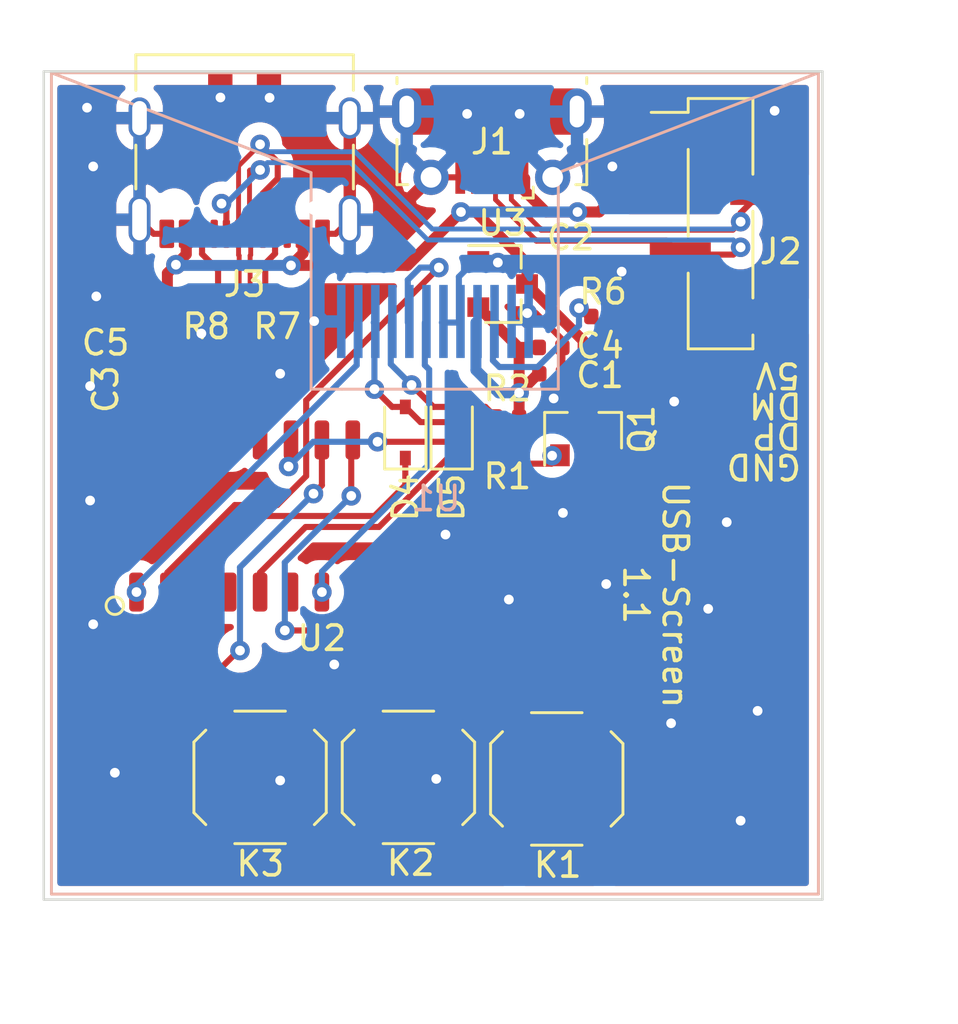
<source format=kicad_pcb>
(kicad_pcb (version 20171130) (host pcbnew "(5.1.7)-1")

  (general
    (thickness 1.6)
    (drawings 18)
    (tracks 250)
    (zones 0)
    (modules 22)
    (nets 27)
  )

  (page A4)
  (title_block
    (title USB-Screen)
    (date 2020-09-15)
    (rev 1.0)
    (company chenxuuu)
  )

  (layers
    (0 F.Cu signal)
    (31 B.Cu signal)
    (32 B.Adhes user)
    (33 F.Adhes user)
    (34 B.Paste user)
    (35 F.Paste user)
    (36 B.SilkS user)
    (37 F.SilkS user)
    (38 B.Mask user)
    (39 F.Mask user)
    (40 Dwgs.User user)
    (41 Cmts.User user)
    (42 Eco1.User user)
    (43 Eco2.User user)
    (44 Edge.Cuts user)
    (45 Margin user)
    (46 B.CrtYd user)
    (47 F.CrtYd user)
    (48 B.Fab user)
    (49 F.Fab user)
  )

  (setup
    (last_trace_width 0.25)
    (trace_clearance 0.2)
    (zone_clearance 0.508)
    (zone_45_only no)
    (trace_min 0.2)
    (via_size 0.8)
    (via_drill 0.4)
    (via_min_size 0.4)
    (via_min_drill 0.3)
    (uvia_size 0.3)
    (uvia_drill 0.1)
    (uvias_allowed no)
    (uvia_min_size 0.2)
    (uvia_min_drill 0.1)
    (edge_width 0.05)
    (segment_width 0.2)
    (pcb_text_width 0.3)
    (pcb_text_size 1.5 1.5)
    (mod_edge_width 0.12)
    (mod_text_size 1 1)
    (mod_text_width 0.15)
    (pad_size 1.524 1.524)
    (pad_drill 0.762)
    (pad_to_mask_clearance 0.05)
    (aux_axis_origin 0 0)
    (grid_origin 97 114)
    (visible_elements 7FFFFFFF)
    (pcbplotparams
      (layerselection 0x010fc_ffffffff)
      (usegerberextensions true)
      (usegerberattributes false)
      (usegerberadvancedattributes false)
      (creategerberjobfile false)
      (excludeedgelayer true)
      (linewidth 0.100000)
      (plotframeref false)
      (viasonmask false)
      (mode 1)
      (useauxorigin false)
      (hpglpennumber 1)
      (hpglpenspeed 20)
      (hpglpendiameter 15.000000)
      (psnegative false)
      (psa4output false)
      (plotreference true)
      (plotvalue true)
      (plotinvisibletext false)
      (padsonsilk false)
      (subtractmaskfromsilk true)
      (outputformat 1)
      (mirror false)
      (drillshape 0)
      (scaleselection 1)
      (outputdirectory "C:/Users/chenx/Desktop/gerber/"))
  )

  (net 0 "")
  (net 1 +3V3)
  (net 2 GND)
  (net 3 +5V)
  (net 4 "Net-(C3-Pad2)")
  (net 5 /USB_D+)
  (net 6 /USB_D-)
  (net 7 /PWM)
  (net 8 /KEDA)
  (net 9 /DC)
  (net 10 /CS)
  (net 11 /SCL)
  (net 12 /SDA)
  (net 13 /RST)
  (net 14 "Net-(Q1-Pad2)")
  (net 15 "Net-(D4-Pad1)")
  (net 16 "Net-(D5-Pad1)")
  (net 17 "Net-(J3-PadB5)")
  (net 18 "Net-(J3-PadA5)")
  (net 19 /K1)
  (net 20 /K2)
  (net 21 /K3)
  (net 22 "Net-(J1-Pad4)")
  (net 23 "Net-(J3-PadA8)")
  (net 24 "Net-(J3-PadB8)")
  (net 25 "Net-(U2-Pad4)")
  (net 26 "Net-(U2-Pad6)")

  (net_class Default "This is the default net class."
    (clearance 0.2)
    (trace_width 0.25)
    (via_dia 0.8)
    (via_drill 0.4)
    (uvia_dia 0.3)
    (uvia_drill 0.1)
    (add_net /CS)
    (add_net /DC)
    (add_net /K1)
    (add_net /K2)
    (add_net /K3)
    (add_net /KEDA)
    (add_net /PWM)
    (add_net /RST)
    (add_net /SCL)
    (add_net /SDA)
    (add_net /USB_D+)
    (add_net /USB_D-)
    (add_net GND)
    (add_net "Net-(C3-Pad2)")
    (add_net "Net-(D4-Pad1)")
    (add_net "Net-(D5-Pad1)")
    (add_net "Net-(J1-Pad4)")
    (add_net "Net-(J3-PadA5)")
    (add_net "Net-(J3-PadA8)")
    (add_net "Net-(J3-PadB5)")
    (add_net "Net-(J3-PadB8)")
    (add_net "Net-(Q1-Pad2)")
    (add_net "Net-(U2-Pad4)")
    (add_net "Net-(U2-Pad6)")
  )

  (net_class power ""
    (clearance 0.2)
    (trace_width 0.45)
    (via_dia 0.8)
    (via_drill 0.4)
    (uvia_dia 0.3)
    (uvia_drill 0.1)
    (add_net +3V3)
    (add_net +5V)
  )

  (module Connector_USB:USB_C_Receptacle_Steady_UTC16-G (layer F.Cu) (tedit 5E0DD3DE) (tstamp 5F86AA23)
    (at 105.255 84.155 180)
    (descr http://www.palpilot.com/wp-content/uploads/2017/05/UTC027-GKN-OR-Rev-A.pdf)
    (tags "USB C Type-C Receptacle USB2.0")
    (path /5F8814AB)
    (attr smd)
    (fp_text reference J3 (at 0 -4.58 180) (layer F.SilkS)
      (effects (font (size 1 1) (thickness 0.15)))
    )
    (fp_text value USB_C_Receptacle_USB2.0 (at 0 6.24 180) (layer F.Fab)
      (effects (font (size 1 1) (thickness 0.15)))
    )
    (fp_text user %R (at 0 1.18 180) (layer F.Fab)
      (effects (font (size 1 1) (thickness 0.15)))
    )
    (fp_text user "PCB Edge" (at 0 3.43 180) (layer Dwgs.User)
      (effects (font (size 1 1) (thickness 0.15)))
    )
    (fp_line (start -4.47 -2.48) (end 4.47 -2.48) (layer F.Fab) (width 0.1))
    (fp_line (start 4.47 -2.48) (end 4.47 4.84) (layer F.Fab) (width 0.1))
    (fp_line (start 4.47 4.84) (end -4.47 4.84) (layer F.Fab) (width 0.1))
    (fp_line (start -4.47 -2.48) (end -4.47 4.84) (layer F.Fab) (width 0.1))
    (fp_line (start -5.27 5.34) (end 5.27 5.34) (layer F.CrtYd) (width 0.05))
    (fp_line (start -5.27 -3.59) (end -5.27 5.34) (layer F.CrtYd) (width 0.05))
    (fp_line (start 5.27 -3.59) (end -5.27 -3.59) (layer F.CrtYd) (width 0.05))
    (fp_line (start 5.27 5.34) (end 5.27 -3.59) (layer F.CrtYd) (width 0.05))
    (fp_line (start -4.47 4.34) (end 4.47 4.34) (layer Dwgs.User) (width 0.1))
    (fp_line (start -4.47 -0.67) (end -4.47 1.13) (layer F.SilkS) (width 0.12))
    (fp_line (start -4.47 4.84) (end -4.47 3.38) (layer F.SilkS) (width 0.12))
    (fp_line (start 4.47 4.84) (end 4.47 3.38) (layer F.SilkS) (width 0.12))
    (fp_line (start 4.47 -0.67) (end 4.47 1.13) (layer F.SilkS) (width 0.12))
    (fp_line (start 4.47 4.84) (end -4.47 4.84) (layer F.SilkS) (width 0.12))
    (pad S1 smd roundrect (at 1 3.1 180) (size 1 2) (layers F.Cu F.Paste F.Mask) (roundrect_rratio 0.075)
      (net 2 GND))
    (pad S1 smd roundrect (at -1 3.1 180) (size 1 2) (layers F.Cu F.Paste F.Mask) (roundrect_rratio 0.075)
      (net 2 GND))
    (pad S1 thru_hole oval (at -4.32 -1.93 270) (size 2 0.9) (drill oval 1.7 0.6) (layers *.Cu *.Mask)
      (net 2 GND))
    (pad S1 thru_hole oval (at 4.32 -1.93 270) (size 2 0.9) (drill oval 1.7 0.6) (layers *.Cu *.Mask)
      (net 2 GND))
    (pad S1 thru_hole oval (at -4.32 2.24 270) (size 1.7 0.9) (drill oval 1.4 0.6) (layers *.Cu *.Mask)
      (net 2 GND))
    (pad S1 thru_hole oval (at 4.32 2.24 270) (size 1.7 0.9) (drill oval 1.4 0.6) (layers *.Cu *.Mask)
      (net 2 GND))
    (pad B7 smd roundrect (at -0.75 -2.51) (size 0.3 1.16) (layers F.Cu F.Paste F.Mask) (roundrect_rratio 0.25)
      (net 6 /USB_D-))
    (pad A6 smd roundrect (at -0.25 -2.51) (size 0.3 1.16) (layers F.Cu F.Paste F.Mask) (roundrect_rratio 0.25)
      (net 5 /USB_D+))
    (pad A7 smd roundrect (at 0.25 -2.51) (size 0.3 1.16) (layers F.Cu F.Paste F.Mask) (roundrect_rratio 0.25)
      (net 6 /USB_D-))
    (pad B8 smd roundrect (at -1.75 -2.51) (size 0.3 1.16) (layers F.Cu F.Paste F.Mask) (roundrect_rratio 0.25)
      (net 24 "Net-(J3-PadB8)"))
    (pad A5 smd roundrect (at -1.25 -2.51) (size 0.3 1.16) (layers F.Cu F.Paste F.Mask) (roundrect_rratio 0.25)
      (net 18 "Net-(J3-PadA5)"))
    (pad A8 smd roundrect (at 1.25 -2.51) (size 0.3 1.16) (layers F.Cu F.Paste F.Mask) (roundrect_rratio 0.25)
      (net 23 "Net-(J3-PadA8)"))
    (pad B6 smd roundrect (at 0.75 -2.51) (size 0.3 1.16) (layers F.Cu F.Paste F.Mask) (roundrect_rratio 0.25)
      (net 5 /USB_D+))
    (pad B5 smd roundrect (at 1.75 -2.51) (size 0.3 1.16) (layers F.Cu F.Paste F.Mask) (roundrect_rratio 0.25)
      (net 17 "Net-(J3-PadB5)"))
    (pad "" np_thru_hole circle (at 2.89 -1.45) (size 0.6 0.6) (drill 0.6) (layers *.Cu *.Mask))
    (pad "" np_thru_hole circle (at -2.89 -1.45) (size 0.6 0.6) (drill 0.6) (layers *.Cu *.Mask))
    (pad A4 smd roundrect (at -2.4 -2.51 180) (size 0.6 1.16) (layers F.Cu F.Paste F.Mask) (roundrect_rratio 0.125)
      (net 3 +5V))
    (pad B9 smd roundrect (at -2.4 -2.51 180) (size 0.6 1.16) (layers F.Cu F.Paste F.Mask) (roundrect_rratio 0.125)
      (net 3 +5V))
    (pad A1 smd roundrect (at -3.2 -2.51 180) (size 0.6 1.16) (layers F.Cu F.Paste F.Mask) (roundrect_rratio 0.125)
      (net 2 GND))
    (pad B12 smd roundrect (at -3.2 -2.51 180) (size 0.6 1.16) (layers F.Cu F.Paste F.Mask) (roundrect_rratio 0.125)
      (net 2 GND))
    (pad B4 smd roundrect (at 2.4 -2.51 180) (size 0.6 1.16) (layers F.Cu F.Paste F.Mask) (roundrect_rratio 0.125)
      (net 3 +5V))
    (pad B1 smd roundrect (at 3.2 -2.51 180) (size 0.6 1.16) (layers F.Cu F.Paste F.Mask) (roundrect_rratio 0.125)
      (net 2 GND))
    (pad A9 smd roundrect (at 2.4 -2.51 180) (size 0.6 1.16) (layers F.Cu F.Paste F.Mask) (roundrect_rratio 0.125)
      (net 3 +5V))
    (pad A12 smd roundrect (at 3.2 -2.51 180) (size 0.6 1.16) (layers F.Cu F.Paste F.Mask) (roundrect_rratio 0.125)
      (net 2 GND))
    (model ${KISYS3DMOD}/Connector_USB.3dshapes/USB_C_Receptacle_Palconn_UTC16-G.step
      (offset (xyz 14 45.4 3.5))
      (scale (xyz 1 1 1))
      (rotate (xyz 180 0 0))
    )
  )

  (module Button_Switch_SMD:SW_Push_1P1T_NO_4x4mm_H2.0mm (layer F.Cu) (tedit 5DF090AE) (tstamp 5F873941)
    (at 111.986 108.9835 90)
    (descr "ALPS 5.2mm Square Low-profile Type (Surface Mount) SKQG Series, With stem, http://www.alps.com/prod/info/E/HTML/Tact/SurfaceMount/SKQG/SKQGAFE010.html")
    (tags "SPST Button Switch")
    (path /5F8BD0C5)
    (attr smd)
    (fp_text reference K2 (at -3.5165 0.094 180) (layer F.SilkS)
      (effects (font (size 1 1) (thickness 0.15)))
    )
    (fp_text value SW_4*4mm (at 0 3.6 90) (layer F.Fab)
      (effects (font (size 1 1) (thickness 0.15)))
    )
    (fp_text user "No F.Cu tracks" (at -2.5 0.2 90) (layer Cmts.User)
      (effects (font (size 0.2 0.2) (thickness 0.03)))
    )
    (fp_text user "KEEP-OUT ZONE" (at -2.5 -0.2 90) (layer Cmts.User)
      (effects (font (size 0.2 0.2) (thickness 0.03)))
    )
    (fp_text user "KEEP-OUT ZONE" (at 2.5 -0.2 90) (layer Cmts.User)
      (effects (font (size 0.2 0.2) (thickness 0.03)))
    )
    (fp_text user "No F.Cu tracks" (at 2.5 0.2 90) (layer Cmts.User)
      (effects (font (size 0.2 0.2) (thickness 0.03)))
    )
    (fp_text user %R (at 0 0 90) (layer F.Fab)
      (effects (font (size 0.4 0.4) (thickness 0.06)))
    )
    (fp_line (start 1.4 -2.6) (end 2.6 -1.4) (layer F.Fab) (width 0.1))
    (fp_line (start 2.6 -1.4) (end 2.6 1.4) (layer F.Fab) (width 0.1))
    (fp_line (start 2.6 1.4) (end 1.4 2.6) (layer F.Fab) (width 0.1))
    (fp_line (start 1.4 2.6) (end -1.4 2.6) (layer F.Fab) (width 0.1))
    (fp_line (start -1.4 2.6) (end -2.6 1.4) (layer F.Fab) (width 0.1))
    (fp_line (start -2.6 1.4) (end -2.6 -1.4) (layer F.Fab) (width 0.1))
    (fp_line (start -2.6 -1.4) (end -1.4 -2.6) (layer F.Fab) (width 0.1))
    (fp_line (start -1.4 -2.6) (end 1.4 -2.6) (layer F.Fab) (width 0.1))
    (fp_line (start -4.25 -2.85) (end -4.25 2.85) (layer F.CrtYd) (width 0.05))
    (fp_line (start 4.25 -2.85) (end -4.25 -2.85) (layer F.CrtYd) (width 0.05))
    (fp_line (start 4.25 2.85) (end 4.25 -2.85) (layer F.CrtYd) (width 0.05))
    (fp_line (start -4.25 2.85) (end 4.25 2.85) (layer F.CrtYd) (width 0.05))
    (fp_line (start -0.95 -1.865) (end 0.95 -1.865) (layer F.Fab) (width 0.1))
    (fp_line (start -1.865 0.95) (end -1.865 -0.95) (layer F.Fab) (width 0.1))
    (fp_line (start 0.95 1.865) (end -0.95 1.865) (layer F.Fab) (width 0.1))
    (fp_line (start 1.865 -0.95) (end 1.865 0.95) (layer F.Fab) (width 0.1))
    (fp_line (start -2.72 1.04) (end -2.72 -1.04) (layer F.SilkS) (width 0.12))
    (fp_line (start 1.45 -2.72) (end 1.94 -2.23) (layer F.SilkS) (width 0.12))
    (fp_circle (center 0 0) (end 1 0) (layer F.Fab) (width 0.1))
    (fp_line (start 2.72 1.04) (end 2.72 -1.04) (layer F.SilkS) (width 0.12))
    (fp_line (start -1.45 -2.72) (end -1.94 -2.23) (layer F.SilkS) (width 0.12))
    (fp_line (start -1.45 -2.72) (end 1.45 -2.72) (layer F.SilkS) (width 0.12))
    (fp_line (start -1.45 2.72) (end -1.94 2.23) (layer F.SilkS) (width 0.12))
    (fp_line (start -1.45 2.72) (end 1.45 2.72) (layer F.SilkS) (width 0.12))
    (fp_line (start 1.45 2.72) (end 1.94 2.23) (layer F.SilkS) (width 0.12))
    (fp_line (start 0.95 1.865) (end 1.865 0.95) (layer F.Fab) (width 0.1))
    (fp_line (start -0.95 1.865) (end -1.865 0.95) (layer F.Fab) (width 0.1))
    (fp_line (start -0.95 -1.865) (end -1.865 -0.95) (layer F.Fab) (width 0.1))
    (fp_line (start 0.95 -1.865) (end 1.865 -0.95) (layer F.Fab) (width 0.1))
    (fp_line (start 4 -1.3) (end 4 1.3) (layer Dwgs.User) (width 0.05))
    (fp_line (start 4 1.3) (end 1 1.3) (layer Dwgs.User) (width 0.05))
    (fp_line (start 1 1.3) (end 1 -1.3) (layer Dwgs.User) (width 0.05))
    (fp_line (start 1 -1.3) (end 4 -1.3) (layer Dwgs.User) (width 0.05))
    (fp_line (start 1 -0.3) (end 2 -1.3) (layer Dwgs.User) (width 0.05))
    (fp_line (start 1 0.7) (end 3 -1.3) (layer Dwgs.User) (width 0.05))
    (fp_line (start 4 -1.3) (end 1.4 1.3) (layer Dwgs.User) (width 0.05))
    (fp_line (start 2.4 1.3) (end 4 -0.3) (layer Dwgs.User) (width 0.05))
    (fp_line (start 4 0.7) (end 3.4 1.3) (layer Dwgs.User) (width 0.05))
    (fp_line (start -1 0.7) (end -1.6 1.3) (layer Dwgs.User) (width 0.05))
    (fp_line (start -4 1.3) (end -4 -1.3) (layer Dwgs.User) (width 0.05))
    (fp_line (start -4 0.7) (end -2 -1.3) (layer Dwgs.User) (width 0.05))
    (fp_line (start -1 1.3) (end -4 1.3) (layer Dwgs.User) (width 0.05))
    (fp_line (start -4 -1.3) (end -1 -1.3) (layer Dwgs.User) (width 0.05))
    (fp_line (start -1 -1.3) (end -3.6 1.3) (layer Dwgs.User) (width 0.05))
    (fp_line (start -2.6 1.3) (end -1 -0.3) (layer Dwgs.User) (width 0.05))
    (fp_line (start -4 -0.3) (end -3 -1.3) (layer Dwgs.User) (width 0.05))
    (fp_line (start -1 -1.3) (end -1 1.3) (layer Dwgs.User) (width 0.05))
    (pad 2 smd rect (at 3.1 1.85 90) (size 1.8 1.1) (layers F.Cu F.Paste F.Mask)
      (net 2 GND))
    (pad 2 smd rect (at -3.1 1.85 90) (size 1.8 1.1) (layers F.Cu F.Paste F.Mask)
      (net 2 GND))
    (pad 1 smd rect (at 3.1 -1.85 90) (size 1.8 1.1) (layers F.Cu F.Paste F.Mask)
      (net 20 /K2))
    (pad 1 smd rect (at -3.1 -1.85 90) (size 1.8 1.1) (layers F.Cu F.Paste F.Mask)
      (net 20 /K2))
    (model ${KISYS3DMOD}/Button_Switch_SMD.3dshapes/SW_Push_1P1T_NO_4x4mm_H2.0mm.step
      (at (xyz 0 0 0))
      (scale (xyz 1 1 1))
      (rotate (xyz -90 0 0))
    )
  )

  (module Button_Switch_SMD:SW_Push_1P1T_NO_4x4mm_H2.0mm (layer F.Cu) (tedit 5DF090AE) (tstamp 5F873924)
    (at 105.89 108.9835 90)
    (descr "ALPS 5.2mm Square Low-profile Type (Surface Mount) SKQG Series, With stem, http://www.alps.com/prod/info/E/HTML/Tact/SurfaceMount/SKQG/SKQGAFE010.html")
    (tags "SPST Button Switch")
    (path /5F8BAA26)
    (attr smd)
    (fp_text reference K3 (at -3.5465 0.01 180) (layer F.SilkS)
      (effects (font (size 1 1) (thickness 0.15)))
    )
    (fp_text value SW_4*4mm (at 0 3.6 90) (layer F.Fab)
      (effects (font (size 1 1) (thickness 0.15)))
    )
    (fp_text user "No F.Cu tracks" (at -2.5 0.2 90) (layer Cmts.User)
      (effects (font (size 0.2 0.2) (thickness 0.03)))
    )
    (fp_text user "KEEP-OUT ZONE" (at -2.5 -0.2 90) (layer Cmts.User)
      (effects (font (size 0.2 0.2) (thickness 0.03)))
    )
    (fp_text user "KEEP-OUT ZONE" (at 2.5 -0.2 90) (layer Cmts.User)
      (effects (font (size 0.2 0.2) (thickness 0.03)))
    )
    (fp_text user "No F.Cu tracks" (at 2.5 0.2 90) (layer Cmts.User)
      (effects (font (size 0.2 0.2) (thickness 0.03)))
    )
    (fp_text user %R (at 0 0 90) (layer F.Fab)
      (effects (font (size 0.4 0.4) (thickness 0.06)))
    )
    (fp_line (start 1.4 -2.6) (end 2.6 -1.4) (layer F.Fab) (width 0.1))
    (fp_line (start 2.6 -1.4) (end 2.6 1.4) (layer F.Fab) (width 0.1))
    (fp_line (start 2.6 1.4) (end 1.4 2.6) (layer F.Fab) (width 0.1))
    (fp_line (start 1.4 2.6) (end -1.4 2.6) (layer F.Fab) (width 0.1))
    (fp_line (start -1.4 2.6) (end -2.6 1.4) (layer F.Fab) (width 0.1))
    (fp_line (start -2.6 1.4) (end -2.6 -1.4) (layer F.Fab) (width 0.1))
    (fp_line (start -2.6 -1.4) (end -1.4 -2.6) (layer F.Fab) (width 0.1))
    (fp_line (start -1.4 -2.6) (end 1.4 -2.6) (layer F.Fab) (width 0.1))
    (fp_line (start -4.25 -2.85) (end -4.25 2.85) (layer F.CrtYd) (width 0.05))
    (fp_line (start 4.25 -2.85) (end -4.25 -2.85) (layer F.CrtYd) (width 0.05))
    (fp_line (start 4.25 2.85) (end 4.25 -2.85) (layer F.CrtYd) (width 0.05))
    (fp_line (start -4.25 2.85) (end 4.25 2.85) (layer F.CrtYd) (width 0.05))
    (fp_line (start -0.95 -1.865) (end 0.95 -1.865) (layer F.Fab) (width 0.1))
    (fp_line (start -1.865 0.95) (end -1.865 -0.95) (layer F.Fab) (width 0.1))
    (fp_line (start 0.95 1.865) (end -0.95 1.865) (layer F.Fab) (width 0.1))
    (fp_line (start 1.865 -0.95) (end 1.865 0.95) (layer F.Fab) (width 0.1))
    (fp_line (start -2.72 1.04) (end -2.72 -1.04) (layer F.SilkS) (width 0.12))
    (fp_line (start 1.45 -2.72) (end 1.94 -2.23) (layer F.SilkS) (width 0.12))
    (fp_circle (center 0 0) (end 1 0) (layer F.Fab) (width 0.1))
    (fp_line (start 2.72 1.04) (end 2.72 -1.04) (layer F.SilkS) (width 0.12))
    (fp_line (start -1.45 -2.72) (end -1.94 -2.23) (layer F.SilkS) (width 0.12))
    (fp_line (start -1.45 -2.72) (end 1.45 -2.72) (layer F.SilkS) (width 0.12))
    (fp_line (start -1.45 2.72) (end -1.94 2.23) (layer F.SilkS) (width 0.12))
    (fp_line (start -1.45 2.72) (end 1.45 2.72) (layer F.SilkS) (width 0.12))
    (fp_line (start 1.45 2.72) (end 1.94 2.23) (layer F.SilkS) (width 0.12))
    (fp_line (start 0.95 1.865) (end 1.865 0.95) (layer F.Fab) (width 0.1))
    (fp_line (start -0.95 1.865) (end -1.865 0.95) (layer F.Fab) (width 0.1))
    (fp_line (start -0.95 -1.865) (end -1.865 -0.95) (layer F.Fab) (width 0.1))
    (fp_line (start 0.95 -1.865) (end 1.865 -0.95) (layer F.Fab) (width 0.1))
    (fp_line (start 4 -1.3) (end 4 1.3) (layer Dwgs.User) (width 0.05))
    (fp_line (start 4 1.3) (end 1 1.3) (layer Dwgs.User) (width 0.05))
    (fp_line (start 1 1.3) (end 1 -1.3) (layer Dwgs.User) (width 0.05))
    (fp_line (start 1 -1.3) (end 4 -1.3) (layer Dwgs.User) (width 0.05))
    (fp_line (start 1 -0.3) (end 2 -1.3) (layer Dwgs.User) (width 0.05))
    (fp_line (start 1 0.7) (end 3 -1.3) (layer Dwgs.User) (width 0.05))
    (fp_line (start 4 -1.3) (end 1.4 1.3) (layer Dwgs.User) (width 0.05))
    (fp_line (start 2.4 1.3) (end 4 -0.3) (layer Dwgs.User) (width 0.05))
    (fp_line (start 4 0.7) (end 3.4 1.3) (layer Dwgs.User) (width 0.05))
    (fp_line (start -1 0.7) (end -1.6 1.3) (layer Dwgs.User) (width 0.05))
    (fp_line (start -4 1.3) (end -4 -1.3) (layer Dwgs.User) (width 0.05))
    (fp_line (start -4 0.7) (end -2 -1.3) (layer Dwgs.User) (width 0.05))
    (fp_line (start -1 1.3) (end -4 1.3) (layer Dwgs.User) (width 0.05))
    (fp_line (start -4 -1.3) (end -1 -1.3) (layer Dwgs.User) (width 0.05))
    (fp_line (start -1 -1.3) (end -3.6 1.3) (layer Dwgs.User) (width 0.05))
    (fp_line (start -2.6 1.3) (end -1 -0.3) (layer Dwgs.User) (width 0.05))
    (fp_line (start -4 -0.3) (end -3 -1.3) (layer Dwgs.User) (width 0.05))
    (fp_line (start -1 -1.3) (end -1 1.3) (layer Dwgs.User) (width 0.05))
    (pad 2 smd rect (at 3.1 1.85 90) (size 1.8 1.1) (layers F.Cu F.Paste F.Mask)
      (net 2 GND))
    (pad 2 smd rect (at -3.1 1.85 90) (size 1.8 1.1) (layers F.Cu F.Paste F.Mask)
      (net 2 GND))
    (pad 1 smd rect (at 3.1 -1.85 90) (size 1.8 1.1) (layers F.Cu F.Paste F.Mask)
      (net 21 /K3))
    (pad 1 smd rect (at -3.1 -1.85 90) (size 1.8 1.1) (layers F.Cu F.Paste F.Mask)
      (net 21 /K3))
    (model ${KISYS3DMOD}/Button_Switch_SMD.3dshapes/SW_Push_1P1T_NO_4x4mm_H2.0mm.step
      (at (xyz 0 0 0))
      (scale (xyz 1 1 1))
      (rotate (xyz -90 0 0))
    )
  )

  (module Button_Switch_SMD:SW_Push_1P1T_NO_4x4mm_H2.0mm (layer F.Cu) (tedit 5DF090AE) (tstamp 5F873EA7)
    (at 118.082 109.047 90)
    (descr "ALPS 5.2mm Square Low-profile Type (Surface Mount) SKQG Series, With stem, http://www.alps.com/prod/info/E/HTML/Tact/SurfaceMount/SKQG/SKQGAFE010.html")
    (tags "SPST Button Switch")
    (path /5F8A4CE4)
    (attr smd)
    (fp_text reference K1 (at -3.533 0.038 180) (layer F.SilkS)
      (effects (font (size 1 1) (thickness 0.15)))
    )
    (fp_text value SW_4*4mm (at 0 3.6 90) (layer F.Fab)
      (effects (font (size 1 1) (thickness 0.15)))
    )
    (fp_text user "No F.Cu tracks" (at -2.5 0.2 90) (layer Cmts.User)
      (effects (font (size 0.2 0.2) (thickness 0.03)))
    )
    (fp_text user "KEEP-OUT ZONE" (at -2.5 -0.2 90) (layer Cmts.User)
      (effects (font (size 0.2 0.2) (thickness 0.03)))
    )
    (fp_text user "KEEP-OUT ZONE" (at 2.5 -0.2 90) (layer Cmts.User)
      (effects (font (size 0.2 0.2) (thickness 0.03)))
    )
    (fp_text user "No F.Cu tracks" (at 2.5 0.2 90) (layer Cmts.User)
      (effects (font (size 0.2 0.2) (thickness 0.03)))
    )
    (fp_text user %R (at 0 0 90) (layer F.Fab)
      (effects (font (size 0.4 0.4) (thickness 0.06)))
    )
    (fp_line (start 1.4 -2.6) (end 2.6 -1.4) (layer F.Fab) (width 0.1))
    (fp_line (start 2.6 -1.4) (end 2.6 1.4) (layer F.Fab) (width 0.1))
    (fp_line (start 2.6 1.4) (end 1.4 2.6) (layer F.Fab) (width 0.1))
    (fp_line (start 1.4 2.6) (end -1.4 2.6) (layer F.Fab) (width 0.1))
    (fp_line (start -1.4 2.6) (end -2.6 1.4) (layer F.Fab) (width 0.1))
    (fp_line (start -2.6 1.4) (end -2.6 -1.4) (layer F.Fab) (width 0.1))
    (fp_line (start -2.6 -1.4) (end -1.4 -2.6) (layer F.Fab) (width 0.1))
    (fp_line (start -1.4 -2.6) (end 1.4 -2.6) (layer F.Fab) (width 0.1))
    (fp_line (start -4.25 -2.85) (end -4.25 2.85) (layer F.CrtYd) (width 0.05))
    (fp_line (start 4.25 -2.85) (end -4.25 -2.85) (layer F.CrtYd) (width 0.05))
    (fp_line (start 4.25 2.85) (end 4.25 -2.85) (layer F.CrtYd) (width 0.05))
    (fp_line (start -4.25 2.85) (end 4.25 2.85) (layer F.CrtYd) (width 0.05))
    (fp_line (start -0.95 -1.865) (end 0.95 -1.865) (layer F.Fab) (width 0.1))
    (fp_line (start -1.865 0.95) (end -1.865 -0.95) (layer F.Fab) (width 0.1))
    (fp_line (start 0.95 1.865) (end -0.95 1.865) (layer F.Fab) (width 0.1))
    (fp_line (start 1.865 -0.95) (end 1.865 0.95) (layer F.Fab) (width 0.1))
    (fp_line (start -2.72 1.04) (end -2.72 -1.04) (layer F.SilkS) (width 0.12))
    (fp_line (start 1.45 -2.72) (end 1.94 -2.23) (layer F.SilkS) (width 0.12))
    (fp_circle (center 0 0) (end 1 0) (layer F.Fab) (width 0.1))
    (fp_line (start 2.72 1.04) (end 2.72 -1.04) (layer F.SilkS) (width 0.12))
    (fp_line (start -1.45 -2.72) (end -1.94 -2.23) (layer F.SilkS) (width 0.12))
    (fp_line (start -1.45 -2.72) (end 1.45 -2.72) (layer F.SilkS) (width 0.12))
    (fp_line (start -1.45 2.72) (end -1.94 2.23) (layer F.SilkS) (width 0.12))
    (fp_line (start -1.45 2.72) (end 1.45 2.72) (layer F.SilkS) (width 0.12))
    (fp_line (start 1.45 2.72) (end 1.94 2.23) (layer F.SilkS) (width 0.12))
    (fp_line (start 0.95 1.865) (end 1.865 0.95) (layer F.Fab) (width 0.1))
    (fp_line (start -0.95 1.865) (end -1.865 0.95) (layer F.Fab) (width 0.1))
    (fp_line (start -0.95 -1.865) (end -1.865 -0.95) (layer F.Fab) (width 0.1))
    (fp_line (start 0.95 -1.865) (end 1.865 -0.95) (layer F.Fab) (width 0.1))
    (fp_line (start 4 -1.3) (end 4 1.3) (layer Dwgs.User) (width 0.05))
    (fp_line (start 4 1.3) (end 1 1.3) (layer Dwgs.User) (width 0.05))
    (fp_line (start 1 1.3) (end 1 -1.3) (layer Dwgs.User) (width 0.05))
    (fp_line (start 1 -1.3) (end 4 -1.3) (layer Dwgs.User) (width 0.05))
    (fp_line (start 1 -0.3) (end 2 -1.3) (layer Dwgs.User) (width 0.05))
    (fp_line (start 1 0.7) (end 3 -1.3) (layer Dwgs.User) (width 0.05))
    (fp_line (start 4 -1.3) (end 1.4 1.3) (layer Dwgs.User) (width 0.05))
    (fp_line (start 2.4 1.3) (end 4 -0.3) (layer Dwgs.User) (width 0.05))
    (fp_line (start 4 0.7) (end 3.4 1.3) (layer Dwgs.User) (width 0.05))
    (fp_line (start -1 0.7) (end -1.6 1.3) (layer Dwgs.User) (width 0.05))
    (fp_line (start -4 1.3) (end -4 -1.3) (layer Dwgs.User) (width 0.05))
    (fp_line (start -4 0.7) (end -2 -1.3) (layer Dwgs.User) (width 0.05))
    (fp_line (start -1 1.3) (end -4 1.3) (layer Dwgs.User) (width 0.05))
    (fp_line (start -4 -1.3) (end -1 -1.3) (layer Dwgs.User) (width 0.05))
    (fp_line (start -1 -1.3) (end -3.6 1.3) (layer Dwgs.User) (width 0.05))
    (fp_line (start -2.6 1.3) (end -1 -0.3) (layer Dwgs.User) (width 0.05))
    (fp_line (start -4 -0.3) (end -3 -1.3) (layer Dwgs.User) (width 0.05))
    (fp_line (start -1 -1.3) (end -1 1.3) (layer Dwgs.User) (width 0.05))
    (pad 2 smd rect (at 3.1 1.85 90) (size 1.8 1.1) (layers F.Cu F.Paste F.Mask)
      (net 2 GND))
    (pad 2 smd rect (at -3.1 1.85 90) (size 1.8 1.1) (layers F.Cu F.Paste F.Mask)
      (net 2 GND))
    (pad 1 smd rect (at 3.1 -1.85 90) (size 1.8 1.1) (layers F.Cu F.Paste F.Mask)
      (net 19 /K1))
    (pad 1 smd rect (at -3.1 -1.85 90) (size 1.8 1.1) (layers F.Cu F.Paste F.Mask)
      (net 19 /K1))
    (model ${KISYS3DMOD}/Button_Switch_SMD.3dshapes/SW_Push_1P1T_NO_4x4mm_H2.0mm.step
      (at (xyz 0 0 0))
      (scale (xyz 1 1 1))
      (rotate (xyz -90 0 0))
    )
  )

  (module USB-Screen:ZJY154T-PG04 (layer B.Cu) (tedit 5F8696B1) (tstamp 5F873A0F)
    (at 113.0655 96.855)
    (path /5F62CDD2)
    (attr smd)
    (fp_text reference U1 (at 0.06 0.68) (layer B.SilkS)
      (effects (font (size 1 1) (thickness 0.15)) (justify mirror))
    )
    (fp_text value ZJY154T-PG04 (at 0.06 -0.47) (layer B.Fab)
      (effects (font (size 1 1) (thickness 0.15)) (justify mirror))
    )
    (fp_line (start 5.08 -12.7) (end 15.77 -16.8) (layer B.SilkS) (width 0.12))
    (fp_line (start 5.08 -3.81) (end 5.08 -12.7) (layer B.SilkS) (width 0.12))
    (fp_line (start -3.81 -3.81) (end 5.08 -3.81) (layer B.SilkS) (width 0.12))
    (fp_line (start -5.08 -12.7) (end -15.75 -16.8) (layer B.SilkS) (width 0.12))
    (fp_line (start -5.08 -3.81) (end -5.08 -12.7) (layer B.SilkS) (width 0.12))
    (fp_line (start -3.81 -3.81) (end -5.08 -3.81) (layer B.SilkS) (width 0.12))
    (fp_line (start -15.75 16.92) (end -15.75 -16.8) (layer B.SilkS) (width 0.12))
    (fp_line (start 15.77 16.92) (end -15.75 16.92) (layer B.SilkS) (width 0.12))
    (fp_line (start 15.77 -16.8) (end 15.77 16.92) (layer B.SilkS) (width 0.12))
    (fp_line (start -15.75 -16.8) (end 15.77 -16.8) (layer B.SilkS) (width 0.12))
    (pad 1 smd rect (at 3.86 -6.59 180) (size 0.35 3) (layers B.Cu B.Paste B.Mask)
      (net 2 GND))
    (pad 2 smd rect (at 3.16 -6.59 180) (size 0.35 3) (layers B.Cu B.Paste B.Mask)
      (net 2 GND))
    (pad 3 smd rect (at 2.46 -6.59 180) (size 0.35 3) (layers B.Cu B.Paste B.Mask)
      (net 8 /KEDA))
    (pad 4 smd rect (at 1.76 -6.59 180) (size 0.35 3) (layers B.Cu B.Paste B.Mask)
      (net 1 +3V3))
    (pad 5 smd rect (at 1.06 -6.59 180) (size 0.35 3) (layers B.Cu B.Paste B.Mask)
      (net 2 GND))
    (pad 6 smd rect (at 0.36 -6.59 180) (size 0.35 3) (layers B.Cu B.Paste B.Mask)
      (net 2 GND))
    (pad 7 smd rect (at -0.34 -6.59 180) (size 0.35 3) (layers B.Cu B.Paste B.Mask)
      (net 9 /DC))
    (pad 8 smd rect (at -1.04 -6.59 180) (size 0.35 3) (layers B.Cu B.Paste B.Mask)
      (net 10 /CS))
    (pad 9 smd rect (at -1.74 -6.59 180) (size 0.35 3) (layers B.Cu B.Paste B.Mask)
      (net 11 /SCL))
    (pad 10 smd rect (at -2.44 -6.59 180) (size 0.35 3) (layers B.Cu B.Paste B.Mask)
      (net 12 /SDA))
    (pad 11 smd rect (at -3.14 -6.59 180) (size 0.35 3) (layers B.Cu B.Paste B.Mask)
      (net 13 /RST))
    (pad 12 smd rect (at -3.84 -6.59 180) (size 0.35 3) (layers B.Cu B.Paste B.Mask)
      (net 2 GND))
  )

  (module Connector_PinHeader_2.54mm:PinHeader_1x04_P2.54mm_Vertical_SMD_Pin1Left (layer F.Cu) (tedit 59FED5CC) (tstamp 5F60E8F3)
    (at 124.813 86.2505)
    (descr "surface-mounted straight pin header, 1x04, 2.54mm pitch, single row, style 1 (pin 1 left)")
    (tags "Surface mounted pin header SMD 1x04 2.54mm single row style1 pin1 left")
    (path /5F605182)
    (attr smd)
    (fp_text reference J2 (at 2.4765 1.143) (layer F.SilkS)
      (effects (font (size 1 1) (thickness 0.15)))
    )
    (fp_text value Conn_01x04 (at 0 6.14) (layer F.Fab)
      (effects (font (size 1 1) (thickness 0.15)))
    )
    (fp_line (start 1.27 5.08) (end -1.27 5.08) (layer F.Fab) (width 0.1))
    (fp_line (start -0.32 -5.08) (end 1.27 -5.08) (layer F.Fab) (width 0.1))
    (fp_line (start -1.27 5.08) (end -1.27 -4.13) (layer F.Fab) (width 0.1))
    (fp_line (start -1.27 -4.13) (end -0.32 -5.08) (layer F.Fab) (width 0.1))
    (fp_line (start 1.27 -5.08) (end 1.27 5.08) (layer F.Fab) (width 0.1))
    (fp_line (start -1.27 -4.13) (end -2.54 -4.13) (layer F.Fab) (width 0.1))
    (fp_line (start -2.54 -4.13) (end -2.54 -3.49) (layer F.Fab) (width 0.1))
    (fp_line (start -2.54 -3.49) (end -1.27 -3.49) (layer F.Fab) (width 0.1))
    (fp_line (start -1.27 0.95) (end -2.54 0.95) (layer F.Fab) (width 0.1))
    (fp_line (start -2.54 0.95) (end -2.54 1.59) (layer F.Fab) (width 0.1))
    (fp_line (start -2.54 1.59) (end -1.27 1.59) (layer F.Fab) (width 0.1))
    (fp_line (start 1.27 -1.59) (end 2.54 -1.59) (layer F.Fab) (width 0.1))
    (fp_line (start 2.54 -1.59) (end 2.54 -0.95) (layer F.Fab) (width 0.1))
    (fp_line (start 2.54 -0.95) (end 1.27 -0.95) (layer F.Fab) (width 0.1))
    (fp_line (start 1.27 3.49) (end 2.54 3.49) (layer F.Fab) (width 0.1))
    (fp_line (start 2.54 3.49) (end 2.54 4.13) (layer F.Fab) (width 0.1))
    (fp_line (start 2.54 4.13) (end 1.27 4.13) (layer F.Fab) (width 0.1))
    (fp_line (start -1.33 -5.14) (end 1.33 -5.14) (layer F.SilkS) (width 0.12))
    (fp_line (start -1.33 5.14) (end 1.33 5.14) (layer F.SilkS) (width 0.12))
    (fp_line (start 1.33 -5.14) (end 1.33 -2.03) (layer F.SilkS) (width 0.12))
    (fp_line (start -1.33 -4.57) (end -2.85 -4.57) (layer F.SilkS) (width 0.12))
    (fp_line (start -1.33 -5.14) (end -1.33 -4.57) (layer F.SilkS) (width 0.12))
    (fp_line (start 1.33 4.57) (end 1.33 5.14) (layer F.SilkS) (width 0.12))
    (fp_line (start 1.33 -0.51) (end 1.33 3.05) (layer F.SilkS) (width 0.12))
    (fp_line (start -1.33 -3.05) (end -1.33 0.51) (layer F.SilkS) (width 0.12))
    (fp_line (start -1.33 2.03) (end -1.33 5.14) (layer F.SilkS) (width 0.12))
    (fp_line (start -3.45 -5.6) (end -3.45 5.6) (layer F.CrtYd) (width 0.05))
    (fp_line (start -3.45 5.6) (end 3.45 5.6) (layer F.CrtYd) (width 0.05))
    (fp_line (start 3.45 5.6) (end 3.45 -5.6) (layer F.CrtYd) (width 0.05))
    (fp_line (start 3.45 -5.6) (end -3.45 -5.6) (layer F.CrtYd) (width 0.05))
    (fp_text user %R (at 0 0 90) (layer F.Fab)
      (effects (font (size 1 1) (thickness 0.15)))
    )
    (pad 4 smd rect (at 1.655 3.81) (size 2.51 1) (layers F.Cu F.Paste F.Mask)
      (net 2 GND))
    (pad 2 smd rect (at 1.655 -1.27) (size 2.51 1) (layers F.Cu F.Paste F.Mask)
      (net 6 /USB_D-))
    (pad 3 smd rect (at -1.655 1.27) (size 2.51 1) (layers F.Cu F.Paste F.Mask)
      (net 5 /USB_D+))
    (pad 1 smd rect (at -1.655 -3.81) (size 2.51 1) (layers F.Cu F.Paste F.Mask)
      (net 3 +5V))
    (model ${KISYS3DMOD}/Connector_PinHeader_2.54mm.3dshapes/PinHeader_1x04_P2.54mm_Vertical_SMD_Pin1Left.wrl
      (at (xyz 0 0 0))
      (scale (xyz 1 1 1))
      (rotate (xyz 0 0 0))
    )
  )

  (module Resistor_SMD:R_0402_1005Metric (layer F.Cu) (tedit 5B301BBD) (tstamp 5F86B667)
    (at 103.6785 89.2985 180)
    (descr "Resistor SMD 0402 (1005 Metric), square (rectangular) end terminal, IPC_7351 nominal, (Body size source: http://www.tortai-tech.com/upload/download/2011102023233369053.pdf), generated with kicad-footprint-generator")
    (tags resistor)
    (path /5F88C5EE)
    (attr smd)
    (fp_text reference R8 (at 0 -1.17) (layer F.SilkS)
      (effects (font (size 1 1) (thickness 0.15)))
    )
    (fp_text value 5.1K (at 0 1.17) (layer F.Fab)
      (effects (font (size 1 1) (thickness 0.15)))
    )
    (fp_line (start -0.5 0.25) (end -0.5 -0.25) (layer F.Fab) (width 0.1))
    (fp_line (start -0.5 -0.25) (end 0.5 -0.25) (layer F.Fab) (width 0.1))
    (fp_line (start 0.5 -0.25) (end 0.5 0.25) (layer F.Fab) (width 0.1))
    (fp_line (start 0.5 0.25) (end -0.5 0.25) (layer F.Fab) (width 0.1))
    (fp_line (start -0.93 0.47) (end -0.93 -0.47) (layer F.CrtYd) (width 0.05))
    (fp_line (start -0.93 -0.47) (end 0.93 -0.47) (layer F.CrtYd) (width 0.05))
    (fp_line (start 0.93 -0.47) (end 0.93 0.47) (layer F.CrtYd) (width 0.05))
    (fp_line (start 0.93 0.47) (end -0.93 0.47) (layer F.CrtYd) (width 0.05))
    (fp_text user %R (at 0 0) (layer F.Fab)
      (effects (font (size 0.25 0.25) (thickness 0.04)))
    )
    (pad 2 smd roundrect (at 0.485 0 180) (size 0.59 0.64) (layers F.Cu F.Paste F.Mask) (roundrect_rratio 0.25)
      (net 2 GND))
    (pad 1 smd roundrect (at -0.485 0 180) (size 0.59 0.64) (layers F.Cu F.Paste F.Mask) (roundrect_rratio 0.25)
      (net 17 "Net-(J3-PadB5)"))
    (model ${KISYS3DMOD}/Resistor_SMD.3dshapes/R_0402_1005Metric.wrl
      (at (xyz 0 0 0))
      (scale (xyz 1 1 1))
      (rotate (xyz 0 0 0))
    )
  )

  (module Resistor_SMD:R_0402_1005Metric (layer F.Cu) (tedit 5B301BBD) (tstamp 5F86B658)
    (at 106.5885 89.2985 180)
    (descr "Resistor SMD 0402 (1005 Metric), square (rectangular) end terminal, IPC_7351 nominal, (Body size source: http://www.tortai-tech.com/upload/download/2011102023233369053.pdf), generated with kicad-footprint-generator")
    (tags resistor)
    (path /5F878E06)
    (attr smd)
    (fp_text reference R7 (at 0 -1.17) (layer F.SilkS)
      (effects (font (size 1 1) (thickness 0.15)))
    )
    (fp_text value 5.1K (at 0 1.17) (layer F.Fab)
      (effects (font (size 1 1) (thickness 0.15)))
    )
    (fp_line (start -0.5 0.25) (end -0.5 -0.25) (layer F.Fab) (width 0.1))
    (fp_line (start -0.5 -0.25) (end 0.5 -0.25) (layer F.Fab) (width 0.1))
    (fp_line (start 0.5 -0.25) (end 0.5 0.25) (layer F.Fab) (width 0.1))
    (fp_line (start 0.5 0.25) (end -0.5 0.25) (layer F.Fab) (width 0.1))
    (fp_line (start -0.93 0.47) (end -0.93 -0.47) (layer F.CrtYd) (width 0.05))
    (fp_line (start -0.93 -0.47) (end 0.93 -0.47) (layer F.CrtYd) (width 0.05))
    (fp_line (start 0.93 -0.47) (end 0.93 0.47) (layer F.CrtYd) (width 0.05))
    (fp_line (start 0.93 0.47) (end -0.93 0.47) (layer F.CrtYd) (width 0.05))
    (fp_text user %R (at 0 0) (layer F.Fab)
      (effects (font (size 0.25 0.25) (thickness 0.04)))
    )
    (pad 2 smd roundrect (at 0.485 0 180) (size 0.59 0.64) (layers F.Cu F.Paste F.Mask) (roundrect_rratio 0.25)
      (net 18 "Net-(J3-PadA5)"))
    (pad 1 smd roundrect (at -0.485 0 180) (size 0.59 0.64) (layers F.Cu F.Paste F.Mask) (roundrect_rratio 0.25)
      (net 2 GND))
    (model ${KISYS3DMOD}/Resistor_SMD.3dshapes/R_0402_1005Metric.wrl
      (at (xyz 0 0 0))
      (scale (xyz 1 1 1))
      (rotate (xyz 0 0 0))
    )
  )

  (module USB-Screen:SOP-16_4.55x10.3mm_P1.27mm (layer F.Cu) (tedit 5F6026CA) (tstamp 5F60CF6E)
    (at 105.255 98.125 90)
    (descr "SOP, 16 Pin (https://toshiba.semicon-storage.com/info/docget.jsp?did=12855&prodName=TLP290-4), generated with kicad-footprint-generator ipc_gullwing_generator.py")
    (tags "SOP SO")
    (path /5F6027B1)
    (attr smd)
    (fp_text reference U2 (at -5.1435 3.175) (layer F.SilkS)
      (effects (font (size 1 1) (thickness 0.15)))
    )
    (fp_text value CH551 (at -5.08 -3.048 180) (layer F.Fab)
      (effects (font (size 1 1) (thickness 0.15)))
    )
    (fp_line (start 4.046 -5.4) (end -4.318 -5.4) (layer F.CrtYd) (width 0.05))
    (fp_line (start 4.046 5.4) (end 4.046 -5.4) (layer F.CrtYd) (width 0.05))
    (fp_line (start -4.3 5.4) (end 4.064 5.4) (layer F.CrtYd) (width 0.05))
    (fp_line (start -4.3 -5.4) (end -4.3 5.4) (layer F.CrtYd) (width 0.05))
    (fp_line (start -2.275 -4.15) (end -1.275 -5.15) (layer F.Fab) (width 0.1))
    (fp_line (start -2.275 5.15) (end -2.275 -4.15) (layer F.Fab) (width 0.1))
    (fp_line (start 2.032 5.15) (end -2.275 5.15) (layer F.Fab) (width 0.1))
    (fp_line (start 2.032 -5.15) (end 2.032 5.15) (layer F.Fab) (width 0.1))
    (fp_line (start -1.275 -5.15) (end 2.032 -5.15) (layer F.Fab) (width 0.1))
    (fp_circle (center -3.81 -5.334) (end -3.556 -5.08) (layer F.SilkS) (width 0.12))
    (fp_text user %R (at -5.08 1.016 180) (layer F.Fab)
      (effects (font (size 1 1) (thickness 0.15)))
    )
    (pad 1 smd roundrect (at -3.25 -4.445 90) (size 1.6 0.6) (layers F.Cu F.Paste F.Mask) (roundrect_rratio 0.25)
      (net 13 /RST))
    (pad 2 smd roundrect (at -3.25 -3.175 90) (size 1.6 0.6) (layers F.Cu F.Paste F.Mask) (roundrect_rratio 0.25)
      (net 10 /CS))
    (pad 3 smd roundrect (at -3.25 -1.905 90) (size 1.6 0.6) (layers F.Cu F.Paste F.Mask) (roundrect_rratio 0.25)
      (net 15 "Net-(D4-Pad1)"))
    (pad 4 smd roundrect (at -3.25 -0.635 90) (size 1.6 0.6) (layers F.Cu F.Paste F.Mask) (roundrect_rratio 0.25)
      (net 25 "Net-(U2-Pad4)"))
    (pad 5 smd roundrect (at -3.25 0.635 90) (size 1.6 0.6) (layers F.Cu F.Paste F.Mask) (roundrect_rratio 0.25)
      (net 16 "Net-(D5-Pad1)"))
    (pad 6 smd roundrect (at -3.25 1.905 90) (size 1.6 0.6) (layers F.Cu F.Paste F.Mask) (roundrect_rratio 0.25)
      (net 26 "Net-(U2-Pad6)"))
    (pad 7 smd roundrect (at -3.25 3.175 90) (size 1.6 0.6) (layers F.Cu F.Paste F.Mask) (roundrect_rratio 0.25)
      (net 9 /DC))
    (pad 8 smd roundrect (at -3.25 4.445 90) (size 1.6 0.6) (layers F.Cu F.Paste F.Mask) (roundrect_rratio 0.25)
      (net 19 /K1))
    (pad 9 smd roundrect (at 2.996 4.445 90) (size 1.6 0.6) (layers F.Cu F.Paste F.Mask) (roundrect_rratio 0.25)
      (net 20 /K2))
    (pad 10 smd roundrect (at 2.996 3.175 90) (size 1.6 0.6) (layers F.Cu F.Paste F.Mask) (roundrect_rratio 0.25)
      (net 21 /K3))
    (pad 11 smd roundrect (at 2.996 1.905 90) (size 1.6 0.6) (layers F.Cu F.Paste F.Mask) (roundrect_rratio 0.25)
      (net 7 /PWM))
    (pad 12 smd roundrect (at 2.996 0.635 90) (size 1.6 0.6) (layers F.Cu F.Paste F.Mask) (roundrect_rratio 0.25)
      (net 5 /USB_D+))
    (pad 13 smd roundrect (at 2.996 -0.635 90) (size 1.6 0.6) (layers F.Cu F.Paste F.Mask) (roundrect_rratio 0.25)
      (net 6 /USB_D-))
    (pad 14 smd roundrect (at 2.996 -1.905 90) (size 1.6 0.6) (layers F.Cu F.Paste F.Mask) (roundrect_rratio 0.25)
      (net 2 GND))
    (pad 15 smd roundrect (at 2.996 -3.175 90) (size 1.6 0.6) (layers F.Cu F.Paste F.Mask) (roundrect_rratio 0.25)
      (net 3 +5V))
    (pad 16 smd roundrect (at 2.996 -4.445 90) (size 1.6 0.6) (layers F.Cu F.Paste F.Mask) (roundrect_rratio 0.25)
      (net 4 "Net-(C3-Pad2)"))
    (model ${KISYS3DMOD}/Package_SO.3dshapes/SOP-16_4.4x10.4mm_P1.27mm.wrl
      (offset (xyz -0.25 0 0))
      (scale (xyz 1 1 1))
      (rotate (xyz 0 0 0))
    )
  )

  (module Diode_SMD:D_SOD-323 (layer F.Cu) (tedit 58641739) (tstamp 5F8437E6)
    (at 113.764 94.823 90)
    (descr SOD-323)
    (tags SOD-323)
    (path /5F848FB6)
    (attr smd)
    (fp_text reference D5 (at -2.667 0 90) (layer F.SilkS)
      (effects (font (size 1 1) (thickness 0.15)))
    )
    (fp_text value 1n4148 (at 0 1.778 90) (layer F.Fab)
      (effects (font (size 1 1) (thickness 0.15)))
    )
    (fp_line (start -1.5 -0.85) (end -1.5 0.85) (layer F.SilkS) (width 0.12))
    (fp_line (start 0.2 0) (end 0.45 0) (layer F.Fab) (width 0.1))
    (fp_line (start 0.2 0.35) (end -0.3 0) (layer F.Fab) (width 0.1))
    (fp_line (start 0.2 -0.35) (end 0.2 0.35) (layer F.Fab) (width 0.1))
    (fp_line (start -0.3 0) (end 0.2 -0.35) (layer F.Fab) (width 0.1))
    (fp_line (start -0.3 0) (end -0.5 0) (layer F.Fab) (width 0.1))
    (fp_line (start -0.3 -0.35) (end -0.3 0.35) (layer F.Fab) (width 0.1))
    (fp_line (start -0.9 0.7) (end -0.9 -0.7) (layer F.Fab) (width 0.1))
    (fp_line (start 0.9 0.7) (end -0.9 0.7) (layer F.Fab) (width 0.1))
    (fp_line (start 0.9 -0.7) (end 0.9 0.7) (layer F.Fab) (width 0.1))
    (fp_line (start -0.9 -0.7) (end 0.9 -0.7) (layer F.Fab) (width 0.1))
    (fp_line (start -1.6 -0.95) (end 1.6 -0.95) (layer F.CrtYd) (width 0.05))
    (fp_line (start 1.6 -0.95) (end 1.6 0.95) (layer F.CrtYd) (width 0.05))
    (fp_line (start -1.6 0.95) (end 1.6 0.95) (layer F.CrtYd) (width 0.05))
    (fp_line (start -1.6 -0.95) (end -1.6 0.95) (layer F.CrtYd) (width 0.05))
    (fp_line (start -1.5 0.85) (end 1.05 0.85) (layer F.SilkS) (width 0.12))
    (fp_line (start -1.5 -0.85) (end 1.05 -0.85) (layer F.SilkS) (width 0.12))
    (fp_text user %R (at -2.667 0 90) (layer F.Fab)
      (effects (font (size 1 1) (thickness 0.15)))
    )
    (pad 1 smd rect (at -1.05 0 90) (size 0.6 0.45) (layers F.Cu F.Paste F.Mask)
      (net 16 "Net-(D5-Pad1)"))
    (pad 2 smd rect (at 1.05 0 90) (size 0.6 0.45) (layers F.Cu F.Paste F.Mask)
      (net 11 /SCL))
    (model ${KISYS3DMOD}/Diode_SMD.3dshapes/D_SOD-323.wrl
      (at (xyz 0 0 0))
      (scale (xyz 1 1 1))
      (rotate (xyz 0 0 0))
    )
  )

  (module Diode_SMD:D_SOD-323 (layer F.Cu) (tedit 58641739) (tstamp 5F843D48)
    (at 111.859 94.823 90)
    (descr SOD-323)
    (tags SOD-323)
    (path /5F84B388)
    (attr smd)
    (fp_text reference D4 (at -2.667 0 90) (layer F.SilkS)
      (effects (font (size 1 1) (thickness 0.15)))
    )
    (fp_text value 1n4148 (at 0.1 1.9 90) (layer F.Fab)
      (effects (font (size 1 1) (thickness 0.15)))
    )
    (fp_line (start -1.5 -0.85) (end -1.5 0.85) (layer F.SilkS) (width 0.12))
    (fp_line (start 0.2 0) (end 0.45 0) (layer F.Fab) (width 0.1))
    (fp_line (start 0.2 0.35) (end -0.3 0) (layer F.Fab) (width 0.1))
    (fp_line (start 0.2 -0.35) (end 0.2 0.35) (layer F.Fab) (width 0.1))
    (fp_line (start -0.3 0) (end 0.2 -0.35) (layer F.Fab) (width 0.1))
    (fp_line (start -0.3 0) (end -0.5 0) (layer F.Fab) (width 0.1))
    (fp_line (start -0.3 -0.35) (end -0.3 0.35) (layer F.Fab) (width 0.1))
    (fp_line (start -0.9 0.7) (end -0.9 -0.7) (layer F.Fab) (width 0.1))
    (fp_line (start 0.9 0.7) (end -0.9 0.7) (layer F.Fab) (width 0.1))
    (fp_line (start 0.9 -0.7) (end 0.9 0.7) (layer F.Fab) (width 0.1))
    (fp_line (start -0.9 -0.7) (end 0.9 -0.7) (layer F.Fab) (width 0.1))
    (fp_line (start -1.6 -0.95) (end 1.6 -0.95) (layer F.CrtYd) (width 0.05))
    (fp_line (start 1.6 -0.95) (end 1.6 0.95) (layer F.CrtYd) (width 0.05))
    (fp_line (start -1.6 0.95) (end 1.6 0.95) (layer F.CrtYd) (width 0.05))
    (fp_line (start -1.6 -0.95) (end -1.6 0.95) (layer F.CrtYd) (width 0.05))
    (fp_line (start -1.5 0.85) (end 1.05 0.85) (layer F.SilkS) (width 0.12))
    (fp_line (start -1.5 -0.85) (end 1.05 -0.85) (layer F.SilkS) (width 0.12))
    (fp_text user %R (at -2.667 0 90) (layer F.Fab)
      (effects (font (size 1 1) (thickness 0.15)))
    )
    (pad 1 smd rect (at -1.05 0 90) (size 0.6 0.45) (layers F.Cu F.Paste F.Mask)
      (net 15 "Net-(D4-Pad1)"))
    (pad 2 smd rect (at 1.05 0 90) (size 0.6 0.45) (layers F.Cu F.Paste F.Mask)
      (net 12 /SDA))
    (model ${KISYS3DMOD}/Diode_SMD.3dshapes/D_SOD-323.wrl
      (at (xyz 0 0 0))
      (scale (xyz 1 1 1))
      (rotate (xyz 0 0 0))
    )
  )

  (module Resistor_SMD:R_0402_1005Metric (layer F.Cu) (tedit 5B301BBD) (tstamp 5F843539)
    (at 116.05 94.188)
    (descr "Resistor SMD 0402 (1005 Metric), square (rectangular) end terminal, IPC_7351 nominal, (Body size source: http://www.tortai-tech.com/upload/download/2011102023233369053.pdf), generated with kicad-footprint-generator")
    (tags resistor)
    (path /5F860967)
    (attr smd)
    (fp_text reference R2 (at 0 -1.17) (layer F.SilkS)
      (effects (font (size 1 1) (thickness 0.15)))
    )
    (fp_text value 10K (at 0 1.17) (layer F.Fab)
      (effects (font (size 1 1) (thickness 0.15)))
    )
    (fp_line (start -0.5 0.25) (end -0.5 -0.25) (layer F.Fab) (width 0.1))
    (fp_line (start -0.5 -0.25) (end 0.5 -0.25) (layer F.Fab) (width 0.1))
    (fp_line (start 0.5 -0.25) (end 0.5 0.25) (layer F.Fab) (width 0.1))
    (fp_line (start 0.5 0.25) (end -0.5 0.25) (layer F.Fab) (width 0.1))
    (fp_line (start -0.93 0.47) (end -0.93 -0.47) (layer F.CrtYd) (width 0.05))
    (fp_line (start -0.93 -0.47) (end 0.93 -0.47) (layer F.CrtYd) (width 0.05))
    (fp_line (start 0.93 -0.47) (end 0.93 0.47) (layer F.CrtYd) (width 0.05))
    (fp_line (start 0.93 0.47) (end -0.93 0.47) (layer F.CrtYd) (width 0.05))
    (fp_text user %R (at 0 0) (layer F.Fab)
      (effects (font (size 0.25 0.25) (thickness 0.04)))
    )
    (pad 1 smd roundrect (at -0.485 0) (size 0.59 0.64) (layers F.Cu F.Paste F.Mask) (roundrect_rratio 0.25)
      (net 11 /SCL))
    (pad 2 smd roundrect (at 0.485 0) (size 0.59 0.64) (layers F.Cu F.Paste F.Mask) (roundrect_rratio 0.25)
      (net 1 +3V3))
    (model ${KISYS3DMOD}/Resistor_SMD.3dshapes/R_0402_1005Metric.wrl
      (at (xyz 0 0 0))
      (scale (xyz 1 1 1))
      (rotate (xyz 0 0 0))
    )
  )

  (module Resistor_SMD:R_0402_1005Metric (layer F.Cu) (tedit 5B301BBD) (tstamp 5F84352A)
    (at 116.05 95.458 180)
    (descr "Resistor SMD 0402 (1005 Metric), square (rectangular) end terminal, IPC_7351 nominal, (Body size source: http://www.tortai-tech.com/upload/download/2011102023233369053.pdf), generated with kicad-footprint-generator")
    (tags resistor)
    (path /5F8654DD)
    (attr smd)
    (fp_text reference R1 (at 0 -1.17) (layer F.SilkS)
      (effects (font (size 1 1) (thickness 0.15)))
    )
    (fp_text value 10K (at 0 1.17) (layer F.Fab)
      (effects (font (size 1 1) (thickness 0.15)))
    )
    (fp_line (start -0.5 0.25) (end -0.5 -0.25) (layer F.Fab) (width 0.1))
    (fp_line (start -0.5 -0.25) (end 0.5 -0.25) (layer F.Fab) (width 0.1))
    (fp_line (start 0.5 -0.25) (end 0.5 0.25) (layer F.Fab) (width 0.1))
    (fp_line (start 0.5 0.25) (end -0.5 0.25) (layer F.Fab) (width 0.1))
    (fp_line (start -0.93 0.47) (end -0.93 -0.47) (layer F.CrtYd) (width 0.05))
    (fp_line (start -0.93 -0.47) (end 0.93 -0.47) (layer F.CrtYd) (width 0.05))
    (fp_line (start 0.93 -0.47) (end 0.93 0.47) (layer F.CrtYd) (width 0.05))
    (fp_line (start 0.93 0.47) (end -0.93 0.47) (layer F.CrtYd) (width 0.05))
    (fp_text user %R (at 0 0) (layer F.Fab)
      (effects (font (size 0.25 0.25) (thickness 0.04)))
    )
    (pad 1 smd roundrect (at -0.485 0 180) (size 0.59 0.64) (layers F.Cu F.Paste F.Mask) (roundrect_rratio 0.25)
      (net 1 +3V3))
    (pad 2 smd roundrect (at 0.485 0 180) (size 0.59 0.64) (layers F.Cu F.Paste F.Mask) (roundrect_rratio 0.25)
      (net 12 /SDA))
    (model ${KISYS3DMOD}/Resistor_SMD.3dshapes/R_0402_1005Metric.wrl
      (at (xyz 0 0 0))
      (scale (xyz 1 1 1))
      (rotate (xyz 0 0 0))
    )
  )

  (module Resistor_SMD:R_0402_1005Metric (layer F.Cu) (tedit 5B301BBD) (tstamp 5F7264EB)
    (at 119.987 90.0605)
    (descr "Resistor SMD 0402 (1005 Metric), square (rectangular) end terminal, IPC_7351 nominal, (Body size source: http://www.tortai-tech.com/upload/download/2011102023233369053.pdf), generated with kicad-footprint-generator")
    (tags resistor)
    (path /5F74A98E)
    (attr smd)
    (fp_text reference R6 (at 0 -1.016) (layer F.SilkS)
      (effects (font (size 1 1) (thickness 0.15)))
    )
    (fp_text value 33R (at -0.015 -1.2) (layer F.Fab)
      (effects (font (size 1 1) (thickness 0.15)))
    )
    (fp_line (start 0.93 0.47) (end -0.93 0.47) (layer F.CrtYd) (width 0.05))
    (fp_line (start 0.93 -0.47) (end 0.93 0.47) (layer F.CrtYd) (width 0.05))
    (fp_line (start -0.93 -0.47) (end 0.93 -0.47) (layer F.CrtYd) (width 0.05))
    (fp_line (start -0.93 0.47) (end -0.93 -0.47) (layer F.CrtYd) (width 0.05))
    (fp_line (start 0.5 0.25) (end -0.5 0.25) (layer F.Fab) (width 0.1))
    (fp_line (start 0.5 -0.25) (end 0.5 0.25) (layer F.Fab) (width 0.1))
    (fp_line (start -0.5 -0.25) (end 0.5 -0.25) (layer F.Fab) (width 0.1))
    (fp_line (start -0.5 0.25) (end -0.5 -0.25) (layer F.Fab) (width 0.1))
    (fp_text user %R (at 0 0) (layer F.Fab)
      (effects (font (size 0.25 0.25) (thickness 0.04)))
    )
    (pad 1 smd roundrect (at -0.485 0) (size 0.59 0.64) (layers F.Cu F.Paste F.Mask) (roundrect_rratio 0.25)
      (net 8 /KEDA))
    (pad 2 smd roundrect (at 0.485 0) (size 0.59 0.64) (layers F.Cu F.Paste F.Mask) (roundrect_rratio 0.25)
      (net 14 "Net-(Q1-Pad2)"))
    (model ${KISYS3DMOD}/Resistor_SMD.3dshapes/R_0402_1005Metric.wrl
      (at (xyz 0 0 0))
      (scale (xyz 1 1 1))
      (rotate (xyz 0 0 0))
    )
  )

  (module Package_TO_SOT_SMD:SOT-23 (layer F.Cu) (tedit 5A02FF57) (tstamp 5F726789)
    (at 119.164 94.7595 90)
    (descr "SOT-23, Standard")
    (tags SOT-23)
    (path /5F727A10)
    (attr smd)
    (fp_text reference Q1 (at 0.0635 2.413 90) (layer F.SilkS)
      (effects (font (size 1 1) (thickness 0.15)))
    )
    (fp_text value NPN (at 0 2.5 90) (layer F.Fab)
      (effects (font (size 1 1) (thickness 0.15)))
    )
    (fp_line (start 0.76 1.58) (end -0.7 1.58) (layer F.SilkS) (width 0.12))
    (fp_line (start 0.76 -1.58) (end -1.4 -1.58) (layer F.SilkS) (width 0.12))
    (fp_line (start -1.7 1.75) (end -1.7 -1.75) (layer F.CrtYd) (width 0.05))
    (fp_line (start 1.7 1.75) (end -1.7 1.75) (layer F.CrtYd) (width 0.05))
    (fp_line (start 1.7 -1.75) (end 1.7 1.75) (layer F.CrtYd) (width 0.05))
    (fp_line (start -1.7 -1.75) (end 1.7 -1.75) (layer F.CrtYd) (width 0.05))
    (fp_line (start 0.76 -1.58) (end 0.76 -0.65) (layer F.SilkS) (width 0.12))
    (fp_line (start 0.76 1.58) (end 0.76 0.65) (layer F.SilkS) (width 0.12))
    (fp_line (start -0.7 1.52) (end 0.7 1.52) (layer F.Fab) (width 0.1))
    (fp_line (start 0.7 -1.52) (end 0.7 1.52) (layer F.Fab) (width 0.1))
    (fp_line (start -0.7 -0.95) (end -0.15 -1.52) (layer F.Fab) (width 0.1))
    (fp_line (start -0.15 -1.52) (end 0.7 -1.52) (layer F.Fab) (width 0.1))
    (fp_line (start -0.7 -0.95) (end -0.7 1.5) (layer F.Fab) (width 0.1))
    (fp_text user %R (at 0 0) (layer F.Fab)
      (effects (font (size 0.5 0.5) (thickness 0.075)))
    )
    (pad 1 smd rect (at -1 -0.95 90) (size 0.9 0.8) (layers F.Cu F.Paste F.Mask)
      (net 7 /PWM))
    (pad 2 smd rect (at -1 0.95 90) (size 0.9 0.8) (layers F.Cu F.Paste F.Mask)
      (net 14 "Net-(Q1-Pad2)"))
    (pad 3 smd rect (at 1 0 90) (size 0.9 0.8) (layers F.Cu F.Paste F.Mask)
      (net 3 +5V))
    (model ${KISYS3DMOD}/Package_TO_SOT_SMD.3dshapes/SOT-23.wrl
      (at (xyz 0 0 0))
      (scale (xyz 1 1 1))
      (rotate (xyz 0 0 0))
    )
  )

  (module Package_TO_SOT_SMD:SOT-23 (layer F.Cu) (tedit 5A02FF57) (tstamp 5F60F303)
    (at 115.8595 88.727)
    (descr "SOT-23, Standard")
    (tags SOT-23)
    (path /5F61E515)
    (attr smd)
    (fp_text reference U3 (at 0 -2.5) (layer F.SilkS)
      (effects (font (size 1 1) (thickness 0.15)))
    )
    (fp_text value SC662 (at 0 2.5) (layer F.Fab)
      (effects (font (size 1 1) (thickness 0.15)))
    )
    (fp_line (start -0.7 -0.95) (end -0.7 1.5) (layer F.Fab) (width 0.1))
    (fp_line (start -0.15 -1.52) (end 0.7 -1.52) (layer F.Fab) (width 0.1))
    (fp_line (start -0.7 -0.95) (end -0.15 -1.52) (layer F.Fab) (width 0.1))
    (fp_line (start 0.7 -1.52) (end 0.7 1.52) (layer F.Fab) (width 0.1))
    (fp_line (start -0.7 1.52) (end 0.7 1.52) (layer F.Fab) (width 0.1))
    (fp_line (start 0.76 1.58) (end 0.76 0.65) (layer F.SilkS) (width 0.12))
    (fp_line (start 0.76 -1.58) (end 0.76 -0.65) (layer F.SilkS) (width 0.12))
    (fp_line (start -1.7 -1.75) (end 1.7 -1.75) (layer F.CrtYd) (width 0.05))
    (fp_line (start 1.7 -1.75) (end 1.7 1.75) (layer F.CrtYd) (width 0.05))
    (fp_line (start 1.7 1.75) (end -1.7 1.75) (layer F.CrtYd) (width 0.05))
    (fp_line (start -1.7 1.75) (end -1.7 -1.75) (layer F.CrtYd) (width 0.05))
    (fp_line (start 0.76 -1.58) (end -1.4 -1.58) (layer F.SilkS) (width 0.12))
    (fp_line (start 0.76 1.58) (end -0.7 1.58) (layer F.SilkS) (width 0.12))
    (fp_text user %R (at 0 0 90) (layer F.Fab)
      (effects (font (size 0.5 0.5) (thickness 0.075)))
    )
    (pad 1 smd rect (at -1 -0.95) (size 0.9 0.8) (layers F.Cu F.Paste F.Mask)
      (net 2 GND))
    (pad 2 smd rect (at -1 0.95) (size 0.9 0.8) (layers F.Cu F.Paste F.Mask)
      (net 1 +3V3))
    (pad 3 smd rect (at 1 0) (size 0.9 0.8) (layers F.Cu F.Paste F.Mask)
      (net 3 +5V))
    (model ${KISYS3DMOD}/Package_TO_SOT_SMD.3dshapes/SOT-23.wrl
      (at (xyz 0 0 0))
      (scale (xyz 1 1 1))
      (rotate (xyz 0 0 0))
    )
  )

  (module Connector_USB:USB_Micro-B_Molex-105017-0001 (layer F.Cu) (tedit 5A1DC0BE) (tstamp 5F86AC54)
    (at 115.415 82.885 180)
    (descr http://www.molex.com/pdm_docs/sd/1050170001_sd.pdf)
    (tags "Micro-USB SMD Typ-B")
    (path /5F605CF0)
    (attr smd)
    (fp_text reference J1 (at 0 0) (layer F.SilkS)
      (effects (font (size 1 1) (thickness 0.15)))
    )
    (fp_text value USB_B_Micro (at 0.3 4.3375) (layer F.Fab)
      (effects (font (size 1 1) (thickness 0.15)))
    )
    (fp_line (start -4.4 3.64) (end 4.4 3.64) (layer F.CrtYd) (width 0.05))
    (fp_line (start 4.4 -2.46) (end 4.4 3.64) (layer F.CrtYd) (width 0.05))
    (fp_line (start -4.4 -2.46) (end 4.4 -2.46) (layer F.CrtYd) (width 0.05))
    (fp_line (start -4.4 3.64) (end -4.4 -2.46) (layer F.CrtYd) (width 0.05))
    (fp_line (start -3.9 -1.7625) (end -3.45 -1.7625) (layer F.SilkS) (width 0.12))
    (fp_line (start -3.9 0.0875) (end -3.9 -1.7625) (layer F.SilkS) (width 0.12))
    (fp_line (start 3.9 2.6375) (end 3.9 2.3875) (layer F.SilkS) (width 0.12))
    (fp_line (start 3.75 3.3875) (end 3.75 -1.6125) (layer F.Fab) (width 0.1))
    (fp_line (start -3 2.689204) (end 3 2.689204) (layer F.Fab) (width 0.1))
    (fp_line (start -3.75 3.389204) (end 3.75 3.389204) (layer F.Fab) (width 0.1))
    (fp_line (start -3.75 -1.6125) (end 3.75 -1.6125) (layer F.Fab) (width 0.1))
    (fp_line (start -3.75 3.3875) (end -3.75 -1.6125) (layer F.Fab) (width 0.1))
    (fp_line (start -3.9 2.6375) (end -3.9 2.3875) (layer F.SilkS) (width 0.12))
    (fp_line (start 3.9 0.0875) (end 3.9 -1.7625) (layer F.SilkS) (width 0.12))
    (fp_line (start 3.9 -1.7625) (end 3.45 -1.7625) (layer F.SilkS) (width 0.12))
    (fp_line (start -1.7 -2.3125) (end -1.25 -2.3125) (layer F.SilkS) (width 0.12))
    (fp_line (start -1.7 -2.3125) (end -1.7 -1.8625) (layer F.SilkS) (width 0.12))
    (fp_line (start -1.3 -1.7125) (end -1.5 -1.9125) (layer F.Fab) (width 0.1))
    (fp_line (start -1.1 -1.9125) (end -1.3 -1.7125) (layer F.Fab) (width 0.1))
    (fp_line (start -1.5 -2.1225) (end -1.1 -2.1225) (layer F.Fab) (width 0.1))
    (fp_line (start -1.5 -2.1225) (end -1.5 -1.9125) (layer F.Fab) (width 0.1))
    (fp_line (start -1.1 -2.1225) (end -1.1 -1.9125) (layer F.Fab) (width 0.1))
    (fp_text user "PCB Edge" (at 0 2.6875) (layer Dwgs.User)
      (effects (font (size 0.5 0.5) (thickness 0.08)))
    )
    (fp_text user %R (at 0 0.8875) (layer F.Fab)
      (effects (font (size 1 1) (thickness 0.15)))
    )
    (pad 6 smd rect (at 1 1.2375 180) (size 1.5 1.9) (layers F.Cu F.Paste F.Mask)
      (net 2 GND))
    (pad 6 thru_hole circle (at -2.5 -1.4625 180) (size 1.45 1.45) (drill 0.85) (layers *.Cu *.Mask)
      (net 2 GND))
    (pad 2 smd rect (at -0.65 -1.4625 180) (size 0.4 1.35) (layers F.Cu F.Paste F.Mask)
      (net 6 /USB_D-))
    (pad 1 smd rect (at -1.3 -1.4625 180) (size 0.4 1.35) (layers F.Cu F.Paste F.Mask)
      (net 3 +5V))
    (pad 5 smd rect (at 1.3 -1.4625 180) (size 0.4 1.35) (layers F.Cu F.Paste F.Mask)
      (net 2 GND))
    (pad 4 smd rect (at 0.65 -1.4625 180) (size 0.4 1.35) (layers F.Cu F.Paste F.Mask)
      (net 22 "Net-(J1-Pad4)"))
    (pad 3 smd rect (at 0 -1.4625 180) (size 0.4 1.35) (layers F.Cu F.Paste F.Mask)
      (net 5 /USB_D+))
    (pad 6 thru_hole circle (at 2.5 -1.4625 180) (size 1.45 1.45) (drill 0.85) (layers *.Cu *.Mask)
      (net 2 GND))
    (pad 6 smd rect (at -1 1.2375 180) (size 1.5 1.9) (layers F.Cu F.Paste F.Mask)
      (net 2 GND))
    (pad 6 thru_hole oval (at -3.5 1.2375) (size 1.2 1.9) (drill oval 0.6 1.3) (layers *.Cu *.Mask)
      (net 2 GND))
    (pad 6 thru_hole oval (at 3.5 1.2375 180) (size 1.2 1.9) (drill oval 0.6 1.3) (layers *.Cu *.Mask)
      (net 2 GND))
    (pad 6 smd rect (at 2.9 1.2375 180) (size 1.2 1.9) (layers F.Cu F.Mask)
      (net 2 GND))
    (pad 6 smd rect (at -2.9 1.2375 180) (size 1.2 1.9) (layers F.Cu F.Mask)
      (net 2 GND))
    (model ${KISYS3DMOD}/Connector_USB.3dshapes/USB_Micro-B_Molex-105017-0001.wrl
      (at (xyz 0 0 0))
      (scale (xyz 1 1 1))
      (rotate (xyz 0 0 0))
    )
  )

  (module Capacitor_SMD:C_0402_1005Metric (layer F.Cu) (tedit 5B301BBE) (tstamp 5F60CE36)
    (at 101.445 91.14 180)
    (descr "Capacitor SMD 0402 (1005 Metric), square (rectangular) end terminal, IPC_7351 nominal, (Body size source: http://www.tortai-tech.com/upload/download/2011102023233369053.pdf), generated with kicad-footprint-generator")
    (tags capacitor)
    (path /5F61A372)
    (attr smd)
    (fp_text reference C5 (at 1.905 0) (layer F.SilkS)
      (effects (font (size 1 1) (thickness 0.15)))
    )
    (fp_text value 0.1uF (at 0 1.17) (layer F.Fab)
      (effects (font (size 1 1) (thickness 0.15)))
    )
    (fp_line (start -0.5 0.25) (end -0.5 -0.25) (layer F.Fab) (width 0.1))
    (fp_line (start -0.5 -0.25) (end 0.5 -0.25) (layer F.Fab) (width 0.1))
    (fp_line (start 0.5 -0.25) (end 0.5 0.25) (layer F.Fab) (width 0.1))
    (fp_line (start 0.5 0.25) (end -0.5 0.25) (layer F.Fab) (width 0.1))
    (fp_line (start -0.93 0.47) (end -0.93 -0.47) (layer F.CrtYd) (width 0.05))
    (fp_line (start -0.93 -0.47) (end 0.93 -0.47) (layer F.CrtYd) (width 0.05))
    (fp_line (start 0.93 -0.47) (end 0.93 0.47) (layer F.CrtYd) (width 0.05))
    (fp_line (start 0.93 0.47) (end -0.93 0.47) (layer F.CrtYd) (width 0.05))
    (fp_text user %R (at 0 0) (layer F.Fab)
      (effects (font (size 0.25 0.25) (thickness 0.04)))
    )
    (pad 1 smd roundrect (at -0.485 0 180) (size 0.59 0.64) (layers F.Cu F.Paste F.Mask) (roundrect_rratio 0.25)
      (net 3 +5V))
    (pad 2 smd roundrect (at 0.485 0 180) (size 0.59 0.64) (layers F.Cu F.Paste F.Mask) (roundrect_rratio 0.25)
      (net 2 GND))
    (model ${KISYS3DMOD}/Capacitor_SMD.3dshapes/C_0402_1005Metric.wrl
      (at (xyz 0 0 0))
      (scale (xyz 1 1 1))
      (rotate (xyz 0 0 0))
    )
  )

  (module Capacitor_SMD:C_0402_1005Metric (layer F.Cu) (tedit 5B301BBE) (tstamp 5F86DF79)
    (at 117.828 91.3305)
    (descr "Capacitor SMD 0402 (1005 Metric), square (rectangular) end terminal, IPC_7351 nominal, (Body size source: http://www.tortai-tech.com/upload/download/2011102023233369053.pdf), generated with kicad-footprint-generator")
    (tags capacitor)
    (path /5F6242DA)
    (attr smd)
    (fp_text reference C4 (at 2.032 -0.0635) (layer F.SilkS)
      (effects (font (size 1 1) (thickness 0.15)))
    )
    (fp_text value 1uF (at 0 1.17) (layer F.Fab)
      (effects (font (size 1 1) (thickness 0.15)))
    )
    (fp_line (start -0.5 0.25) (end -0.5 -0.25) (layer F.Fab) (width 0.1))
    (fp_line (start -0.5 -0.25) (end 0.5 -0.25) (layer F.Fab) (width 0.1))
    (fp_line (start 0.5 -0.25) (end 0.5 0.25) (layer F.Fab) (width 0.1))
    (fp_line (start 0.5 0.25) (end -0.5 0.25) (layer F.Fab) (width 0.1))
    (fp_line (start -0.93 0.47) (end -0.93 -0.47) (layer F.CrtYd) (width 0.05))
    (fp_line (start -0.93 -0.47) (end 0.93 -0.47) (layer F.CrtYd) (width 0.05))
    (fp_line (start 0.93 -0.47) (end 0.93 0.47) (layer F.CrtYd) (width 0.05))
    (fp_line (start 0.93 0.47) (end -0.93 0.47) (layer F.CrtYd) (width 0.05))
    (fp_text user %R (at 0 0) (layer F.Fab)
      (effects (font (size 0.25 0.25) (thickness 0.04)))
    )
    (pad 1 smd roundrect (at -0.485 0) (size 0.59 0.64) (layers F.Cu F.Paste F.Mask) (roundrect_rratio 0.25)
      (net 1 +3V3))
    (pad 2 smd roundrect (at 0.485 0) (size 0.59 0.64) (layers F.Cu F.Paste F.Mask) (roundrect_rratio 0.25)
      (net 2 GND))
    (model ${KISYS3DMOD}/Capacitor_SMD.3dshapes/C_0402_1005Metric.wrl
      (at (xyz 0 0 0))
      (scale (xyz 1 1 1))
      (rotate (xyz 0 0 0))
    )
  )

  (module Capacitor_SMD:C_0402_1005Metric (layer F.Cu) (tedit 5B301BBE) (tstamp 5F60F1D7)
    (at 100.81 93.045 270)
    (descr "Capacitor SMD 0402 (1005 Metric), square (rectangular) end terminal, IPC_7351 nominal, (Body size source: http://www.tortai-tech.com/upload/download/2011102023233369053.pdf), generated with kicad-footprint-generator")
    (tags capacitor)
    (path /5F61B246)
    (attr smd)
    (fp_text reference C3 (at 0 1.27 90) (layer F.SilkS)
      (effects (font (size 1 1) (thickness 0.15)))
    )
    (fp_text value 0.1uF (at 0 1.17 90) (layer F.Fab)
      (effects (font (size 1 1) (thickness 0.15)))
    )
    (fp_line (start -0.5 0.25) (end -0.5 -0.25) (layer F.Fab) (width 0.1))
    (fp_line (start -0.5 -0.25) (end 0.5 -0.25) (layer F.Fab) (width 0.1))
    (fp_line (start 0.5 -0.25) (end 0.5 0.25) (layer F.Fab) (width 0.1))
    (fp_line (start 0.5 0.25) (end -0.5 0.25) (layer F.Fab) (width 0.1))
    (fp_line (start -0.93 0.47) (end -0.93 -0.47) (layer F.CrtYd) (width 0.05))
    (fp_line (start -0.93 -0.47) (end 0.93 -0.47) (layer F.CrtYd) (width 0.05))
    (fp_line (start 0.93 -0.47) (end 0.93 0.47) (layer F.CrtYd) (width 0.05))
    (fp_line (start 0.93 0.47) (end -0.93 0.47) (layer F.CrtYd) (width 0.05))
    (fp_text user %R (at 0 0 90) (layer F.Fab)
      (effects (font (size 0.25 0.25) (thickness 0.04)))
    )
    (pad 1 smd roundrect (at -0.485 0 270) (size 0.59 0.64) (layers F.Cu F.Paste F.Mask) (roundrect_rratio 0.25)
      (net 2 GND))
    (pad 2 smd roundrect (at 0.485 0 270) (size 0.59 0.64) (layers F.Cu F.Paste F.Mask) (roundrect_rratio 0.25)
      (net 4 "Net-(C3-Pad2)"))
    (model ${KISYS3DMOD}/Capacitor_SMD.3dshapes/C_0402_1005Metric.wrl
      (at (xyz 0 0 0))
      (scale (xyz 1 1 1))
      (rotate (xyz 0 0 0))
    )
  )

  (module Capacitor_SMD:C_0402_1005Metric (layer F.Cu) (tedit 5B301BBE) (tstamp 5F60CE09)
    (at 118.6535 87.9015)
    (descr "Capacitor SMD 0402 (1005 Metric), square (rectangular) end terminal, IPC_7351 nominal, (Body size source: http://www.tortai-tech.com/upload/download/2011102023233369053.pdf), generated with kicad-footprint-generator")
    (tags capacitor)
    (path /5F620133)
    (attr smd)
    (fp_text reference C2 (at 0 -1.0795) (layer F.SilkS)
      (effects (font (size 1 1) (thickness 0.15)))
    )
    (fp_text value 1uF (at 0 -1.27) (layer F.Fab)
      (effects (font (size 1 1) (thickness 0.15)))
    )
    (fp_line (start -0.5 0.25) (end -0.5 -0.25) (layer F.Fab) (width 0.1))
    (fp_line (start -0.5 -0.25) (end 0.5 -0.25) (layer F.Fab) (width 0.1))
    (fp_line (start 0.5 -0.25) (end 0.5 0.25) (layer F.Fab) (width 0.1))
    (fp_line (start 0.5 0.25) (end -0.5 0.25) (layer F.Fab) (width 0.1))
    (fp_line (start -0.93 0.47) (end -0.93 -0.47) (layer F.CrtYd) (width 0.05))
    (fp_line (start -0.93 -0.47) (end 0.93 -0.47) (layer F.CrtYd) (width 0.05))
    (fp_line (start 0.93 -0.47) (end 0.93 0.47) (layer F.CrtYd) (width 0.05))
    (fp_line (start 0.93 0.47) (end -0.93 0.47) (layer F.CrtYd) (width 0.05))
    (fp_text user %R (at 0 0) (layer F.Fab)
      (effects (font (size 0.25 0.25) (thickness 0.04)))
    )
    (pad 1 smd roundrect (at -0.485 0) (size 0.59 0.64) (layers F.Cu F.Paste F.Mask) (roundrect_rratio 0.25)
      (net 3 +5V))
    (pad 2 smd roundrect (at 0.485 0) (size 0.59 0.64) (layers F.Cu F.Paste F.Mask) (roundrect_rratio 0.25)
      (net 2 GND))
    (model ${KISYS3DMOD}/Capacitor_SMD.3dshapes/C_0402_1005Metric.wrl
      (at (xyz 0 0 0))
      (scale (xyz 1 1 1))
      (rotate (xyz 0 0 0))
    )
  )

  (module Capacitor_SMD:C_0402_1005Metric (layer F.Cu) (tedit 5B301BBE) (tstamp 5F60CDFA)
    (at 117.851 92.41 180)
    (descr "Capacitor SMD 0402 (1005 Metric), square (rectangular) end terminal, IPC_7351 nominal, (Body size source: http://www.tortai-tech.com/upload/download/2011102023233369053.pdf), generated with kicad-footprint-generator")
    (tags capacitor)
    (path /5F636325)
    (attr smd)
    (fp_text reference C1 (at -2.009 -0.0635) (layer F.SilkS)
      (effects (font (size 1 1) (thickness 0.15)))
    )
    (fp_text value 0.1uF (at 0 1.17) (layer F.Fab)
      (effects (font (size 1 1) (thickness 0.15)))
    )
    (fp_line (start -0.5 0.25) (end -0.5 -0.25) (layer F.Fab) (width 0.1))
    (fp_line (start -0.5 -0.25) (end 0.5 -0.25) (layer F.Fab) (width 0.1))
    (fp_line (start 0.5 -0.25) (end 0.5 0.25) (layer F.Fab) (width 0.1))
    (fp_line (start 0.5 0.25) (end -0.5 0.25) (layer F.Fab) (width 0.1))
    (fp_line (start -0.93 0.47) (end -0.93 -0.47) (layer F.CrtYd) (width 0.05))
    (fp_line (start -0.93 -0.47) (end 0.93 -0.47) (layer F.CrtYd) (width 0.05))
    (fp_line (start 0.93 -0.47) (end 0.93 0.47) (layer F.CrtYd) (width 0.05))
    (fp_line (start 0.93 0.47) (end -0.93 0.47) (layer F.CrtYd) (width 0.05))
    (fp_text user %R (at 0 0) (layer F.Fab)
      (effects (font (size 0.25 0.25) (thickness 0.04)))
    )
    (pad 1 smd roundrect (at -0.485 0 180) (size 0.59 0.64) (layers F.Cu F.Paste F.Mask) (roundrect_rratio 0.25)
      (net 2 GND))
    (pad 2 smd roundrect (at 0.485 0 180) (size 0.59 0.64) (layers F.Cu F.Paste F.Mask) (roundrect_rratio 0.25)
      (net 1 +3V3))
    (model ${KISYS3DMOD}/Capacitor_SMD.3dshapes/C_0402_1005Metric.wrl
      (at (xyz 0 0 0))
      (scale (xyz 1 1 1))
      (rotate (xyz 0 0 0))
    )
  )

  (gr_text GND (at 126.591 96.22 180) (layer F.SilkS)
    (effects (font (size 1 1) (thickness 0.15)))
  )
  (gr_text DP (at 127.1145 94.95 180) (layer F.SilkS)
    (effects (font (size 1 1) (thickness 0.15)))
  )
  (gr_text "USB-Screen\n1.1" (at 122.146 101.4905 270) (layer F.SilkS)
    (effects (font (size 1 1) (thickness 0.15)))
  )
  (gr_text 5V (at 127.1625 92.4735 180) (layer F.SilkS)
    (effects (font (size 1 1) (thickness 0.15)))
  )
  (gr_text DM (at 127.0645 93.713 180) (layer F.SilkS)
    (effects (font (size 1 1) (thickness 0.15)))
  )
  (dimension 32 (width 0.15) (layer Dwgs.User)
    (gr_text "32.000 mm" (at 113 119.75) (layer Dwgs.User)
      (effects (font (size 1 1) (thickness 0.15)))
    )
    (feature1 (pts (xy 97 114) (xy 97 119.036421)))
    (feature2 (pts (xy 129 114) (xy 129 119.036421)))
    (crossbar (pts (xy 129 118.45) (xy 97 118.45)))
    (arrow1a (pts (xy 97 118.45) (xy 98.126504 117.863579)))
    (arrow1b (pts (xy 97 118.45) (xy 98.126504 119.036421)))
    (arrow2a (pts (xy 129 118.45) (xy 127.873496 117.863579)))
    (arrow2b (pts (xy 129 118.45) (xy 127.873496 119.036421)))
  )
  (gr_line (start 128.8 113.8) (end 128.8 113.6) (layer Margin) (width 0.15) (tstamp 5F60E51B))
  (gr_line (start 97.2 113.8) (end 97.5 113.8) (layer Margin) (width 0.15))
  (gr_line (start 97.2 80.4) (end 97.2 80.2) (layer Margin) (width 0.15) (tstamp 5F60E516))
  (gr_line (start 128.8 80.2) (end 97.2 80.2) (layer Margin) (width 0.15))
  (gr_line (start 128.8 113.6) (end 128.8 80.2) (layer Margin) (width 0.15))
  (gr_line (start 97.4 113.8) (end 128.8 113.8) (layer Margin) (width 0.15) (tstamp 5F60E47A))
  (gr_line (start 129 80) (end 129 114) (layer Edge.Cuts) (width 0.1))
  (dimension 34 (width 0.15) (layer Dwgs.User)
    (gr_text "34.000 mm" (at 133.23 97 90) (layer Dwgs.User)
      (effects (font (size 1 1) (thickness 0.15)))
    )
    (feature1 (pts (xy 129 80) (xy 132.516421 80)))
    (feature2 (pts (xy 129 114) (xy 132.516421 114)))
    (crossbar (pts (xy 131.93 114) (xy 131.93 80)))
    (arrow1a (pts (xy 131.93 80) (xy 132.516421 81.126504)))
    (arrow1b (pts (xy 131.93 80) (xy 131.343579 81.126504)))
    (arrow2a (pts (xy 131.93 114) (xy 132.516421 112.873496)))
    (arrow2b (pts (xy 131.93 114) (xy 131.343579 112.873496)))
  )
  (gr_line (start 97.2 80.4) (end 97.2 113.8) (layer Margin) (width 0.15) (tstamp 5F60E1CA))
  (gr_line (start 97 80) (end 129 80) (layer Edge.Cuts) (width 0.1))
  (gr_line (start 129 114) (end 97 114) (layer Edge.Cuts) (width 0.1))
  (gr_line (start 97 114) (end 97 80) (layer Edge.Cuts) (width 0.1))

  (segment (start 114.8595 89.677) (end 116.535 91.3525) (width 0.45) (layer F.Cu) (net 1))
  (segment (start 116.535 94.188) (end 116.535 95.458) (width 0.45) (layer F.Cu) (net 1))
  (via (at 116.535 93.195) (size 0.8) (drill 0.4) (layers F.Cu B.Cu) (net 1))
  (segment (start 115.695 93.195) (end 116.535 93.195) (width 0.45) (layer B.Cu) (net 1))
  (segment (start 114.76 92.26) (end 115.695 93.195) (width 0.45) (layer B.Cu) (net 1))
  (segment (start 114.76 90.31) (end 114.76 92.26) (width 0.45) (layer B.Cu) (net 1))
  (segment (start 116.535 93.195) (end 116.535 94.188) (width 0.45) (layer F.Cu) (net 1))
  (segment (start 116.535 91.3525) (end 116.535 93.195) (width 0.45) (layer F.Cu) (net 1))
  (segment (start 116.557 91.3305) (end 116.535 91.3525) (width 0.45) (layer F.Cu) (net 1))
  (segment (start 117.343 91.3305) (end 116.557 91.3305) (width 0.45) (layer F.Cu) (net 1))
  (segment (start 117.32 92.41) (end 116.535 93.195) (width 0.45) (layer F.Cu) (net 1))
  (segment (start 117.366 92.41) (end 117.32 92.41) (width 0.45) (layer F.Cu) (net 1))
  (via (at 114.399 81.742) (size 0.8) (drill 0.4) (layers F.Cu B.Cu) (net 2))
  (via (at 116.558 81.742) (size 0.8) (drill 0.4) (layers F.Cu B.Cu) (net 2))
  (via (at 115.661386 87.845614) (size 0.8) (drill 0.4) (layers F.Cu B.Cu) (net 2))
  (segment (start 115.592772 87.777) (end 115.661386 87.845614) (width 0.25) (layer F.Cu) (net 2))
  (segment (start 114.8595 87.777) (end 115.592772 87.777) (width 0.25) (layer F.Cu) (net 2))
  (segment (start 113.36 90.31) (end 114.06 90.31) (width 0.25) (layer B.Cu) (net 2))
  (segment (start 114.06 90.31) (end 114.06 88.431) (width 0.25) (layer B.Cu) (net 2))
  (segment (start 114.06 88.431) (end 114.526 87.965) (width 0.25) (layer B.Cu) (net 2))
  (segment (start 116.16 90.31) (end 116.86 90.31) (width 0.25) (layer B.Cu) (net 2))
  (via (at 116.869981 89.924557) (size 0.8) (drill 0.4) (layers F.Cu B.Cu) (net 2))
  (segment (start 118.313 91.0105) (end 117.227057 89.924557) (width 0.25) (layer F.Cu) (net 2))
  (segment (start 117.227057 89.924557) (end 116.869981 89.924557) (width 0.25) (layer F.Cu) (net 2))
  (segment (start 118.313 91.3305) (end 118.313 91.0105) (width 0.25) (layer F.Cu) (net 2))
  (segment (start 101.515 86.665) (end 100.935 86.085) (width 0.25) (layer F.Cu) (net 2))
  (segment (start 102.055 86.665) (end 101.515 86.665) (width 0.25) (layer F.Cu) (net 2))
  (segment (start 108.995 86.665) (end 109.575 86.085) (width 0.25) (layer F.Cu) (net 2))
  (segment (start 108.455 86.665) (end 108.995 86.665) (width 0.25) (layer F.Cu) (net 2))
  (segment (start 114.115 84.3475) (end 112.915 84.3475) (width 0.25) (layer F.Cu) (net 2))
  (segment (start 118.313 92.387) (end 118.336 92.41) (width 0.25) (layer F.Cu) (net 2))
  (segment (start 118.313 91.3305) (end 118.313 92.387) (width 0.25) (layer F.Cu) (net 2))
  (via (at 117.955 93.426) (size 0.8) (drill 0.4) (layers F.Cu B.Cu) (net 2))
  (segment (start 118.336 93.045) (end 117.955 93.426) (width 0.25) (layer F.Cu) (net 2))
  (segment (start 118.336 92.41) (end 118.336 93.045) (width 0.25) (layer F.Cu) (net 2))
  (via (at 122.908 93.553) (size 0.8) (drill 0.4) (layers F.Cu B.Cu) (net 2))
  (via (at 118.336 98.125) (size 0.8) (drill 0.4) (layers F.Cu B.Cu) (net 2))
  (via (at 113.51 99.014) (size 0.8) (drill 0.4) (layers F.Cu B.Cu) (net 2))
  (via (at 122.781 106.761) (size 0.8) (drill 0.4) (layers F.Cu B.Cu) (net 2))
  (via (at 120.114 101.046) (size 0.8) (drill 0.4) (layers F.Cu B.Cu) (net 2))
  (via (at 125.067 98.506) (size 0.8) (drill 0.4) (layers F.Cu B.Cu) (net 2))
  (via (at 126.337 106.253) (size 0.8) (drill 0.4) (layers F.Cu B.Cu) (net 2))
  (via (at 124.305 102.062) (size 0.8) (drill 0.4) (layers F.Cu B.Cu) (net 2))
  (via (at 120.749 88.219) (size 0.8) (drill 0.4) (layers F.Cu B.Cu) (net 2))
  (via (at 120.368 83.901) (size 0.8) (drill 0.4) (layers F.Cu B.Cu) (net 2))
  (via (at 127.0355 81.615) (size 0.8) (drill 0.4) (layers F.Cu B.Cu) (net 2))
  (via (at 106.28 81.08) (size 0.8) (drill 0.4) (layers F.Cu B.Cu) (net 2))
  (via (at 104.26 81.07) (size 0.8) (drill 0.4) (layers F.Cu B.Cu) (net 2))
  (via (at 99.032 83.901) (size 0.8) (drill 0.4) (layers F.Cu B.Cu) (net 2))
  (via (at 98.778 81.488) (size 0.8) (drill 0.4) (layers F.Cu B.Cu) (net 2))
  (via (at 103.477 90.759) (size 0.8) (drill 0.4) (layers F.Cu B.Cu) (net 2))
  (via (at 99.159 89.235) (size 0.8) (drill 0.4) (layers F.Cu B.Cu) (net 2))
  (via (at 98.905 92.918) (size 0.8) (drill 0.4) (layers F.Cu B.Cu) (net 2))
  (via (at 98.905 97.617) (size 0.8) (drill 0.4) (layers F.Cu B.Cu) (net 2))
  (via (at 99.032 102.697) (size 0.8) (drill 0.4) (layers F.Cu B.Cu) (net 2))
  (via (at 108.938 104.348) (size 0.8) (drill 0.4) (layers F.Cu B.Cu) (net 2))
  (via (at 106.7155 92.41) (size 0.8) (drill 0.4) (layers F.Cu B.Cu) (net 2))
  (via (at 108.1125 90.251) (size 0.8) (drill 0.4) (layers F.Cu B.Cu) (net 2))
  (via (at 116.1135 101.681) (size 0.8) (drill 0.4) (layers F.Cu B.Cu) (net 2))
  (via (at 113.129 109.047) (size 0.8) (drill 0.4) (layers F.Cu B.Cu) (net 2))
  (via (at 106.7155 109.1105) (size 0.8) (drill 0.4) (layers F.Cu B.Cu) (net 2))
  (via (at 99.921 108.793) (size 0.8) (drill 0.4) (layers F.Cu B.Cu) (net 2))
  (via (at 125.6385 110.7615) (size 0.8) (drill 0.4) (layers F.Cu B.Cu) (net 2))
  (segment (start 102.855 86.665) (end 102.855 87.47) (width 0.45) (layer F.Cu) (net 3))
  (via (at 107.16 87.965) (size 0.8) (drill 0.4) (layers F.Cu B.Cu) (net 3))
  (segment (start 107.655 87.47) (end 107.655 86.665) (width 0.45) (layer F.Cu) (net 3))
  (segment (start 107.16 87.965) (end 107.655 87.47) (width 0.45) (layer F.Cu) (net 3))
  (via (at 114.145 85.77) (size 0.8) (drill 0.4) (layers F.Cu B.Cu) (net 3))
  (segment (start 111.95 87.965) (end 114.145 85.77) (width 0.45) (layer F.Cu) (net 3))
  (segment (start 107.16 87.965) (end 111.95 87.965) (width 0.45) (layer F.Cu) (net 3))
  (via (at 118.935 85.77) (size 0.8) (drill 0.4) (layers F.Cu B.Cu) (net 3))
  (segment (start 117.635498 85.77) (end 118.935 85.77) (width 0.45) (layer F.Cu) (net 3))
  (segment (start 116.764999 84.899501) (end 117.635498 85.77) (width 0.45) (layer F.Cu) (net 3))
  (segment (start 116.764999 84.397499) (end 116.764999 84.899501) (width 0.45) (layer F.Cu) (net 3))
  (segment (start 116.715 84.3475) (end 116.764999 84.397499) (width 0.45) (layer F.Cu) (net 3))
  (segment (start 114.145 85.77) (end 118.935 85.77) (width 0.45) (layer B.Cu) (net 3))
  (segment (start 102.08 88.285002) (end 102.08 95.129) (width 0.45) (layer F.Cu) (net 3))
  (segment (start 102.855 86.665) (end 102.855 87.510002) (width 0.45) (layer F.Cu) (net 3))
  (segment (start 114.7525 85.77) (end 114.145 85.77) (width 0.45) (layer F.Cu) (net 3))
  (segment (start 116.8595 87.877) (end 114.7525 85.77) (width 0.45) (layer F.Cu) (net 3))
  (segment (start 116.8595 88.727) (end 116.8595 87.877) (width 0.45) (layer F.Cu) (net 3))
  (segment (start 116.884 87.9015) (end 116.8595 87.877) (width 0.45) (layer F.Cu) (net 3))
  (segment (start 118.1685 87.9015) (end 116.884 87.9015) (width 0.45) (layer F.Cu) (net 3))
  (segment (start 116.8595 88.747348) (end 116.8595 88.727) (width 0.45) (layer F.Cu) (net 3))
  (segment (start 119.164 91.051848) (end 116.8595 88.747348) (width 0.45) (layer F.Cu) (net 3))
  (segment (start 119.164 93.7595) (end 119.164 91.051848) (width 0.45) (layer F.Cu) (net 3))
  (via (at 102.430501 87.934501) (size 0.8) (drill 0.4) (layers F.Cu B.Cu) (net 3))
  (segment (start 102.461 87.965) (end 102.430501 87.934501) (width 0.45) (layer B.Cu) (net 3))
  (segment (start 107.16 87.965) (end 102.461 87.965) (width 0.45) (layer B.Cu) (net 3))
  (segment (start 102.430501 87.934501) (end 102.08 88.285002) (width 0.45) (layer F.Cu) (net 3))
  (segment (start 102.855 87.510002) (end 102.430501 87.934501) (width 0.45) (layer F.Cu) (net 3))
  (segment (start 119.8285 85.77) (end 123.158 82.4405) (width 0.45) (layer F.Cu) (net 3))
  (segment (start 118.935 85.77) (end 119.8285 85.77) (width 0.45) (layer F.Cu) (net 3))
  (segment (start 100.81 93.53) (end 100.81 95.129) (width 0.25) (layer F.Cu) (net 4))
  (segment (start 115.564999 84.497499) (end 115.415 84.3475) (width 0.2) (layer F.Cu) (net 5))
  (segment (start 115.564999 85.262501) (end 115.564999 84.497499) (width 0.2) (layer F.Cu) (net 5))
  (segment (start 117.222498 86.92) (end 115.564999 85.262501) (width 0.2) (layer F.Cu) (net 5))
  (segment (start 112.7818 86.92) (end 109.6068 83.745) (width 0.2) (layer B.Cu) (net 5))
  (segment (start 106.19 83.745) (end 105.89 84.045) (width 0.2) (layer B.Cu) (net 5))
  (segment (start 109.6068 83.745) (end 106.19 83.745) (width 0.2) (layer B.Cu) (net 5))
  (via (at 105.89 84.045) (size 0.8) (drill 0.4) (layers F.Cu B.Cu) (net 5))
  (segment (start 105.455 86.615) (end 105.505 86.665) (width 0.2) (layer F.Cu) (net 5))
  (segment (start 105.455 84.066397) (end 105.455 86.615) (width 0.2) (layer F.Cu) (net 5))
  (segment (start 105.476397 84.045) (end 105.455 84.066397) (width 0.2) (layer F.Cu) (net 5))
  (segment (start 105.89 84.045) (end 105.476397 84.045) (width 0.2) (layer F.Cu) (net 5))
  (segment (start 105.48 94.719) (end 105.89 95.129) (width 0.2) (layer F.Cu) (net 5))
  (segment (start 105.48 87.560001) (end 105.48 94.719) (width 0.2) (layer F.Cu) (net 5))
  (segment (start 105.505 87.535001) (end 105.48 87.560001) (width 0.2) (layer F.Cu) (net 5))
  (segment (start 105.505 86.665) (end 105.505 87.535001) (width 0.2) (layer F.Cu) (net 5))
  (segment (start 104.305 85.425) (end 104.51 85.425) (width 0.25) (layer B.Cu) (net 5))
  (segment (start 104.505 85.625) (end 104.305 85.425) (width 0.25) (layer F.Cu) (net 5))
  (segment (start 104.51 85.425) (end 105.89 84.045) (width 0.25) (layer B.Cu) (net 5))
  (via (at 104.305 85.425) (size 0.8) (drill 0.4) (layers F.Cu B.Cu) (net 5))
  (segment (start 104.505 86.665) (end 104.505 85.625) (width 0.25) (layer F.Cu) (net 5))
  (segment (start 112.7818 86.92) (end 125.3385 86.92) (width 0.2) (layer B.Cu) (net 5))
  (segment (start 125.3385 86.92) (end 125.6385 87.22) (width 0.2) (layer B.Cu) (net 5))
  (via (at 125.6385 87.22) (size 0.8) (drill 0.4) (layers F.Cu B.Cu) (net 5))
  (segment (start 125.338 87.5205) (end 125.6385 87.22) (width 0.25) (layer F.Cu) (net 5))
  (segment (start 123.158 87.5205) (end 125.338 87.5205) (width 0.25) (layer F.Cu) (net 5))
  (segment (start 122.582511 86.945011) (end 123.158 87.5205) (width 0.25) (layer F.Cu) (net 5))
  (segment (start 117.247509 86.945011) (end 122.582511 86.945011) (width 0.25) (layer F.Cu) (net 5))
  (segment (start 117.222498 86.92) (end 117.247509 86.945011) (width 0.25) (layer F.Cu) (net 5))
  (segment (start 116.214999 84.511102) (end 116.065 84.361103) (width 0.2) (layer F.Cu) (net 6))
  (segment (start 116.214999 85.262501) (end 116.214999 84.511102) (width 0.2) (layer F.Cu) (net 6))
  (segment (start 117.422498 86.47) (end 116.214999 85.262501) (width 0.2) (layer F.Cu) (net 6))
  (segment (start 116.065 84.361103) (end 116.065 84.3475) (width 0.2) (layer F.Cu) (net 6))
  (segment (start 112.9682 86.47) (end 109.7932 83.295) (width 0.2) (layer B.Cu) (net 6))
  (segment (start 106.19 83.295) (end 105.89 82.995) (width 0.2) (layer B.Cu) (net 6))
  (segment (start 109.7932 83.295) (end 106.19 83.295) (width 0.2) (layer B.Cu) (net 6))
  (via (at 105.89 82.995) (size 0.8) (drill 0.4) (layers F.Cu B.Cu) (net 6))
  (segment (start 105.005 86.615) (end 105.005 86.665) (width 0.2) (layer F.Cu) (net 6))
  (segment (start 105.005 83.88) (end 105.005 86.615) (width 0.2) (layer F.Cu) (net 6))
  (segment (start 105.89 82.995) (end 105.005 83.88) (width 0.2) (layer F.Cu) (net 6))
  (segment (start 105.005 87.535001) (end 105.03 87.560001) (width 0.2) (layer F.Cu) (net 6))
  (segment (start 105.005 86.665) (end 105.005 87.535001) (width 0.2) (layer F.Cu) (net 6))
  (segment (start 105.03 94.719) (end 104.62 95.129) (width 0.2) (layer F.Cu) (net 6))
  (segment (start 105.03 87.560001) (end 105.03 94.719) (width 0.2) (layer F.Cu) (net 6))
  (segment (start 106.615001 83.720001) (end 105.89 82.995) (width 0.25) (layer F.Cu) (net 6))
  (segment (start 106.615001 84.393001) (end 106.615001 83.720001) (width 0.25) (layer F.Cu) (net 6))
  (segment (start 106.005 85.003002) (end 106.615001 84.393001) (width 0.25) (layer F.Cu) (net 6))
  (segment (start 106.005 86.665) (end 106.005 85.003002) (width 0.25) (layer F.Cu) (net 6))
  (segment (start 125.3385 86.47) (end 125.6385 86.17) (width 0.2) (layer B.Cu) (net 6))
  (segment (start 112.9682 86.47) (end 125.3385 86.47) (width 0.2) (layer B.Cu) (net 6))
  (via (at 125.6385 86.17) (size 0.8) (drill 0.4) (layers F.Cu B.Cu) (net 6))
  (segment (start 125.6385 85.81) (end 126.468 84.9805) (width 0.25) (layer F.Cu) (net 6))
  (segment (start 125.6385 86.17) (end 125.6385 85.81) (width 0.25) (layer F.Cu) (net 6))
  (segment (start 125.313499 86.495001) (end 125.6385 86.17) (width 0.25) (layer F.Cu) (net 6))
  (segment (start 117.447499 86.495001) (end 125.313499 86.495001) (width 0.25) (layer F.Cu) (net 6))
  (segment (start 117.422498 86.47) (end 117.447499 86.495001) (width 0.25) (layer F.Cu) (net 6))
  (via (at 117.8915 95.7755) (size 0.8) (drill 0.4) (layers F.Cu B.Cu) (net 7))
  (segment (start 117.9075 95.7595) (end 117.8915 95.7755) (width 0.25) (layer F.Cu) (net 7))
  (segment (start 118.214 95.7595) (end 117.9075 95.7595) (width 0.25) (layer F.Cu) (net 7))
  (segment (start 115.104012 96.10301) (end 114.205002 95.204) (width 0.25) (layer F.Cu) (net 7))
  (segment (start 117.87049 96.10301) (end 115.104012 96.10301) (width 0.25) (layer F.Cu) (net 7))
  (segment (start 118.214 95.7595) (end 117.87049 96.10301) (width 0.25) (layer F.Cu) (net 7))
  (via (at 110.716 95.204) (size 0.8) (drill 0.4) (layers F.Cu B.Cu) (net 7))
  (segment (start 114.205002 95.204) (end 110.716 95.204) (width 0.25) (layer F.Cu) (net 7))
  (segment (start 108.07601 95.204) (end 107.06001 96.22) (width 0.25) (layer B.Cu) (net 7))
  (segment (start 110.716 95.204) (end 108.07601 95.204) (width 0.25) (layer B.Cu) (net 7))
  (segment (start 107.06001 95.22899) (end 107.16 95.129) (width 0.25) (layer F.Cu) (net 7))
  (segment (start 107.06001 96.22) (end 107.06001 95.22899) (width 0.25) (layer F.Cu) (net 7))
  (via (at 107.06001 96.22) (size 0.8) (drill 0.4) (layers F.Cu B.Cu) (net 7))
  (via (at 118.99644 89.71756) (size 0.8) (drill 0.4) (layers F.Cu B.Cu) (net 8))
  (segment (start 119.33938 90.0605) (end 118.99644 89.71756) (width 0.25) (layer F.Cu) (net 8))
  (segment (start 119.502 90.0605) (end 119.33938 90.0605) (width 0.25) (layer F.Cu) (net 8))
  (segment (start 115.46 91.870002) (end 115.46 90.31) (width 0.25) (layer B.Cu) (net 8))
  (segment (start 115.724999 92.135001) (end 115.46 91.870002) (width 0.25) (layer B.Cu) (net 8))
  (segment (start 117.295001 92.135001) (end 115.724999 92.135001) (width 0.25) (layer B.Cu) (net 8))
  (segment (start 118.99644 90.433562) (end 117.295001 92.135001) (width 0.25) (layer B.Cu) (net 8))
  (segment (start 118.99644 89.71756) (end 118.99644 90.433562) (width 0.25) (layer B.Cu) (net 8))
  (segment (start 112.840309 92.240309) (end 112.840309 96.127691) (width 0.25) (layer B.Cu) (net 9))
  (segment (start 112.66 92.06) (end 112.840309 92.240309) (width 0.25) (layer B.Cu) (net 9))
  (segment (start 112.66 90.31) (end 112.66 92.06) (width 0.25) (layer B.Cu) (net 9))
  (via (at 108.43 101.375) (size 0.8) (drill 0.4) (layers F.Cu B.Cu) (net 9))
  (segment (start 108.43 100.538) (end 108.43 101.375) (width 0.25) (layer B.Cu) (net 9))
  (segment (start 112.840309 96.127691) (end 108.43 100.538) (width 0.25) (layer B.Cu) (net 9))
  (via (at 113.237723 88.052198) (size 0.8) (drill 0.4) (layers F.Cu B.Cu) (net 10))
  (segment (start 112.467802 88.052198) (end 113.237723 88.052198) (width 0.25) (layer B.Cu) (net 10))
  (segment (start 111.96 88.56) (end 112.467802 88.052198) (width 0.25) (layer B.Cu) (net 10))
  (segment (start 111.96 90.31) (end 111.96 88.56) (width 0.25) (layer B.Cu) (net 10))
  (segment (start 104.85301 97.80199) (end 102.08 100.575) (width 0.25) (layer F.Cu) (net 10))
  (segment (start 106.59401 97.80199) (end 104.85301 97.80199) (width 0.25) (layer F.Cu) (net 10))
  (segment (start 107.78501 96.61099) (end 106.59401 97.80199) (width 0.25) (layer F.Cu) (net 10))
  (segment (start 107.78501 93.504911) (end 107.78501 96.61099) (width 0.25) (layer F.Cu) (net 10))
  (segment (start 102.08 100.575) (end 102.08 101.375) (width 0.25) (layer F.Cu) (net 10))
  (segment (start 113.237723 88.052198) (end 107.78501 93.504911) (width 0.25) (layer F.Cu) (net 10))
  (via (at 112.115308 92.873816) (size 0.8) (drill 0.4) (layers F.Cu B.Cu) (net 11))
  (segment (start 113.014492 93.773) (end 112.115308 92.873816) (width 0.25) (layer F.Cu) (net 11))
  (segment (start 113.764 93.773) (end 113.014492 93.773) (width 0.25) (layer F.Cu) (net 11))
  (segment (start 111.26 92.018508) (end 111.26 90.31) (width 0.25) (layer B.Cu) (net 11))
  (segment (start 112.115308 92.873816) (end 111.26 92.018508) (width 0.25) (layer B.Cu) (net 11))
  (segment (start 115.15 93.773) (end 113.764 93.773) (width 0.25) (layer F.Cu) (net 11))
  (segment (start 115.565 94.188) (end 115.15 93.773) (width 0.25) (layer F.Cu) (net 11))
  (via (at 110.589 93.045) (size 0.8) (drill 0.4) (layers F.Cu B.Cu) (net 12))
  (segment (start 111.317 93.773) (end 110.589 93.045) (width 0.25) (layer F.Cu) (net 12))
  (segment (start 111.859 93.773) (end 111.317 93.773) (width 0.25) (layer F.Cu) (net 12))
  (segment (start 110.589 90.339) (end 110.56 90.31) (width 0.25) (layer B.Cu) (net 12))
  (segment (start 110.589 93.045) (end 110.589 90.339) (width 0.25) (layer B.Cu) (net 12))
  (segment (start 114.505001 94.398001) (end 115.565 95.458) (width 0.25) (layer F.Cu) (net 12))
  (segment (start 112.484001 94.398001) (end 114.505001 94.398001) (width 0.25) (layer F.Cu) (net 12))
  (segment (start 111.859 93.773) (end 112.484001 94.398001) (width 0.25) (layer F.Cu) (net 12))
  (via (at 100.81 101.375) (size 0.8) (drill 0.4) (layers F.Cu B.Cu) (net 13))
  (segment (start 100.81 101.11) (end 100.81 101.375) (width 0.25) (layer B.Cu) (net 13))
  (segment (start 109.86 92.06) (end 100.81 101.11) (width 0.25) (layer B.Cu) (net 13))
  (segment (start 109.86 90.31) (end 109.86 92.06) (width 0.25) (layer B.Cu) (net 13))
  (segment (start 120.114 94.244502) (end 120.114 95.7595) (width 0.25) (layer F.Cu) (net 14))
  (segment (start 120.472 93.886502) (end 120.114 94.244502) (width 0.25) (layer F.Cu) (net 14))
  (segment (start 120.472 90.0605) (end 120.472 93.886502) (width 0.25) (layer F.Cu) (net 14))
  (segment (start 111.859 95.873) (end 111.859 96.982) (width 0.25) (layer F.Cu) (net 15))
  (segment (start 111.859 96.982) (end 110.589 98.252) (width 0.25) (layer F.Cu) (net 15))
  (segment (start 103.35 100.575) (end 103.35 101.375) (width 0.25) (layer F.Cu) (net 15))
  (segment (start 105.673 98.252) (end 103.35 100.575) (width 0.25) (layer F.Cu) (net 15))
  (segment (start 110.589 98.252) (end 105.673 98.252) (width 0.25) (layer F.Cu) (net 15))
  (segment (start 113.764 95.873) (end 113.60441 95.873) (width 0.25) (layer F.Cu) (net 16))
  (segment (start 113.60441 95.873) (end 110.7754 98.70201) (width 0.25) (layer F.Cu) (net 16))
  (segment (start 105.89 100.575) (end 105.89 101.375) (width 0.25) (layer F.Cu) (net 16))
  (segment (start 107.76299 98.70201) (end 105.89 100.575) (width 0.25) (layer F.Cu) (net 16))
  (segment (start 110.7754 98.70201) (end 107.76299 98.70201) (width 0.25) (layer F.Cu) (net 16))
  (segment (start 104.1635 88.1535) (end 104.1635 89.2985) (width 0.25) (layer F.Cu) (net 17))
  (segment (start 103.505 87.495) (end 104.1635 88.1535) (width 0.25) (layer F.Cu) (net 17))
  (segment (start 103.505 86.665) (end 103.505 87.495) (width 0.25) (layer F.Cu) (net 17))
  (segment (start 106.505 87.480002) (end 106.505 86.665) (width 0.25) (layer F.Cu) (net 18))
  (segment (start 106.1035 87.881502) (end 106.505 87.480002) (width 0.25) (layer F.Cu) (net 18))
  (segment (start 106.1035 89.2985) (end 106.1035 87.881502) (width 0.25) (layer F.Cu) (net 18))
  (segment (start 109.7 101.375) (end 109.7 102.2525) (width 0.25) (layer F.Cu) (net 19))
  (segment (start 110.695009 103.247509) (end 114.378009 103.247509) (width 0.25) (layer F.Cu) (net 19))
  (segment (start 109.7 102.2525) (end 110.695009 103.247509) (width 0.25) (layer F.Cu) (net 19))
  (segment (start 116.341 105.2105) (end 116.341 106.037) (width 0.25) (layer F.Cu) (net 19))
  (segment (start 114.378009 103.247509) (end 116.341 105.2105) (width 0.25) (layer F.Cu) (net 19))
  (segment (start 116.341 112.037) (end 116.341 106.037) (width 0.25) (layer F.Cu) (net 19))
  (segment (start 104.149 105.9735) (end 104.149 104.6285) (width 0.25) (layer F.Cu) (net 21))
  (via (at 105.0645 103.7765) (size 0.8) (drill 0.4) (layers F.Cu B.Cu) (net 21))
  (segment (start 105.001 103.7765) (end 105.0645 103.7765) (width 0.25) (layer F.Cu) (net 21))
  (segment (start 104.149 104.6285) (end 105.001 103.7765) (width 0.25) (layer F.Cu) (net 21))
  (via (at 108.085403 97.335903) (size 0.8) (drill 0.4) (layers F.Cu B.Cu) (net 21))
  (segment (start 105.0645 100.356806) (end 108.085403 97.335903) (width 0.25) (layer B.Cu) (net 21))
  (segment (start 105.0645 103.7765) (end 105.0645 100.356806) (width 0.25) (layer B.Cu) (net 21))
  (segment (start 108.43 96.991306) (end 108.43 95.129) (width 0.25) (layer F.Cu) (net 21))
  (segment (start 108.085403 97.335903) (end 108.43 96.991306) (width 0.25) (layer F.Cu) (net 21))
  (segment (start 104.149 111.9735) (end 104.149 105.9735) (width 0.25) (layer F.Cu) (net 21))
  (via (at 106.906 102.951) (size 0.8) (drill 0.4) (layers F.Cu B.Cu) (net 20))
  (segment (start 108.614002 102.951) (end 106.906 102.951) (width 0.25) (layer F.Cu) (net 20))
  (segment (start 110.245 104.581998) (end 108.614002 102.951) (width 0.25) (layer F.Cu) (net 20))
  (segment (start 110.245 105.9735) (end 110.245 104.581998) (width 0.25) (layer F.Cu) (net 20))
  (via (at 109.6365 97.4265) (size 0.8) (drill 0.4) (layers F.Cu B.Cu) (net 20))
  (segment (start 106.906 100.157) (end 109.6365 97.4265) (width 0.25) (layer B.Cu) (net 20))
  (segment (start 106.906 102.951) (end 106.906 100.157) (width 0.25) (layer B.Cu) (net 20))
  (segment (start 109.6365 95.1925) (end 109.7 95.129) (width 0.25) (layer F.Cu) (net 20))
  (segment (start 109.6365 97.4265) (end 109.6365 95.1925) (width 0.25) (layer F.Cu) (net 20))
  (segment (start 110.245 111.9735) (end 110.245 105.9735) (width 0.25) (layer F.Cu) (net 20))

  (zone (net 2) (net_name GND) (layer B.Cu) (tstamp 5F873CBF) (hatch edge 0.508)
    (connect_pads (clearance 0.508))
    (min_thickness 0.254)
    (fill yes (arc_segments 32) (thermal_gap 0.508) (thermal_bridge_width 0.508))
    (polygon
      (pts
        (xy 128.8 113.8) (xy 97.2 113.8) (xy 97.2 80.2) (xy 128.8 80.2)
      )
    )
    (filled_polygon
      (pts
        (xy 100.103413 80.806609) (xy 99.981191 80.982455) (xy 99.895624 81.178767) (xy 99.85 81.388) (xy 99.85 81.788)
        (xy 100.808 81.788) (xy 100.808 81.768) (xy 101.062 81.768) (xy 101.062 81.788) (xy 102.02 81.788)
        (xy 102.02 81.388) (xy 101.974376 81.178767) (xy 101.888809 80.982455) (xy 101.766587 80.806609) (xy 101.640432 80.685)
        (xy 108.869568 80.685) (xy 108.743413 80.806609) (xy 108.621191 80.982455) (xy 108.535624 81.178767) (xy 108.49 81.388)
        (xy 108.49 81.788) (xy 109.448 81.788) (xy 109.448 81.768) (xy 109.702 81.768) (xy 109.702 81.788)
        (xy 110.66 81.788) (xy 110.66 81.7745) (xy 110.68 81.7745) (xy 110.68 82.1245) (xy 110.728507 82.362996)
        (xy 110.82261 82.587446) (xy 110.958693 82.789225) (xy 111.131526 82.960578) (xy 111.334467 83.094921) (xy 111.559718 83.187091)
        (xy 111.597391 83.190962) (xy 111.788 83.066231) (xy 111.788 81.7745) (xy 112.042 81.7745) (xy 112.042 83.066231)
        (xy 112.215862 83.180003) (xy 112.155472 83.408367) (xy 112.915 84.167895) (xy 113.674528 83.408367) (xy 117.155472 83.408367)
        (xy 117.915 84.167895) (xy 118.674528 83.408367) (xy 118.614138 83.180003) (xy 118.788 83.066231) (xy 118.788 81.7745)
        (xy 119.042 81.7745) (xy 119.042 83.066231) (xy 119.232609 83.190962) (xy 119.270282 83.187091) (xy 119.495533 83.094921)
        (xy 119.698474 82.960578) (xy 119.871307 82.789225) (xy 120.00739 82.587446) (xy 120.101493 82.362996) (xy 120.15 82.1245)
        (xy 120.15 81.7745) (xy 119.042 81.7745) (xy 118.788 81.7745) (xy 117.68 81.7745) (xy 117.68 82.1245)
        (xy 117.728507 82.362996) (xy 117.82261 82.587446) (xy 117.958693 82.789225) (xy 118.131526 82.960578) (xy 118.226836 83.023671)
        (xy 118.109151 82.994781) (xy 117.841518 82.982896) (xy 117.576709 83.023452) (xy 117.3249 83.114891) (xy 117.217965 83.17205)
        (xy 117.155472 83.408367) (xy 113.674528 83.408367) (xy 113.612035 83.17205) (xy 113.369322 83.05865) (xy 113.109151 82.994781)
        (xy 112.841518 82.982896) (xy 112.611558 83.018115) (xy 112.698474 82.960578) (xy 112.871307 82.789225) (xy 113.00739 82.587446)
        (xy 113.101493 82.362996) (xy 113.15 82.1245) (xy 113.15 81.7745) (xy 112.042 81.7745) (xy 111.788 81.7745)
        (xy 110.68 81.7745) (xy 110.66 81.7745) (xy 110.66 81.388) (xy 110.614376 81.178767) (xy 110.528809 80.982455)
        (xy 110.406587 80.806609) (xy 110.280432 80.685) (xy 110.837821 80.685) (xy 110.82261 80.707554) (xy 110.728507 80.932004)
        (xy 110.68 81.1705) (xy 110.68 81.5205) (xy 111.788 81.5205) (xy 111.788 81.5005) (xy 112.042 81.5005)
        (xy 112.042 81.5205) (xy 113.15 81.5205) (xy 113.15 81.1705) (xy 113.101493 80.932004) (xy 113.00739 80.707554)
        (xy 112.992179 80.685) (xy 117.837821 80.685) (xy 117.82261 80.707554) (xy 117.728507 80.932004) (xy 117.68 81.1705)
        (xy 117.68 81.5205) (xy 118.788 81.5205) (xy 118.788 81.5005) (xy 119.042 81.5005) (xy 119.042 81.5205)
        (xy 120.15 81.5205) (xy 120.15 81.1705) (xy 120.101493 80.932004) (xy 120.00739 80.707554) (xy 119.992179 80.685)
        (xy 128.315 80.685) (xy 128.315001 113.315) (xy 97.685 113.315) (xy 97.685 101.273061) (xy 99.775 101.273061)
        (xy 99.775 101.476939) (xy 99.814774 101.676898) (xy 99.892795 101.865256) (xy 100.006063 102.034774) (xy 100.150226 102.178937)
        (xy 100.319744 102.292205) (xy 100.508102 102.370226) (xy 100.708061 102.41) (xy 100.911939 102.41) (xy 101.111898 102.370226)
        (xy 101.300256 102.292205) (xy 101.469774 102.178937) (xy 101.613937 102.034774) (xy 101.727205 101.865256) (xy 101.805226 101.676898)
        (xy 101.845 101.476939) (xy 101.845 101.273061) (xy 101.82455 101.170251) (xy 106.199578 96.795223) (xy 106.256073 96.879774)
        (xy 106.400236 97.023937) (xy 106.569754 97.137205) (xy 106.758112 97.215226) (xy 106.958071 97.255) (xy 107.050403 97.255)
        (xy 107.050403 97.296101) (xy 104.553498 99.793007) (xy 104.5245 99.816805) (xy 104.500702 99.845803) (xy 104.500701 99.845804)
        (xy 104.429526 99.93253) (xy 104.358954 100.06456) (xy 104.344041 100.113724) (xy 104.315498 100.20782) (xy 104.304501 100.319473)
        (xy 104.300824 100.356806) (xy 104.304501 100.394138) (xy 104.3045 103.072789) (xy 104.260563 103.116726) (xy 104.147295 103.286244)
        (xy 104.069274 103.474602) (xy 104.0295 103.674561) (xy 104.0295 103.878439) (xy 104.069274 104.078398) (xy 104.147295 104.266756)
        (xy 104.260563 104.436274) (xy 104.404726 104.580437) (xy 104.574244 104.693705) (xy 104.762602 104.771726) (xy 104.962561 104.8115)
        (xy 105.166439 104.8115) (xy 105.366398 104.771726) (xy 105.554756 104.693705) (xy 105.724274 104.580437) (xy 105.868437 104.436274)
        (xy 105.981705 104.266756) (xy 106.059726 104.078398) (xy 106.0995 103.878439) (xy 106.0995 103.674561) (xy 106.080348 103.578274)
        (xy 106.102063 103.610774) (xy 106.246226 103.754937) (xy 106.415744 103.868205) (xy 106.604102 103.946226) (xy 106.804061 103.986)
        (xy 107.007939 103.986) (xy 107.207898 103.946226) (xy 107.396256 103.868205) (xy 107.565774 103.754937) (xy 107.709937 103.610774)
        (xy 107.823205 103.441256) (xy 107.901226 103.252898) (xy 107.941 103.052939) (xy 107.941 102.849061) (xy 107.901226 102.649102)
        (xy 107.823205 102.460744) (xy 107.709937 102.291226) (xy 107.666 102.247289) (xy 107.666 102.074711) (xy 107.770226 102.178937)
        (xy 107.939744 102.292205) (xy 108.128102 102.370226) (xy 108.328061 102.41) (xy 108.531939 102.41) (xy 108.731898 102.370226)
        (xy 108.920256 102.292205) (xy 109.089774 102.178937) (xy 109.233937 102.034774) (xy 109.347205 101.865256) (xy 109.425226 101.676898)
        (xy 109.465 101.476939) (xy 109.465 101.273061) (xy 109.425226 101.073102) (xy 109.347205 100.884744) (xy 109.271443 100.771358)
        (xy 113.351312 96.69149) (xy 113.38031 96.667692) (xy 113.475283 96.551967) (xy 113.545855 96.419938) (xy 113.589312 96.276677)
        (xy 113.600309 96.165024) (xy 113.600309 96.165014) (xy 113.603985 96.127691) (xy 113.600309 96.090368) (xy 113.600309 95.673561)
        (xy 116.8565 95.673561) (xy 116.8565 95.877439) (xy 116.896274 96.077398) (xy 116.974295 96.265756) (xy 117.087563 96.435274)
        (xy 117.231726 96.579437) (xy 117.401244 96.692705) (xy 117.589602 96.770726) (xy 117.789561 96.8105) (xy 117.993439 96.8105)
        (xy 118.193398 96.770726) (xy 118.381756 96.692705) (xy 118.551274 96.579437) (xy 118.695437 96.435274) (xy 118.808705 96.265756)
        (xy 118.886726 96.077398) (xy 118.9265 95.877439) (xy 118.9265 95.673561) (xy 118.886726 95.473602) (xy 118.808705 95.285244)
        (xy 118.695437 95.115726) (xy 118.551274 94.971563) (xy 118.381756 94.858295) (xy 118.193398 94.780274) (xy 117.993439 94.7405)
        (xy 117.789561 94.7405) (xy 117.589602 94.780274) (xy 117.401244 94.858295) (xy 117.231726 94.971563) (xy 117.087563 95.115726)
        (xy 116.974295 95.285244) (xy 116.896274 95.473602) (xy 116.8565 95.673561) (xy 113.600309 95.673561) (xy 113.600309 92.368059)
        (xy 113.63225 92.4) (xy 113.730443 92.389701) (xy 113.7755 92.375602) (xy 113.820557 92.389701) (xy 113.909533 92.399033)
        (xy 113.912444 92.428589) (xy 113.96162 92.5907) (xy 114.041477 92.740102) (xy 114.110066 92.823677) (xy 114.148947 92.871054)
        (xy 114.18176 92.897983) (xy 115.057016 93.77324) (xy 115.083946 93.806054) (xy 115.214898 93.913524) (xy 115.305974 93.962205)
        (xy 115.364299 93.993381) (xy 115.52641 94.042556) (xy 115.695 94.059161) (xy 115.737246 94.055) (xy 115.95913 94.055)
        (xy 116.044744 94.112205) (xy 116.233102 94.190226) (xy 116.433061 94.23) (xy 116.636939 94.23) (xy 116.836898 94.190226)
        (xy 117.025256 94.112205) (xy 117.194774 93.998937) (xy 117.338937 93.854774) (xy 117.452205 93.685256) (xy 117.530226 93.496898)
        (xy 117.57 93.296939) (xy 117.57 93.093061) (xy 117.530226 92.893102) (xy 117.517252 92.86178) (xy 117.587248 92.840547)
        (xy 117.719277 92.769975) (xy 117.835002 92.675002) (xy 117.858805 92.645998) (xy 119.507443 90.997361) (xy 119.536441 90.973563)
        (xy 119.562772 90.941479) (xy 119.631414 90.857839) (xy 119.701986 90.725809) (xy 119.729603 90.634765) (xy 119.745443 90.582548)
        (xy 119.75644 90.470895) (xy 119.75644 90.470886) (xy 119.760116 90.433563) (xy 119.758684 90.419027) (xy 119.800377 90.377334)
        (xy 119.913645 90.207816) (xy 119.991666 90.019458) (xy 120.03144 89.819499) (xy 120.03144 89.615621) (xy 119.991666 89.415662)
        (xy 119.913645 89.227304) (xy 119.800377 89.057786) (xy 119.656214 88.913623) (xy 119.486696 88.800355) (xy 119.298338 88.722334)
        (xy 119.098379 88.68256) (xy 118.894501 88.68256) (xy 118.694542 88.722334) (xy 118.506184 88.800355) (xy 118.336666 88.913623)
        (xy 118.192503 89.057786) (xy 118.079235 89.227304) (xy 118.001214 89.415662) (xy 117.96144 89.615621) (xy 117.96144 89.819499)
        (xy 118.001214 90.019458) (xy 118.079235 90.207816) (xy 118.106532 90.248669) (xy 117.735673 90.619527) (xy 117.7355 90.55075)
        (xy 117.57675 90.392) (xy 116.9735 90.392) (xy 116.9735 90.412) (xy 116.89675 90.412) (xy 116.8775 90.39275)
        (xy 116.8775 90.392) (xy 116.7785 90.392) (xy 116.7785 90.138) (xy 116.8775 90.138) (xy 116.8775 90.13725)
        (xy 116.9735 90.04125) (xy 116.9735 90.138) (xy 117.57675 90.138) (xy 117.7355 89.97925) (xy 117.738548 88.770573)
        (xy 117.727375 88.645989) (xy 117.692112 88.525979) (xy 117.634113 88.415154) (xy 117.555609 88.317773) (xy 117.459614 88.237579)
        (xy 117.349819 88.177654) (xy 117.230443 88.140299) (xy 117.13225 88.13) (xy 116.9735 88.28875) (xy 116.9735 88.490415)
        (xy 116.934113 88.415154) (xy 116.8775 88.344928) (xy 116.8775 88.28875) (xy 116.71875 88.13) (xy 116.620557 88.140299)
        (xy 116.5755 88.154398) (xy 116.530443 88.140299) (xy 116.43225 88.13) (xy 116.2735 88.28875) (xy 116.2735 88.344928)
        (xy 116.225789 88.404111) (xy 116.1775 88.345271) (xy 116.1775 88.28875) (xy 116.01875 88.13) (xy 115.920557 88.140299)
        (xy 115.875315 88.154456) (xy 115.824982 88.139188) (xy 115.7005 88.126928) (xy 115.3505 88.126928) (xy 115.226018 88.139188)
        (xy 115.1755 88.154512) (xy 115.124982 88.139188) (xy 115.0005 88.126928) (xy 114.6505 88.126928) (xy 114.526018 88.139188)
        (xy 114.475685 88.154456) (xy 114.430443 88.140299) (xy 114.33225 88.13) (xy 114.263936 88.198314) (xy 114.272723 88.154137)
        (xy 114.272723 87.950259) (xy 114.232949 87.7503) (xy 114.193474 87.655) (xy 124.698407 87.655) (xy 124.721295 87.710256)
        (xy 124.834563 87.879774) (xy 124.978726 88.023937) (xy 125.148244 88.137205) (xy 125.336602 88.215226) (xy 125.536561 88.255)
        (xy 125.740439 88.255) (xy 125.940398 88.215226) (xy 126.128756 88.137205) (xy 126.298274 88.023937) (xy 126.442437 87.879774)
        (xy 126.555705 87.710256) (xy 126.633726 87.521898) (xy 126.6735 87.321939) (xy 126.6735 87.118061) (xy 126.633726 86.918102)
        (xy 126.555705 86.729744) (xy 126.53249 86.695) (xy 126.555705 86.660256) (xy 126.633726 86.471898) (xy 126.6735 86.271939)
        (xy 126.6735 86.068061) (xy 126.633726 85.868102) (xy 126.555705 85.679744) (xy 126.442437 85.510226) (xy 126.298274 85.366063)
        (xy 126.128756 85.252795) (xy 125.940398 85.174774) (xy 125.740439 85.135) (xy 125.536561 85.135) (xy 125.336602 85.174774)
        (xy 125.148244 85.252795) (xy 124.978726 85.366063) (xy 124.834563 85.510226) (xy 124.721295 85.679744) (xy 124.698407 85.735)
        (xy 119.97 85.735) (xy 119.97 85.668061) (xy 119.930226 85.468102) (xy 119.852205 85.279744) (xy 119.738937 85.110226)
        (xy 119.594774 84.966063) (xy 119.425256 84.852795) (xy 119.236898 84.774774) (xy 119.211719 84.769766) (xy 119.267719 84.541651)
        (xy 119.279604 84.274018) (xy 119.239048 84.009209) (xy 119.147609 83.7574) (xy 119.09045 83.650465) (xy 118.854133 83.587972)
        (xy 118.094605 84.3475) (xy 118.108748 84.361643) (xy 117.929143 84.541248) (xy 117.915 84.527105) (xy 117.900858 84.541248)
        (xy 117.721253 84.361643) (xy 117.735395 84.3475) (xy 116.975867 83.587972) (xy 116.73955 83.650465) (xy 116.62615 83.893178)
        (xy 116.562281 84.153349) (xy 116.550396 84.420982) (xy 116.590952 84.685791) (xy 116.672369 84.91) (xy 114.72087 84.91)
        (xy 114.635256 84.852795) (xy 114.446898 84.774774) (xy 114.246939 84.735) (xy 114.220254 84.735) (xy 114.267719 84.541651)
        (xy 114.279604 84.274018) (xy 114.239048 84.009209) (xy 114.147609 83.7574) (xy 114.09045 83.650465) (xy 113.854133 83.587972)
        (xy 113.094605 84.3475) (xy 113.108748 84.361643) (xy 112.929143 84.541248) (xy 112.915 84.527105) (xy 112.900858 84.541248)
        (xy 112.721253 84.361643) (xy 112.735395 84.3475) (xy 111.975867 83.587972) (xy 111.73955 83.650465) (xy 111.62615 83.893178)
        (xy 111.587651 84.050004) (xy 110.469919 82.932273) (xy 110.528809 82.847545) (xy 110.614376 82.651233) (xy 110.66 82.442)
        (xy 110.66 82.042) (xy 109.702 82.042) (xy 109.702 82.062) (xy 109.448 82.062) (xy 109.448 82.042)
        (xy 108.49 82.042) (xy 108.49 82.442) (xy 108.51573 82.56) (xy 106.830093 82.56) (xy 106.807205 82.504744)
        (xy 106.693937 82.335226) (xy 106.549774 82.191063) (xy 106.380256 82.077795) (xy 106.191898 81.999774) (xy 105.991939 81.96)
        (xy 105.788061 81.96) (xy 105.588102 81.999774) (xy 105.399744 82.077795) (xy 105.230226 82.191063) (xy 105.086063 82.335226)
        (xy 104.972795 82.504744) (xy 104.894774 82.693102) (xy 104.855 82.893061) (xy 104.855 83.096939) (xy 104.894774 83.296898)
        (xy 104.972795 83.485256) (xy 104.99601 83.52) (xy 104.972795 83.554744) (xy 104.894774 83.743102) (xy 104.855 83.943061)
        (xy 104.855 84.005198) (xy 104.459703 84.400495) (xy 104.406939 84.39) (xy 104.203061 84.39) (xy 104.003102 84.429774)
        (xy 103.814744 84.507795) (xy 103.645226 84.621063) (xy 103.501063 84.765226) (xy 103.387795 84.934744) (xy 103.309774 85.123102)
        (xy 103.27 85.323061) (xy 103.27 85.362093) (xy 103.264068 85.332271) (xy 103.193586 85.162111) (xy 103.091262 85.008972)
        (xy 102.961028 84.878738) (xy 102.807889 84.776414) (xy 102.637729 84.705932) (xy 102.457089 84.67) (xy 102.272911 84.67)
        (xy 102.092271 84.705932) (xy 101.922111 84.776414) (xy 101.792085 84.863294) (xy 101.766587 84.826609) (xy 101.612408 84.677986)
        (xy 101.432197 84.562298) (xy 101.229001 84.490592) (xy 101.062 84.617498) (xy 101.062 85.958) (xy 101.082 85.958)
        (xy 101.082 86.212) (xy 101.062 86.212) (xy 101.062 87.552502) (xy 101.229001 87.679408) (xy 101.432197 87.607702)
        (xy 101.450441 87.59599) (xy 101.435275 87.632603) (xy 101.395501 87.832562) (xy 101.395501 88.03644) (xy 101.435275 88.236399)
        (xy 101.513296 88.424757) (xy 101.626564 88.594275) (xy 101.770727 88.738438) (xy 101.940245 88.851706) (xy 102.128603 88.929727)
        (xy 102.328562 88.969501) (xy 102.53244 88.969501) (xy 102.732399 88.929727) (xy 102.920757 88.851706) (xy 102.960725 88.825)
        (xy 106.58413 88.825) (xy 106.669744 88.882205) (xy 106.858102 88.960226) (xy 107.058061 89) (xy 107.261939 89)
        (xy 107.461898 88.960226) (xy 107.650256 88.882205) (xy 107.819774 88.768937) (xy 107.963937 88.624774) (xy 108.077205 88.455256)
        (xy 108.155226 88.266898) (xy 108.195 88.066939) (xy 108.195 87.863061) (xy 108.155226 87.663102) (xy 108.077205 87.474744)
        (xy 107.963937 87.305226) (xy 107.819774 87.161063) (xy 107.650256 87.047795) (xy 107.461898 86.969774) (xy 107.261939 86.93)
        (xy 107.058061 86.93) (xy 106.858102 86.969774) (xy 106.669744 87.047795) (xy 106.58413 87.105) (xy 103.052016 87.105)
        (xy 102.920757 87.017296) (xy 102.732399 86.939275) (xy 102.53244 86.899501) (xy 102.328562 86.899501) (xy 102.128603 86.939275)
        (xy 101.957395 87.010192) (xy 101.974376 86.971233) (xy 102.02 86.762) (xy 102.02 86.474133) (xy 102.092271 86.504068)
        (xy 102.272911 86.54) (xy 102.457089 86.54) (xy 102.637729 86.504068) (xy 102.807889 86.433586) (xy 102.961028 86.331262)
        (xy 103.091262 86.201028) (xy 103.193586 86.047889) (xy 103.264068 85.877729) (xy 103.3 85.697089) (xy 103.3 85.67776)
        (xy 103.309774 85.726898) (xy 103.387795 85.915256) (xy 103.501063 86.084774) (xy 103.645226 86.228937) (xy 103.814744 86.342205)
        (xy 104.003102 86.420226) (xy 104.203061 86.46) (xy 104.406939 86.46) (xy 104.606898 86.420226) (xy 104.795256 86.342205)
        (xy 104.964774 86.228937) (xy 105.108937 86.084774) (xy 105.222205 85.915256) (xy 105.300226 85.726898) (xy 105.304527 85.705274)
        (xy 105.929802 85.08) (xy 105.991939 85.08) (xy 106.191898 85.040226) (xy 106.380256 84.962205) (xy 106.549774 84.848937)
        (xy 106.693937 84.704774) (xy 106.807205 84.535256) (xy 106.830093 84.48) (xy 109.302354 84.48) (xy 109.414062 84.591708)
        (xy 109.280999 84.490592) (xy 109.077803 84.562298) (xy 108.897592 84.677986) (xy 108.743413 84.826609) (xy 108.717915 84.863294)
        (xy 108.587889 84.776414) (xy 108.417729 84.705932) (xy 108.237089 84.67) (xy 108.052911 84.67) (xy 107.872271 84.705932)
        (xy 107.702111 84.776414) (xy 107.548972 84.878738) (xy 107.418738 85.008972) (xy 107.316414 85.162111) (xy 107.245932 85.332271)
        (xy 107.21 85.512911) (xy 107.21 85.697089) (xy 107.245932 85.877729) (xy 107.316414 86.047889) (xy 107.418738 86.201028)
        (xy 107.548972 86.331262) (xy 107.702111 86.433586) (xy 107.872271 86.504068) (xy 108.052911 86.54) (xy 108.237089 86.54)
        (xy 108.417729 86.504068) (xy 108.49 86.474133) (xy 108.49 86.762) (xy 108.535624 86.971233) (xy 108.621191 87.167545)
        (xy 108.743413 87.343391) (xy 108.897592 87.492014) (xy 109.077803 87.607702) (xy 109.280999 87.679408) (xy 109.448 87.552502)
        (xy 109.448 86.212) (xy 109.702 86.212) (xy 109.702 87.552502) (xy 109.869001 87.679408) (xy 110.072197 87.607702)
        (xy 110.252408 87.492014) (xy 110.406587 87.343391) (xy 110.528809 87.167545) (xy 110.614376 86.971233) (xy 110.66 86.762)
        (xy 110.66 86.212) (xy 109.702 86.212) (xy 109.448 86.212) (xy 109.428 86.212) (xy 109.428 85.958)
        (xy 109.448 85.958) (xy 109.448 85.938) (xy 109.702 85.938) (xy 109.702 85.958) (xy 110.66 85.958)
        (xy 110.66 85.837646) (xy 112.171287 87.348934) (xy 112.043526 87.417224) (xy 111.927801 87.512197) (xy 111.904002 87.541196)
        (xy 111.448998 87.996201) (xy 111.42 88.019999) (xy 111.396202 88.048997) (xy 111.396201 88.048998) (xy 111.332245 88.126928)
        (xy 111.1505 88.126928) (xy 111.026018 88.139188) (xy 110.9755 88.154512) (xy 110.924982 88.139188) (xy 110.8005 88.126928)
        (xy 110.4505 88.126928) (xy 110.326018 88.139188) (xy 110.2755 88.154512) (xy 110.224982 88.139188) (xy 110.1005 88.126928)
        (xy 109.7505 88.126928) (xy 109.626018 88.139188) (xy 109.575685 88.154456) (xy 109.530443 88.140299) (xy 109.43225 88.13)
        (xy 109.2735 88.28875) (xy 109.2735 88.345271) (xy 109.219963 88.410506) (xy 109.1775 88.489947) (xy 109.1775 88.28875)
        (xy 109.01875 88.13) (xy 108.920557 88.140299) (xy 108.801181 88.177654) (xy 108.691386 88.237579) (xy 108.595391 88.317773)
        (xy 108.516887 88.415154) (xy 108.458888 88.525979) (xy 108.423625 88.645989) (xy 108.412452 88.770573) (xy 108.4155 89.97925)
        (xy 108.57425 90.138) (xy 109.112428 90.138) (xy 109.112428 90.156298) (xy 109.110997 90.161015) (xy 109.1 90.272668)
        (xy 109.1 90.392) (xy 108.57425 90.392) (xy 108.4155 90.55075) (xy 108.412452 91.759427) (xy 108.423625 91.884011)
        (xy 108.458888 92.004021) (xy 108.516887 92.114846) (xy 108.595391 92.212227) (xy 108.615866 92.229332) (xy 100.435247 100.409952)
        (xy 100.319744 100.457795) (xy 100.150226 100.571063) (xy 100.006063 100.715226) (xy 99.892795 100.884744) (xy 99.814774 101.073102)
        (xy 99.775 101.273061) (xy 97.685 101.273061) (xy 97.685 86.212) (xy 99.85 86.212) (xy 99.85 86.762)
        (xy 99.895624 86.971233) (xy 99.981191 87.167545) (xy 100.103413 87.343391) (xy 100.257592 87.492014) (xy 100.437803 87.607702)
        (xy 100.640999 87.679408) (xy 100.808 87.552502) (xy 100.808 86.212) (xy 99.85 86.212) (xy 97.685 86.212)
        (xy 97.685 85.408) (xy 99.85 85.408) (xy 99.85 85.958) (xy 100.808 85.958) (xy 100.808 84.617498)
        (xy 100.640999 84.490592) (xy 100.437803 84.562298) (xy 100.257592 84.677986) (xy 100.103413 84.826609) (xy 99.981191 85.002455)
        (xy 99.895624 85.198767) (xy 99.85 85.408) (xy 97.685 85.408) (xy 97.685 82.042) (xy 99.85 82.042)
        (xy 99.85 82.442) (xy 99.895624 82.651233) (xy 99.981191 82.847545) (xy 100.103413 83.023391) (xy 100.257592 83.172014)
        (xy 100.437803 83.287702) (xy 100.640999 83.359408) (xy 100.808 83.232502) (xy 100.808 82.042) (xy 101.062 82.042)
        (xy 101.062 83.232502) (xy 101.229001 83.359408) (xy 101.432197 83.287702) (xy 101.612408 83.172014) (xy 101.766587 83.023391)
        (xy 101.888809 82.847545) (xy 101.974376 82.651233) (xy 102.02 82.442) (xy 102.02 82.042) (xy 101.062 82.042)
        (xy 100.808 82.042) (xy 99.85 82.042) (xy 97.685 82.042) (xy 97.685 80.685) (xy 100.229568 80.685)
      )
    )
  )
  (zone (net 2) (net_name GND) (layer F.Cu) (tstamp 5F873CBC) (hatch edge 0.508)
    (connect_pads (clearance 0.508))
    (min_thickness 0.254)
    (fill yes (arc_segments 32) (thermal_gap 0.508) (thermal_bridge_width 0.508))
    (polygon
      (pts
        (xy 128.8 113.8) (xy 97.2 113.8) (xy 97.2 80.2) (xy 128.8 80.2)
      )
    )
    (filled_polygon
      (pts
        (xy 128.315 89.324556) (xy 128.312502 89.31632) (xy 128.253537 89.206006) (xy 128.174185 89.109315) (xy 128.077494 89.029963)
        (xy 127.96718 88.970998) (xy 127.847482 88.934688) (xy 127.723 88.922428) (xy 126.75375 88.9255) (xy 126.595 89.08425)
        (xy 126.595 89.9335) (xy 126.615 89.9335) (xy 126.615 90.1875) (xy 126.595 90.1875) (xy 126.595 91.03675)
        (xy 126.75375 91.1955) (xy 127.723 91.198572) (xy 127.847482 91.186312) (xy 127.96718 91.150002) (xy 128.077494 91.091037)
        (xy 128.174185 91.011685) (xy 128.253537 90.914994) (xy 128.312502 90.80468) (xy 128.315 90.796444) (xy 128.315001 113.315)
        (xy 120.493266 113.315) (xy 120.515482 113.312812) (xy 120.63518 113.276502) (xy 120.745494 113.217537) (xy 120.842185 113.138185)
        (xy 120.921537 113.041494) (xy 120.980502 112.93118) (xy 121.016812 112.811482) (xy 121.029072 112.687) (xy 121.026 112.32275)
        (xy 120.86725 112.164) (xy 120.168 112.164) (xy 120.168 112.184) (xy 119.914 112.184) (xy 119.914 112.164)
        (xy 119.21475 112.164) (xy 119.056 112.32275) (xy 119.052928 112.687) (xy 119.065188 112.811482) (xy 119.101498 112.93118)
        (xy 119.160463 113.041494) (xy 119.239815 113.138185) (xy 119.336506 113.217537) (xy 119.44682 113.276502) (xy 119.566518 113.312812)
        (xy 119.588734 113.315) (xy 116.793266 113.315) (xy 116.815482 113.312812) (xy 116.93518 113.276502) (xy 117.045494 113.217537)
        (xy 117.142185 113.138185) (xy 117.221537 113.041494) (xy 117.280502 112.93118) (xy 117.316812 112.811482) (xy 117.329072 112.687)
        (xy 117.329072 111.387) (xy 119.052928 111.387) (xy 119.056 111.75125) (xy 119.21475 111.91) (xy 119.914 111.91)
        (xy 119.914 110.91075) (xy 120.168 110.91075) (xy 120.168 111.91) (xy 120.86725 111.91) (xy 121.026 111.75125)
        (xy 121.029072 111.387) (xy 121.016812 111.262518) (xy 120.980502 111.14282) (xy 120.921537 111.032506) (xy 120.842185 110.935815)
        (xy 120.745494 110.856463) (xy 120.63518 110.797498) (xy 120.515482 110.761188) (xy 120.391 110.748928) (xy 120.32675 110.752)
        (xy 120.168 110.91075) (xy 119.914 110.91075) (xy 119.75525 110.752) (xy 119.691 110.748928) (xy 119.566518 110.761188)
        (xy 119.44682 110.797498) (xy 119.336506 110.856463) (xy 119.239815 110.935815) (xy 119.160463 111.032506) (xy 119.101498 111.14282)
        (xy 119.065188 111.262518) (xy 119.052928 111.387) (xy 117.329072 111.387) (xy 117.316812 111.262518) (xy 117.280502 111.14282)
        (xy 117.221537 111.032506) (xy 117.142185 110.935815) (xy 117.101 110.902015) (xy 117.101 107.171985) (xy 117.142185 107.138185)
        (xy 117.221537 107.041494) (xy 117.280502 106.93118) (xy 117.316812 106.811482) (xy 117.329072 106.687) (xy 119.052928 106.687)
        (xy 119.065188 106.811482) (xy 119.101498 106.93118) (xy 119.160463 107.041494) (xy 119.239815 107.138185) (xy 119.336506 107.217537)
        (xy 119.44682 107.276502) (xy 119.566518 107.312812) (xy 119.691 107.325072) (xy 119.75525 107.322) (xy 119.914 107.16325)
        (xy 119.914 106.164) (xy 120.168 106.164) (xy 120.168 107.16325) (xy 120.32675 107.322) (xy 120.391 107.325072)
        (xy 120.515482 107.312812) (xy 120.63518 107.276502) (xy 120.745494 107.217537) (xy 120.842185 107.138185) (xy 120.921537 107.041494)
        (xy 120.980502 106.93118) (xy 121.016812 106.811482) (xy 121.029072 106.687) (xy 121.026 106.32275) (xy 120.86725 106.164)
        (xy 120.168 106.164) (xy 119.914 106.164) (xy 119.21475 106.164) (xy 119.056 106.32275) (xy 119.052928 106.687)
        (xy 117.329072 106.687) (xy 117.329072 105.387) (xy 119.052928 105.387) (xy 119.056 105.75125) (xy 119.21475 105.91)
        (xy 119.914 105.91) (xy 119.914 104.91075) (xy 120.168 104.91075) (xy 120.168 105.91) (xy 120.86725 105.91)
        (xy 121.026 105.75125) (xy 121.029072 105.387) (xy 121.016812 105.262518) (xy 120.980502 105.14282) (xy 120.921537 105.032506)
        (xy 120.842185 104.935815) (xy 120.745494 104.856463) (xy 120.63518 104.797498) (xy 120.515482 104.761188) (xy 120.391 104.748928)
        (xy 120.32675 104.752) (xy 120.168 104.91075) (xy 119.914 104.91075) (xy 119.75525 104.752) (xy 119.691 104.748928)
        (xy 119.566518 104.761188) (xy 119.44682 104.797498) (xy 119.336506 104.856463) (xy 119.239815 104.935815) (xy 119.160463 105.032506)
        (xy 119.101498 105.14282) (xy 119.065188 105.262518) (xy 119.052928 105.387) (xy 117.329072 105.387) (xy 117.316812 105.262518)
        (xy 117.280502 105.14282) (xy 117.221537 105.032506) (xy 117.142185 104.935815) (xy 117.045494 104.856463) (xy 117.000728 104.832535)
        (xy 116.975974 104.786224) (xy 116.962811 104.770185) (xy 116.904799 104.699496) (xy 116.904795 104.699492) (xy 116.881001 104.670499)
        (xy 116.852009 104.646706) (xy 114.941813 102.736511) (xy 114.91801 102.707508) (xy 114.802285 102.612535) (xy 114.670256 102.541963)
        (xy 114.526995 102.498506) (xy 114.415342 102.487509) (xy 114.415331 102.487509) (xy 114.378009 102.483833) (xy 114.340687 102.487509)
        (xy 111.009811 102.487509) (xy 110.629933 102.107632) (xy 110.638072 102.025) (xy 110.638072 100.725) (xy 110.622929 100.571255)
        (xy 110.578084 100.423418) (xy 110.505258 100.287171) (xy 110.407251 100.167749) (xy 110.287829 100.069742) (xy 110.151582 99.996916)
        (xy 110.003745 99.952071) (xy 109.85 99.936928) (xy 109.55 99.936928) (xy 109.396255 99.952071) (xy 109.248418 99.996916)
        (xy 109.112171 100.069742) (xy 109.065 100.108454) (xy 109.017829 100.069742) (xy 108.881582 99.996916) (xy 108.733745 99.952071)
        (xy 108.58 99.936928) (xy 108.28 99.936928) (xy 108.126255 99.952071) (xy 107.978418 99.996916) (xy 107.842171 100.069742)
        (xy 107.795 100.108454) (xy 107.747829 100.069742) (xy 107.611582 99.996916) (xy 107.558874 99.980928) (xy 108.077792 99.46201)
        (xy 110.738078 99.46201) (xy 110.7754 99.465686) (xy 110.812722 99.46201) (xy 110.812733 99.46201) (xy 110.924386 99.451013)
        (xy 111.067647 99.407556) (xy 111.199676 99.336984) (xy 111.315401 99.242011) (xy 111.339204 99.213007) (xy 113.74114 96.811072)
        (xy 113.989 96.811072) (xy 114.113482 96.798812) (xy 114.23318 96.762502) (xy 114.343494 96.703537) (xy 114.440185 96.624185)
        (xy 114.489858 96.563658) (xy 114.540213 96.614013) (xy 114.564011 96.643011) (xy 114.593009 96.666809) (xy 114.679735 96.737984)
        (xy 114.793891 96.799002) (xy 114.811765 96.808556) (xy 114.955026 96.852013) (xy 115.066679 96.86301) (xy 115.066688 96.86301)
        (xy 115.104011 96.866686) (xy 115.141334 96.86301) (xy 117.833168 96.86301) (xy 117.87049 96.866686) (xy 117.907812 96.86301)
        (xy 117.907823 96.86301) (xy 118.019476 96.852013) (xy 118.034116 96.847572) (xy 118.614 96.847572) (xy 118.738482 96.835312)
        (xy 118.85818 96.799002) (xy 118.968494 96.740037) (xy 119.065185 96.660685) (xy 119.144537 96.563994) (xy 119.164 96.527582)
        (xy 119.183463 96.563994) (xy 119.262815 96.660685) (xy 119.359506 96.740037) (xy 119.46982 96.799002) (xy 119.589518 96.835312)
        (xy 119.714 96.847572) (xy 120.514 96.847572) (xy 120.638482 96.835312) (xy 120.75818 96.799002) (xy 120.868494 96.740037)
        (xy 120.965185 96.660685) (xy 121.044537 96.563994) (xy 121.103502 96.45368) (xy 121.139812 96.333982) (xy 121.152072 96.2095)
        (xy 121.152072 95.3095) (xy 121.139812 95.185018) (xy 121.103502 95.06532) (xy 121.044537 94.955006) (xy 120.965185 94.858315)
        (xy 120.874 94.783482) (xy 120.874 94.559304) (xy 120.983002 94.450302) (xy 121.012001 94.426503) (xy 121.106974 94.310778)
        (xy 121.177546 94.178749) (xy 121.221003 94.035488) (xy 121.232 93.923835) (xy 121.232 93.923826) (xy 121.235676 93.886503)
        (xy 121.232 93.84918) (xy 121.232 90.719008) (xy 121.272679 90.66944) (xy 121.330908 90.5605) (xy 124.574928 90.5605)
        (xy 124.587188 90.684982) (xy 124.623498 90.80468) (xy 124.682463 90.914994) (xy 124.761815 91.011685) (xy 124.858506 91.091037)
        (xy 124.96882 91.150002) (xy 125.088518 91.186312) (xy 125.213 91.198572) (xy 126.18225 91.1955) (xy 126.341 91.03675)
        (xy 126.341 90.1875) (xy 124.73675 90.1875) (xy 124.578 90.34625) (xy 124.574928 90.5605) (xy 121.330908 90.5605)
        (xy 121.345274 90.533625) (xy 121.389977 90.386257) (xy 121.405072 90.233) (xy 121.405072 89.888) (xy 121.389977 89.734743)
        (xy 121.345274 89.587375) (xy 121.330909 89.5605) (xy 124.574928 89.5605) (xy 124.578 89.77475) (xy 124.73675 89.9335)
        (xy 126.341 89.9335) (xy 126.341 89.08425) (xy 126.18225 88.9255) (xy 125.213 88.922428) (xy 125.088518 88.934688)
        (xy 124.96882 88.970998) (xy 124.858506 89.029963) (xy 124.761815 89.109315) (xy 124.682463 89.206006) (xy 124.623498 89.31632)
        (xy 124.587188 89.436018) (xy 124.574928 89.5605) (xy 121.330909 89.5605) (xy 121.272679 89.45156) (xy 121.174983 89.332517)
        (xy 121.05594 89.234821) (xy 120.920125 89.162226) (xy 120.772757 89.117523) (xy 120.6195 89.102428) (xy 120.3245 89.102428)
        (xy 120.171243 89.117523) (xy 120.023875 89.162226) (xy 119.987 89.181936) (xy 119.950125 89.162226) (xy 119.849834 89.131803)
        (xy 119.800377 89.057786) (xy 119.656214 88.913623) (xy 119.557102 88.847399) (xy 119.557982 88.847312) (xy 119.67768 88.811002)
        (xy 119.787994 88.752037) (xy 119.884685 88.672685) (xy 119.964037 88.575994) (xy 120.023002 88.46568) (xy 120.059312 88.345982)
        (xy 120.071572 88.2215) (xy 120.0685 88.18725) (xy 119.90975 88.0285) (xy 119.2655 88.0285) (xy 119.2655 88.0485)
        (xy 119.101572 88.0485) (xy 119.101572 87.7545) (xy 119.2655 87.7545) (xy 119.2655 87.7745) (xy 119.90975 87.7745)
        (xy 119.979239 87.705011) (xy 121.264928 87.705011) (xy 121.264928 88.0205) (xy 121.277188 88.144982) (xy 121.313498 88.26468)
        (xy 121.372463 88.374994) (xy 121.451815 88.471685) (xy 121.548506 88.551037) (xy 121.65882 88.610002) (xy 121.778518 88.646312)
        (xy 121.903 88.658572) (xy 124.413 88.658572) (xy 124.537482 88.646312) (xy 124.65718 88.610002) (xy 124.767494 88.551037)
        (xy 124.864185 88.471685) (xy 124.943537 88.374994) (xy 124.994046 88.2805) (xy 125.300678 88.2805) (xy 125.338 88.284176)
        (xy 125.375322 88.2805) (xy 125.375333 88.2805) (xy 125.486986 88.269503) (xy 125.535495 88.254788) (xy 125.536561 88.255)
        (xy 125.740439 88.255) (xy 125.940398 88.215226) (xy 126.128756 88.137205) (xy 126.298274 88.023937) (xy 126.442437 87.879774)
        (xy 126.555705 87.710256) (xy 126.633726 87.521898) (xy 126.6735 87.321939) (xy 126.6735 87.118061) (xy 126.633726 86.918102)
        (xy 126.555705 86.729744) (xy 126.53249 86.695) (xy 126.555705 86.660256) (xy 126.633726 86.471898) (xy 126.6735 86.271939)
        (xy 126.6735 86.118572) (xy 127.723 86.118572) (xy 127.847482 86.106312) (xy 127.96718 86.070002) (xy 128.077494 86.011037)
        (xy 128.174185 85.931685) (xy 128.253537 85.834994) (xy 128.312502 85.72468) (xy 128.315 85.716445)
      )
    )
    (filled_polygon
      (pts
        (xy 100.103413 80.806609) (xy 99.981191 80.982455) (xy 99.895624 81.178767) (xy 99.85 81.388) (xy 99.85 81.788)
        (xy 100.808 81.788) (xy 100.808 81.768) (xy 101.062 81.768) (xy 101.062 81.788) (xy 102.02 81.788)
        (xy 102.02 81.388) (xy 101.974376 81.178767) (xy 101.888809 80.982455) (xy 101.766587 80.806609) (xy 101.640432 80.685)
        (xy 108.869568 80.685) (xy 108.743413 80.806609) (xy 108.621191 80.982455) (xy 108.535624 81.178767) (xy 108.49 81.388)
        (xy 108.49 81.788) (xy 109.448 81.788) (xy 109.448 81.768) (xy 109.702 81.768) (xy 109.702 81.788)
        (xy 110.66 81.788) (xy 110.66 81.388) (xy 110.614376 81.178767) (xy 110.528809 80.982455) (xy 110.406587 80.806609)
        (xy 110.280432 80.685) (xy 110.837821 80.685) (xy 110.82261 80.707554) (xy 110.728507 80.932004) (xy 110.68 81.1705)
        (xy 110.68 81.5205) (xy 114.288 81.5205) (xy 114.288 81.5005) (xy 114.542 81.5005) (xy 114.542 81.5205)
        (xy 116.288 81.5205) (xy 116.288 81.5005) (xy 116.542 81.5005) (xy 116.542 81.5205) (xy 120.15 81.5205)
        (xy 120.15 81.1705) (xy 120.101493 80.932004) (xy 120.00739 80.707554) (xy 119.992179 80.685) (xy 128.315 80.685)
        (xy 128.315 84.244555) (xy 128.312502 84.23632) (xy 128.253537 84.126006) (xy 128.174185 84.029315) (xy 128.077494 83.949963)
        (xy 127.96718 83.890998) (xy 127.847482 83.854688) (xy 127.723 83.842428) (xy 125.213 83.842428) (xy 125.088518 83.854688)
        (xy 124.96882 83.890998) (xy 124.858506 83.949963) (xy 124.761815 84.029315) (xy 124.682463 84.126006) (xy 124.623498 84.23632)
        (xy 124.587188 84.356018) (xy 124.574928 84.4805) (xy 124.574928 85.4805) (xy 124.587188 85.604982) (xy 124.623498 85.72468)
        (xy 124.629015 85.735001) (xy 121.079722 85.735001) (xy 123.236152 83.578572) (xy 124.413 83.578572) (xy 124.537482 83.566312)
        (xy 124.65718 83.530002) (xy 124.767494 83.471037) (xy 124.864185 83.391685) (xy 124.943537 83.294994) (xy 125.002502 83.18468)
        (xy 125.038812 83.064982) (xy 125.051072 82.9405) (xy 125.051072 81.9405) (xy 125.038812 81.816018) (xy 125.002502 81.69632)
        (xy 124.943537 81.586006) (xy 124.864185 81.489315) (xy 124.767494 81.409963) (xy 124.65718 81.350998) (xy 124.537482 81.314688)
        (xy 124.413 81.302428) (xy 121.903 81.302428) (xy 121.778518 81.314688) (xy 121.65882 81.350998) (xy 121.548506 81.409963)
        (xy 121.451815 81.489315) (xy 121.372463 81.586006) (xy 121.313498 81.69632) (xy 121.277188 81.816018) (xy 121.264928 81.9405)
        (xy 121.264928 82.9405) (xy 121.277188 83.064982) (xy 121.286523 83.095754) (xy 119.487735 84.894542) (xy 119.425256 84.852795)
        (xy 119.236898 84.774774) (xy 119.211719 84.769766) (xy 119.267719 84.541651) (xy 119.279604 84.274018) (xy 119.239048 84.009209)
        (xy 119.147609 83.7574) (xy 119.09045 83.650465) (xy 118.854133 83.587972) (xy 118.094605 84.3475) (xy 118.108748 84.361643)
        (xy 117.929143 84.541248) (xy 117.915 84.527105) (xy 117.900858 84.541248) (xy 117.721253 84.361643) (xy 117.735395 84.3475)
        (xy 117.721253 84.333358) (xy 117.900858 84.153753) (xy 117.915 84.167895) (xy 118.674528 83.408367) (xy 118.628091 83.232767)
        (xy 118.915 83.235572) (xy 118.946192 83.2325) (xy 119.042002 83.2325) (xy 119.042002 83.222548) (xy 119.15918 83.187002)
        (xy 119.196265 83.167179) (xy 119.232609 83.190962) (xy 119.270282 83.187091) (xy 119.495533 83.094921) (xy 119.698474 82.960578)
        (xy 119.871307 82.789225) (xy 120.00739 82.587446) (xy 120.101493 82.362996) (xy 120.15 82.1245) (xy 120.15 81.7745)
        (xy 116.542 81.7745) (xy 116.542 81.7945) (xy 116.288 81.7945) (xy 116.288 81.7745) (xy 114.542 81.7745)
        (xy 114.542 81.7945) (xy 114.288 81.7945) (xy 114.288 81.7745) (xy 110.68 81.7745) (xy 110.68 82.1245)
        (xy 110.728507 82.362996) (xy 110.82261 82.587446) (xy 110.958693 82.789225) (xy 111.131526 82.960578) (xy 111.334467 83.094921)
        (xy 111.559718 83.187091) (xy 111.597391 83.190962) (xy 111.633735 83.167179) (xy 111.67082 83.187002) (xy 111.787998 83.222548)
        (xy 111.787998 83.2325) (xy 111.883808 83.2325) (xy 111.915 83.235572) (xy 112.201909 83.232767) (xy 112.155472 83.408367)
        (xy 112.915 84.167895) (xy 112.929143 84.153753) (xy 113.108748 84.333358) (xy 113.094605 84.3475) (xy 113.108748 84.361643)
        (xy 112.929143 84.541248) (xy 112.915 84.527105) (xy 112.155472 85.286633) (xy 112.217965 85.52295) (xy 112.460678 85.63635)
        (xy 112.720849 85.700219) (xy 112.986749 85.712027) (xy 111.593777 87.105) (xy 110.556071 87.105) (xy 110.614376 86.971233)
        (xy 110.66 86.762) (xy 110.66 86.212) (xy 109.702 86.212) (xy 109.702 86.232) (xy 109.448 86.232)
        (xy 109.448 86.212) (xy 109.428 86.212) (xy 109.428 85.958) (xy 109.448 85.958) (xy 109.448 84.617498)
        (xy 109.702 84.617498) (xy 109.702 85.958) (xy 110.66 85.958) (xy 110.66 85.408) (xy 110.614376 85.198767)
        (xy 110.528809 85.002455) (xy 110.406587 84.826609) (xy 110.252408 84.677986) (xy 110.072197 84.562298) (xy 109.869001 84.490592)
        (xy 109.702 84.617498) (xy 109.448 84.617498) (xy 109.280999 84.490592) (xy 109.077803 84.562298) (xy 108.897592 84.677986)
        (xy 108.743413 84.826609) (xy 108.717915 84.863294) (xy 108.587889 84.776414) (xy 108.417729 84.705932) (xy 108.237089 84.67)
        (xy 108.052911 84.67) (xy 107.872271 84.705932) (xy 107.702111 84.776414) (xy 107.548972 84.878738) (xy 107.418738 85.008972)
        (xy 107.316414 85.162111) (xy 107.245932 85.332271) (xy 107.221816 85.453509) (xy 107.155 85.446928) (xy 106.855 85.446928)
        (xy 106.765 85.455792) (xy 106.765 85.317803) (xy 107.126005 84.956799) (xy 107.155002 84.933002) (xy 107.249975 84.817277)
        (xy 107.320547 84.685248) (xy 107.364004 84.541987) (xy 107.375001 84.430334) (xy 107.375001 84.430326) (xy 107.375921 84.420982)
        (xy 111.550396 84.420982) (xy 111.590952 84.685791) (xy 111.682391 84.9376) (xy 111.73955 85.044535) (xy 111.975867 85.107028)
        (xy 112.735395 84.3475) (xy 111.975867 83.587972) (xy 111.73955 83.650465) (xy 111.62615 83.893178) (xy 111.562281 84.153349)
        (xy 111.550396 84.420982) (xy 107.375921 84.420982) (xy 107.378677 84.393001) (xy 107.375001 84.355676) (xy 107.375001 83.757323)
        (xy 107.378677 83.72) (xy 107.375001 83.682677) (xy 107.375001 83.682668) (xy 107.364004 83.571015) (xy 107.320547 83.427754)
        (xy 107.249975 83.295725) (xy 107.155002 83.18) (xy 107.126003 83.156202) (xy 106.925 82.955198) (xy 106.925 82.893061)
        (xy 106.885226 82.693102) (xy 106.807205 82.504744) (xy 106.693937 82.335226) (xy 106.549774 82.191063) (xy 106.380256 82.077795)
        (xy 106.29384 82.042) (xy 108.49 82.042) (xy 108.49 82.442) (xy 108.535624 82.651233) (xy 108.621191 82.847545)
        (xy 108.743413 83.023391) (xy 108.897592 83.172014) (xy 109.077803 83.287702) (xy 109.280999 83.359408) (xy 109.448 83.232502)
        (xy 109.448 82.042) (xy 109.702 82.042) (xy 109.702 83.232502) (xy 109.869001 83.359408) (xy 110.072197 83.287702)
        (xy 110.252408 83.172014) (xy 110.406587 83.023391) (xy 110.528809 82.847545) (xy 110.614376 82.651233) (xy 110.66 82.442)
        (xy 110.66 82.042) (xy 109.702 82.042) (xy 109.448 82.042) (xy 108.49 82.042) (xy 106.29384 82.042)
        (xy 106.191898 81.999774) (xy 105.991939 81.96) (xy 105.788061 81.96) (xy 105.588102 81.999774) (xy 105.399744 82.077795)
        (xy 105.230226 82.191063) (xy 105.086063 82.335226) (xy 104.972795 82.504744) (xy 104.894774 82.693102) (xy 104.855 82.893061)
        (xy 104.855 82.990554) (xy 104.510808 83.334746) (xy 104.482762 83.357763) (xy 104.390913 83.469681) (xy 104.322663 83.597368)
        (xy 104.293384 83.693887) (xy 104.280635 83.735915) (xy 104.266444 83.88) (xy 104.27 83.916105) (xy 104.27 84.39)
        (xy 104.203061 84.39) (xy 104.003102 84.429774) (xy 103.814744 84.507795) (xy 103.645226 84.621063) (xy 103.501063 84.765226)
        (xy 103.387795 84.934744) (xy 103.309774 85.123102) (xy 103.27 85.323061) (xy 103.27 85.362093) (xy 103.264068 85.332271)
        (xy 103.193586 85.162111) (xy 103.091262 85.008972) (xy 102.961028 84.878738) (xy 102.807889 84.776414) (xy 102.637729 84.705932)
        (xy 102.457089 84.67) (xy 102.272911 84.67) (xy 102.092271 84.705932) (xy 101.922111 84.776414) (xy 101.792085 84.863294)
        (xy 101.766587 84.826609) (xy 101.612408 84.677986) (xy 101.432197 84.562298) (xy 101.229001 84.490592) (xy 101.062 84.617498)
        (xy 101.062 85.958) (xy 101.082 85.958) (xy 101.082 86.212) (xy 101.062 86.212) (xy 101.062 87.552502)
        (xy 101.229001 87.679408) (xy 101.276337 87.662703) (xy 101.303815 87.696185) (xy 101.391584 87.768215) (xy 101.361476 87.804901)
        (xy 101.281619 87.954303) (xy 101.253928 88.045589) (xy 101.232519 88.116168) (xy 101.232444 88.116414) (xy 101.22 88.242757)
        (xy 101.22 88.242763) (xy 101.21584 88.285002) (xy 101.22 88.327241) (xy 101.22 90.21075) (xy 101.087 90.34375)
        (xy 101.087 90.610237) (xy 101.056726 90.666875) (xy 101.012023 90.814243) (xy 100.996928 90.9675) (xy 100.996928 91.287)
        (xy 100.833 91.287) (xy 100.833 91.267) (xy 100.18875 91.267) (xy 100.03 91.42575) (xy 100.026928 91.46)
        (xy 100.039188 91.584482) (xy 100.075498 91.70418) (xy 100.105046 91.75946) (xy 100.038815 91.813815) (xy 99.959463 91.910506)
        (xy 99.900498 92.02082) (xy 99.864188 92.140518) (xy 99.851928 92.265) (xy 99.855 92.27425) (xy 100.01375 92.433)
        (xy 100.683 92.433) (xy 100.683 92.413) (xy 100.937 92.413) (xy 100.937 92.433) (xy 100.957 92.433)
        (xy 100.957 92.596928) (xy 100.6375 92.596928) (xy 100.484243 92.612023) (xy 100.336875 92.656726) (xy 100.280237 92.687)
        (xy 100.01375 92.687) (xy 99.855 92.84575) (xy 99.851928 92.855) (xy 99.864188 92.979482) (xy 99.900498 93.09918)
        (xy 99.904312 93.106316) (xy 99.867023 93.229243) (xy 99.851928 93.3825) (xy 99.851928 93.6775) (xy 99.867023 93.830757)
        (xy 99.911726 93.978125) (xy 99.975083 94.096658) (xy 99.931916 94.177418) (xy 99.887071 94.325255) (xy 99.871928 94.479)
        (xy 99.871928 95.779) (xy 99.887071 95.932745) (xy 99.931916 96.080582) (xy 100.004742 96.216829) (xy 100.102749 96.336251)
        (xy 100.222171 96.434258) (xy 100.358418 96.507084) (xy 100.506255 96.551929) (xy 100.66 96.567072) (xy 100.96 96.567072)
        (xy 101.113745 96.551929) (xy 101.261582 96.507084) (xy 101.397829 96.434258) (xy 101.445 96.395546) (xy 101.492171 96.434258)
        (xy 101.628418 96.507084) (xy 101.776255 96.551929) (xy 101.93 96.567072) (xy 102.23 96.567072) (xy 102.383745 96.551929)
        (xy 102.531582 96.507084) (xy 102.665936 96.43527) (xy 102.695506 96.459537) (xy 102.80582 96.518502) (xy 102.925518 96.554812)
        (xy 103.05 96.567072) (xy 103.06425 96.564) (xy 103.223 96.40525) (xy 103.223 95.256) (xy 103.203 95.256)
        (xy 103.203 95.002) (xy 103.223 95.002) (xy 103.223 93.85275) (xy 103.06425 93.694) (xy 103.05 93.690928)
        (xy 102.94 93.701762) (xy 102.94 90.22125) (xy 103.0665 90.09475) (xy 103.0665 89.4255) (xy 103.0465 89.4255)
        (xy 103.0465 89.1715) (xy 103.0665 89.1715) (xy 103.0665 89.1515) (xy 103.230428 89.1515) (xy 103.230428 89.471)
        (xy 103.245523 89.624257) (xy 103.290226 89.771625) (xy 103.3205 89.828263) (xy 103.3205 90.09475) (xy 103.47925 90.2535)
        (xy 103.4885 90.256572) (xy 103.612982 90.244312) (xy 103.73268 90.208002) (xy 103.739816 90.204188) (xy 103.862743 90.241477)
        (xy 104.016 90.256572) (xy 104.295 90.256572) (xy 104.295001 93.712518) (xy 104.168418 93.750916) (xy 104.034064 93.82273)
        (xy 104.004494 93.798463) (xy 103.89418 93.739498) (xy 103.774482 93.703188) (xy 103.65 93.690928) (xy 103.63575 93.694)
        (xy 103.477 93.85275) (xy 103.477 95.002) (xy 103.497 95.002) (xy 103.497 95.256) (xy 103.477 95.256)
        (xy 103.477 96.40525) (xy 103.63575 96.564) (xy 103.65 96.567072) (xy 103.774482 96.554812) (xy 103.89418 96.518502)
        (xy 104.004494 96.459537) (xy 104.034064 96.43527) (xy 104.168418 96.507084) (xy 104.316255 96.551929) (xy 104.47 96.567072)
        (xy 104.77 96.567072) (xy 104.923745 96.551929) (xy 105.071582 96.507084) (xy 105.207829 96.434258) (xy 105.255 96.395546)
        (xy 105.302171 96.434258) (xy 105.438418 96.507084) (xy 105.586255 96.551929) (xy 105.74 96.567072) (xy 106.04 96.567072)
        (xy 106.081791 96.562956) (xy 106.142805 96.710256) (xy 106.256073 96.879774) (xy 106.348749 96.97245) (xy 106.279209 97.04199)
        (xy 104.890332 97.04199) (xy 104.853009 97.038314) (xy 104.815686 97.04199) (xy 104.815677 97.04199) (xy 104.704024 97.052987)
        (xy 104.560763 97.096444) (xy 104.428734 97.167016) (xy 104.313009 97.261989) (xy 104.289211 97.290987) (xy 101.569003 100.011196)
        (xy 101.539999 100.034999) (xy 101.526581 100.05135) (xy 101.492171 100.069742) (xy 101.445 100.108454) (xy 101.397829 100.069742)
        (xy 101.261582 99.996916) (xy 101.113745 99.952071) (xy 100.96 99.936928) (xy 100.66 99.936928) (xy 100.506255 99.952071)
        (xy 100.358418 99.996916) (xy 100.222171 100.069742) (xy 100.102749 100.167749) (xy 100.004742 100.287171) (xy 99.931916 100.423418)
        (xy 99.887071 100.571255) (xy 99.871928 100.725) (xy 99.871928 100.935121) (xy 99.814774 101.073102) (xy 99.775 101.273061)
        (xy 99.775 101.476939) (xy 99.814774 101.676898) (xy 99.871928 101.814879) (xy 99.871928 102.025) (xy 99.887071 102.178745)
        (xy 99.931916 102.326582) (xy 100.004742 102.462829) (xy 100.102749 102.582251) (xy 100.222171 102.680258) (xy 100.358418 102.753084)
        (xy 100.506255 102.797929) (xy 100.66 102.813072) (xy 100.96 102.813072) (xy 101.113745 102.797929) (xy 101.261582 102.753084)
        (xy 101.397829 102.680258) (xy 101.445 102.641546) (xy 101.492171 102.680258) (xy 101.628418 102.753084) (xy 101.776255 102.797929)
        (xy 101.93 102.813072) (xy 102.23 102.813072) (xy 102.383745 102.797929) (xy 102.531582 102.753084) (xy 102.667829 102.680258)
        (xy 102.715 102.641546) (xy 102.762171 102.680258) (xy 102.898418 102.753084) (xy 103.046255 102.797929) (xy 103.2 102.813072)
        (xy 103.5 102.813072) (xy 103.653745 102.797929) (xy 103.801582 102.753084) (xy 103.937829 102.680258) (xy 103.985 102.641546)
        (xy 104.032171 102.680258) (xy 104.168418 102.753084) (xy 104.316255 102.797929) (xy 104.47 102.813072) (xy 104.685835 102.813072)
        (xy 104.574244 102.859295) (xy 104.404726 102.972563) (xy 104.260563 103.116726) (xy 104.147295 103.286244) (xy 104.069274 103.474602)
        (xy 104.029838 103.67286) (xy 103.637998 104.064701) (xy 103.609 104.088499) (xy 103.585202 104.117497) (xy 103.585201 104.117498)
        (xy 103.514026 104.204224) (xy 103.443454 104.336254) (xy 103.399998 104.479515) (xy 103.385324 104.6285) (xy 103.389001 104.665832)
        (xy 103.389001 104.838515) (xy 103.347815 104.872315) (xy 103.268463 104.969006) (xy 103.209498 105.07932) (xy 103.173188 105.199018)
        (xy 103.160928 105.3235) (xy 103.160928 106.6235) (xy 103.173188 106.747982) (xy 103.209498 106.86768) (xy 103.268463 106.977994)
        (xy 103.347815 107.074685) (xy 103.389001 107.108485) (xy 103.389 110.838515) (xy 103.347815 110.872315) (xy 103.268463 110.969006)
        (xy 103.209498 111.07932) (xy 103.173188 111.199018) (xy 103.160928 111.3235) (xy 103.160928 112.6235) (xy 103.173188 112.747982)
        (xy 103.209498 112.86768) (xy 103.268463 112.977994) (xy 103.347815 113.074685) (xy 103.444506 113.154037) (xy 103.55482 113.213002)
        (xy 103.674518 113.249312) (xy 103.799 113.261572) (xy 104.499 113.261572) (xy 104.623482 113.249312) (xy 104.74318 113.213002)
        (xy 104.853494 113.154037) (xy 104.950185 113.074685) (xy 105.029537 112.977994) (xy 105.088502 112.86768) (xy 105.124812 112.747982)
        (xy 105.137072 112.6235) (xy 106.860928 112.6235) (xy 106.873188 112.747982) (xy 106.909498 112.86768) (xy 106.968463 112.977994)
        (xy 107.047815 113.074685) (xy 107.144506 113.154037) (xy 107.25482 113.213002) (xy 107.374518 113.249312) (xy 107.499 113.261572)
        (xy 107.56325 113.2585) (xy 107.722 113.09975) (xy 107.722 112.1005) (xy 107.976 112.1005) (xy 107.976 113.09975)
        (xy 108.13475 113.2585) (xy 108.199 113.261572) (xy 108.323482 113.249312) (xy 108.44318 113.213002) (xy 108.553494 113.154037)
        (xy 108.650185 113.074685) (xy 108.729537 112.977994) (xy 108.788502 112.86768) (xy 108.824812 112.747982) (xy 108.837072 112.6235)
        (xy 108.834 112.25925) (xy 108.67525 112.1005) (xy 107.976 112.1005) (xy 107.722 112.1005) (xy 107.02275 112.1005)
        (xy 106.864 112.25925) (xy 106.860928 112.6235) (xy 105.137072 112.6235) (xy 105.137072 111.3235) (xy 106.860928 111.3235)
        (xy 106.864 111.68775) (xy 107.02275 111.8465) (xy 107.722 111.8465) (xy 107.722 110.84725) (xy 107.976 110.84725)
        (xy 107.976 111.8465) (xy 108.67525 111.8465) (xy 108.834 111.68775) (xy 108.837072 111.3235) (xy 108.824812 111.199018)
        (xy 108.788502 111.07932) (xy 108.729537 110.969006) (xy 108.650185 110.872315) (xy 108.553494 110.792963) (xy 108.44318 110.733998)
        (xy 108.323482 110.697688) (xy 108.199 110.685428) (xy 108.13475 110.6885) (xy 107.976 110.84725) (xy 107.722 110.84725)
        (xy 107.56325 110.6885) (xy 107.499 110.685428) (xy 107.374518 110.697688) (xy 107.25482 110.733998) (xy 107.144506 110.792963)
        (xy 107.047815 110.872315) (xy 106.968463 110.969006) (xy 106.909498 111.07932) (xy 106.873188 111.199018) (xy 106.860928 111.3235)
        (xy 105.137072 111.3235) (xy 105.124812 111.199018) (xy 105.088502 111.07932) (xy 105.029537 110.969006) (xy 104.950185 110.872315)
        (xy 104.909 110.838515) (xy 104.909 107.108485) (xy 104.950185 107.074685) (xy 105.029537 106.977994) (xy 105.088502 106.86768)
        (xy 105.124812 106.747982) (xy 105.137072 106.6235) (xy 106.860928 106.6235) (xy 106.873188 106.747982) (xy 106.909498 106.86768)
        (xy 106.968463 106.977994) (xy 107.047815 107.074685) (xy 107.144506 107.154037) (xy 107.25482 107.213002) (xy 107.374518 107.249312)
        (xy 107.499 107.261572) (xy 107.56325 107.2585) (xy 107.722 107.09975) (xy 107.722 106.1005) (xy 107.976 106.1005)
        (xy 107.976 107.09975) (xy 108.13475 107.2585) (xy 108.199 107.261572) (xy 108.323482 107.249312) (xy 108.44318 107.213002)
        (xy 108.553494 107.154037) (xy 108.650185 107.074685) (xy 108.729537 106.977994) (xy 108.788502 106.86768) (xy 108.824812 106.747982)
        (xy 108.837072 106.6235) (xy 108.834 106.25925) (xy 108.67525 106.1005) (xy 107.976 106.1005) (xy 107.722 106.1005)
        (xy 107.02275 106.1005) (xy 106.864 106.25925) (xy 106.860928 106.6235) (xy 105.137072 106.6235) (xy 105.137072 105.3235)
        (xy 106.860928 105.3235) (xy 106.864 105.68775) (xy 107.02275 105.8465) (xy 107.722 105.8465) (xy 107.722 104.84725)
        (xy 107.976 104.84725) (xy 107.976 105.8465) (xy 108.67525 105.8465) (xy 108.834 105.68775) (xy 108.837072 105.3235)
        (xy 108.824812 105.199018) (xy 108.788502 105.07932) (xy 108.729537 104.969006) (xy 108.650185 104.872315) (xy 108.553494 104.792963)
        (xy 108.44318 104.733998) (xy 108.323482 104.697688) (xy 108.199 104.685428) (xy 108.13475 104.6885) (xy 107.976 104.84725)
        (xy 107.722 104.84725) (xy 107.56325 104.6885) (xy 107.499 104.685428) (xy 107.374518 104.697688) (xy 107.25482 104.733998)
        (xy 107.144506 104.792963) (xy 107.047815 104.872315) (xy 106.968463 104.969006) (xy 106.909498 105.07932) (xy 106.873188 105.199018)
        (xy 106.860928 105.3235) (xy 105.137072 105.3235) (xy 105.124812 105.199018) (xy 105.088502 105.07932) (xy 105.029537 104.969006)
        (xy 104.963618 104.888683) (xy 105.040801 104.8115) (xy 105.166439 104.8115) (xy 105.366398 104.771726) (xy 105.554756 104.693705)
        (xy 105.724274 104.580437) (xy 105.868437 104.436274) (xy 105.981705 104.266756) (xy 106.059726 104.078398) (xy 106.0995 103.878439)
        (xy 106.0995 103.674561) (xy 106.080348 103.578274) (xy 106.102063 103.610774) (xy 106.246226 103.754937) (xy 106.415744 103.868205)
        (xy 106.604102 103.946226) (xy 106.804061 103.986) (xy 107.007939 103.986) (xy 107.207898 103.946226) (xy 107.396256 103.868205)
        (xy 107.565774 103.754937) (xy 107.609711 103.711) (xy 108.299201 103.711) (xy 109.452987 104.864788) (xy 109.443815 104.872315)
        (xy 109.364463 104.969006) (xy 109.305498 105.07932) (xy 109.269188 105.199018) (xy 109.256928 105.3235) (xy 109.256928 106.6235)
        (xy 109.269188 106.747982) (xy 109.305498 106.86768) (xy 109.364463 106.977994) (xy 109.443815 107.074685) (xy 109.485001 107.108485)
        (xy 109.485 110.838515) (xy 109.443815 110.872315) (xy 109.364463 110.969006) (xy 109.305498 111.07932) (xy 109.269188 111.199018)
        (xy 109.256928 111.3235) (xy 109.256928 112.6235) (xy 109.269188 112.747982) (xy 109.305498 112.86768) (xy 109.364463 112.977994)
        (xy 109.443815 113.074685) (xy 109.540506 113.154037) (xy 109.65082 113.213002) (xy 109.770518 113.249312) (xy 109.895 113.261572)
        (xy 110.595 113.261572) (xy 110.719482 113.249312) (xy 110.83918 113.213002) (xy 110.949494 113.154037) (xy 111.046185 113.074685)
        (xy 111.125537 112.977994) (xy 111.184502 112.86768) (xy 111.220812 112.747982) (xy 111.233072 112.6235) (xy 112.956928 112.6235)
        (xy 112.969188 112.747982) (xy 113.005498 112.86768) (xy 113.064463 112.977994) (xy 113.143815 113.074685) (xy 113.240506 113.154037)
        (xy 113.35082 113.213002) (xy 113.470518 113.249312) (xy 113.595 113.261572) (xy 113.65925 113.2585) (xy 113.818 113.09975)
        (xy 113.818 112.1005) (xy 114.072 112.1005) (xy 114.072 113.09975) (xy 114.23075 113.2585) (xy 114.295 113.261572)
        (xy 114.419482 113.249312) (xy 114.53918 113.213002) (xy 114.649494 113.154037) (xy 114.746185 113.074685) (xy 114.825537 112.977994)
        (xy 114.884502 112.86768) (xy 114.920812 112.747982) (xy 114.933072 112.6235) (xy 114.93 112.25925) (xy 114.77125 112.1005)
        (xy 114.072 112.1005) (xy 113.818 112.1005) (xy 113.11875 112.1005) (xy 112.96 112.25925) (xy 112.956928 112.6235)
        (xy 111.233072 112.6235) (xy 111.233072 111.3235) (xy 112.956928 111.3235) (xy 112.96 111.68775) (xy 113.11875 111.8465)
        (xy 113.818 111.8465) (xy 113.818 110.84725) (xy 114.072 110.84725) (xy 114.072 111.8465) (xy 114.77125 111.8465)
        (xy 114.93 111.68775) (xy 114.933072 111.3235) (xy 114.920812 111.199018) (xy 114.884502 111.07932) (xy 114.825537 110.969006)
        (xy 114.746185 110.872315) (xy 114.649494 110.792963) (xy 114.53918 110.733998) (xy 114.419482 110.697688) (xy 114.295 110.685428)
        (xy 114.23075 110.6885) (xy 114.072 110.84725) (xy 113.818 110.84725) (xy 113.65925 110.6885) (xy 113.595 110.685428)
        (xy 113.470518 110.697688) (xy 113.35082 110.733998) (xy 113.240506 110.792963) (xy 113.143815 110.872315) (xy 113.064463 110.969006)
        (xy 113.005498 111.07932) (xy 112.969188 111.199018) (xy 112.956928 111.3235) (xy 111.233072 111.3235) (xy 111.220812 111.199018)
        (xy 111.184502 111.07932) (xy 111.125537 110.969006) (xy 111.046185 110.872315) (xy 111.005 110.838515) (xy 111.005 107.108485)
        (xy 111.046185 107.074685) (xy 111.125537 106.977994) (xy 111.184502 106.86768) (xy 111.220812 106.747982) (xy 111.233072 106.6235)
        (xy 112.956928 106.6235) (xy 112.969188 106.747982) (xy 113.005498 106.86768) (xy 113.064463 106.977994) (xy 113.143815 107.074685)
        (xy 113.240506 107.154037) (xy 113.35082 107.213002) (xy 113.470518 107.249312) (xy 113.595 107.261572) (xy 113.65925 107.2585)
        (xy 113.818 107.09975) (xy 113.818 106.1005) (xy 114.072 106.1005) (xy 114.072 107.09975) (xy 114.23075 107.2585)
        (xy 114.295 107.261572) (xy 114.419482 107.249312) (xy 114.53918 107.213002) (xy 114.649494 107.154037) (xy 114.746185 107.074685)
        (xy 114.825537 106.977994) (xy 114.884502 106.86768) (xy 114.920812 106.747982) (xy 114.933072 106.6235) (xy 114.93 106.25925)
        (xy 114.77125 106.1005) (xy 114.072 106.1005) (xy 113.818 106.1005) (xy 113.11875 106.1005) (xy 112.96 106.25925)
        (xy 112.956928 106.6235) (xy 111.233072 106.6235) (xy 111.233072 105.3235) (xy 112.956928 105.3235) (xy 112.96 105.68775)
        (xy 113.11875 105.8465) (xy 113.818 105.8465) (xy 113.818 104.84725) (xy 114.072 104.84725) (xy 114.072 105.8465)
        (xy 114.77125 105.8465) (xy 114.93 105.68775) (xy 114.933072 105.3235) (xy 114.920812 105.199018) (xy 114.884502 105.07932)
        (xy 114.825537 104.969006) (xy 114.746185 104.872315) (xy 114.649494 104.792963) (xy 114.53918 104.733998) (xy 114.419482 104.697688)
        (xy 114.295 104.685428) (xy 114.23075 104.6885) (xy 114.072 104.84725) (xy 113.818 104.84725) (xy 113.65925 104.6885)
        (xy 113.595 104.685428) (xy 113.470518 104.697688) (xy 113.35082 104.733998) (xy 113.240506 104.792963) (xy 113.143815 104.872315)
        (xy 113.064463 104.969006) (xy 113.005498 105.07932) (xy 112.969188 105.199018) (xy 112.956928 105.3235) (xy 111.233072 105.3235)
        (xy 111.220812 105.199018) (xy 111.184502 105.07932) (xy 111.125537 104.969006) (xy 111.046185 104.872315) (xy 111.005 104.838515)
        (xy 111.005 104.61932) (xy 111.008676 104.581997) (xy 111.005 104.544674) (xy 111.005 104.544665) (xy 110.994003 104.433012)
        (xy 110.950546 104.289751) (xy 110.879974 104.157722) (xy 110.846963 104.117498) (xy 110.808799 104.070994) (xy 110.808795 104.07099)
        (xy 110.785001 104.041997) (xy 110.756008 104.018203) (xy 110.745314 104.007509) (xy 114.063208 104.007509) (xy 115.360977 105.305279)
        (xy 115.352928 105.387) (xy 115.352928 106.687) (xy 115.365188 106.811482) (xy 115.401498 106.93118) (xy 115.460463 107.041494)
        (xy 115.539815 107.138185) (xy 115.581001 107.171985) (xy 115.581 110.902015) (xy 115.539815 110.935815) (xy 115.460463 111.032506)
        (xy 115.401498 111.14282) (xy 115.365188 111.262518) (xy 115.352928 111.387) (xy 115.352928 112.687) (xy 115.365188 112.811482)
        (xy 115.401498 112.93118) (xy 115.460463 113.041494) (xy 115.539815 113.138185) (xy 115.636506 113.217537) (xy 115.74682 113.276502)
        (xy 115.866518 113.312812) (xy 115.888734 113.315) (xy 97.685 113.315) (xy 97.685 90.82) (xy 100.026928 90.82)
        (xy 100.03 90.85425) (xy 100.18875 91.013) (xy 100.833 91.013) (xy 100.833 90.34375) (xy 100.67425 90.185)
        (xy 100.665 90.181928) (xy 100.540518 90.194188) (xy 100.42082 90.230498) (xy 100.310506 90.289463) (xy 100.213815 90.368815)
        (xy 100.134463 90.465506) (xy 100.075498 90.57582) (xy 100.039188 90.695518) (xy 100.026928 90.82) (xy 97.685 90.82)
        (xy 97.685 86.212) (xy 99.85 86.212) (xy 99.85 86.762) (xy 99.895624 86.971233) (xy 99.981191 87.167545)
        (xy 100.103413 87.343391) (xy 100.257592 87.492014) (xy 100.437803 87.607702) (xy 100.640999 87.679408) (xy 100.808 87.552502)
        (xy 100.808 86.212) (xy 99.85 86.212) (xy 97.685 86.212) (xy 97.685 85.408) (xy 99.85 85.408)
        (xy 99.85 85.958) (xy 100.808 85.958) (xy 100.808 84.617498) (xy 100.640999 84.490592) (xy 100.437803 84.562298)
        (xy 100.257592 84.677986) (xy 100.103413 84.826609) (xy 99.981191 85.002455) (xy 99.895624 85.198767) (xy 99.85 85.408)
        (xy 97.685 85.408) (xy 97.685 82.042) (xy 99.85 82.042) (xy 99.85 82.442) (xy 99.895624 82.651233)
        (xy 99.981191 82.847545) (xy 100.103413 83.023391) (xy 100.257592 83.172014) (xy 100.437803 83.287702) (xy 100.640999 83.359408)
        (xy 100.808 83.232502) (xy 100.808 82.042) (xy 101.062 82.042) (xy 101.062 83.232502) (xy 101.229001 83.359408)
        (xy 101.432197 83.287702) (xy 101.612408 83.172014) (xy 101.766587 83.023391) (xy 101.888809 82.847545) (xy 101.974376 82.651233)
        (xy 102.02 82.442) (xy 102.02 82.042) (xy 101.062 82.042) (xy 100.808 82.042) (xy 99.85 82.042)
        (xy 97.685 82.042) (xy 97.685 80.685) (xy 100.229568 80.685)
      )
    )
    (filled_polygon
      (pts
        (xy 118.125928 93.3095) (xy 118.125928 94.2095) (xy 118.138188 94.333982) (xy 118.174498 94.45368) (xy 118.233463 94.563994)
        (xy 118.312815 94.660685) (xy 118.325905 94.671428) (xy 117.814 94.671428) (xy 117.689518 94.683688) (xy 117.56982 94.719998)
        (xy 117.459506 94.778963) (xy 117.395 94.831902) (xy 117.395 94.685959) (xy 117.408274 94.661125) (xy 117.452977 94.513757)
        (xy 117.468072 94.3605) (xy 117.468072 94.0155) (xy 117.452977 93.862243) (xy 117.415811 93.739723) (xy 117.452205 93.685256)
        (xy 117.530226 93.496898) (xy 117.550314 93.39591) (xy 117.585215 93.361008) (xy 117.666757 93.352977) (xy 117.789684 93.315688)
        (xy 117.79682 93.319502) (xy 117.916518 93.355812) (xy 118.041 93.368072) (xy 118.05025 93.365) (xy 118.128132 93.287118)
      )
    )
    (filled_polygon
      (pts
        (xy 107.274013 92.941107) (xy 107.245009 92.96491) (xy 107.20856 93.009324) (xy 107.150036 93.080635) (xy 107.096291 93.181185)
        (xy 107.079464 93.212665) (xy 107.036007 93.355926) (xy 107.02501 93.467579) (xy 107.02501 93.467589) (xy 107.021334 93.504911)
        (xy 107.02501 93.542234) (xy 107.02501 93.690928) (xy 107.01 93.690928) (xy 106.856255 93.706071) (xy 106.708418 93.750916)
        (xy 106.572171 93.823742) (xy 106.525 93.862454) (xy 106.477829 93.823742) (xy 106.341582 93.750916) (xy 106.215 93.712519)
        (xy 106.215 90.256572) (xy 106.251 90.256572) (xy 106.404257 90.241477) (xy 106.527184 90.204188) (xy 106.53432 90.208002)
        (xy 106.654018 90.244312) (xy 106.7785 90.256572) (xy 106.78775 90.2535) (xy 106.9465 90.09475) (xy 106.9465 89.828263)
        (xy 106.976774 89.771625) (xy 107.021477 89.624257) (xy 107.036572 89.471) (xy 107.036572 89.4255) (xy 107.2005 89.4255)
        (xy 107.2005 90.09475) (xy 107.35925 90.2535) (xy 107.3685 90.256572) (xy 107.492982 90.244312) (xy 107.61268 90.208002)
        (xy 107.722994 90.149037) (xy 107.819685 90.069685) (xy 107.899037 89.972994) (xy 107.958002 89.86268) (xy 107.994312 89.742982)
        (xy 108.006572 89.6185) (xy 108.0035 89.58425) (xy 107.84475 89.4255) (xy 107.2005 89.4255) (xy 107.036572 89.4255)
        (xy 107.036572 89.1515) (xy 107.2005 89.1515) (xy 107.2005 89.1715) (xy 107.84475 89.1715) (xy 108.0035 89.01275)
        (xy 108.006572 88.9785) (xy 107.994312 88.854018) (xy 107.985509 88.825) (xy 111.390119 88.825)
      )
    )
    (filled_polygon
      (pts
        (xy 118.304 92.557) (xy 118.299072 92.557) (xy 118.299072 92.2855) (xy 118.304 92.2855)
      )
    )
    (filled_polygon
      (pts
        (xy 118.304001 91.408073) (xy 118.304001 91.455) (xy 118.276072 91.455) (xy 118.276072 91.380144)
      )
    )
    (filled_polygon
      (pts
        (xy 116.16532 89.716502) (xy 116.285018 89.752812) (xy 116.4095 89.765072) (xy 116.661001 89.765072) (xy 117.268357 90.372428)
        (xy 117.1955 90.372428) (xy 117.042243 90.387523) (xy 116.894875 90.432226) (xy 116.853217 90.454493) (xy 116.057701 89.658977)
      )
    )
    (filled_polygon
      (pts
        (xy 114.9865 87.65) (xy 115.0065 87.65) (xy 115.0065 87.904) (xy 114.9865 87.904) (xy 114.9865 87.924)
        (xy 114.7325 87.924) (xy 114.7325 87.904) (xy 114.7125 87.904) (xy 114.7125 87.65) (xy 114.7325 87.65)
        (xy 114.7325 87.63) (xy 114.9865 87.63)
      )
    )
  )
)

</source>
